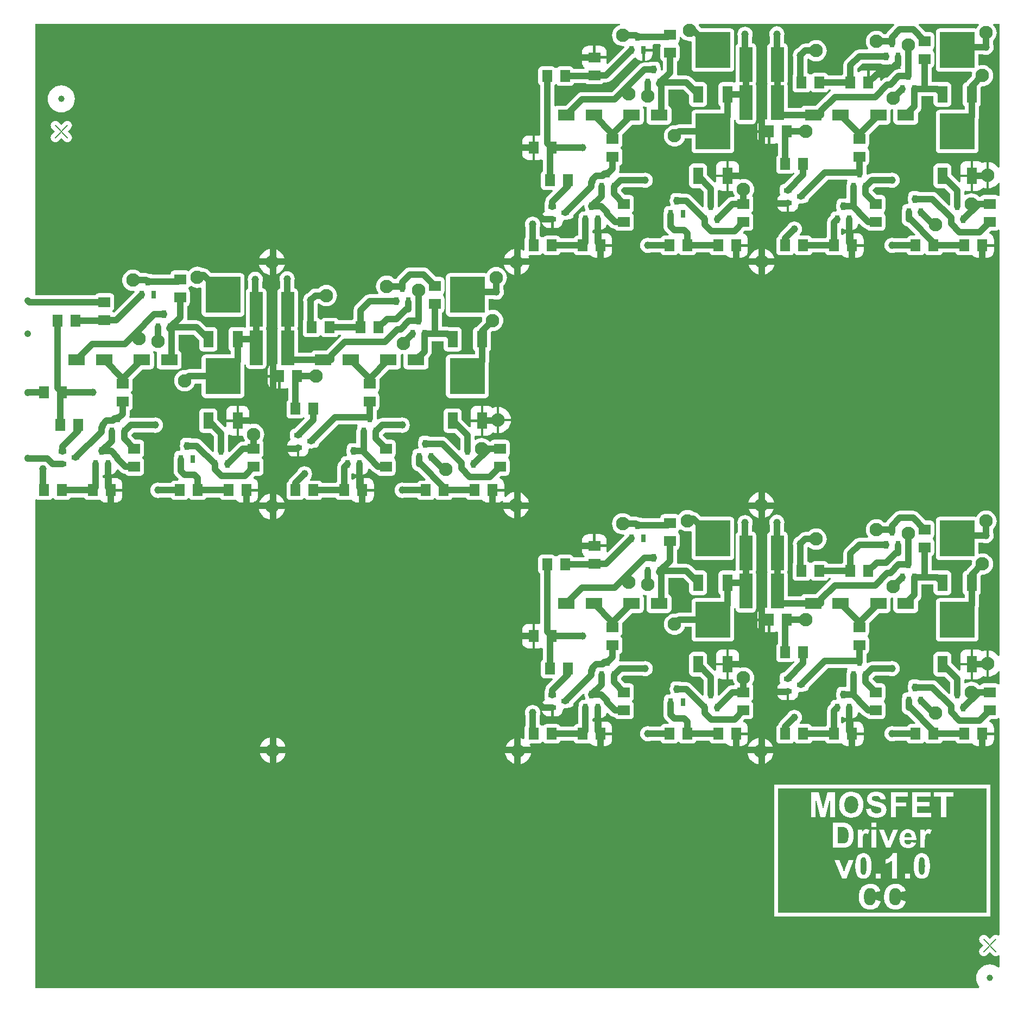
<source format=gtl>
G04 Layer_Physical_Order=1*
G04 Layer_Color=255*
%FSLAX25Y25*%
%MOIN*%
G70*
G01*
G75*
%ADD10C,0.04600*%
G04:AMPARAMS|DCode=11|XSize=62.99mil|YSize=70.87mil|CornerRadius=0mil|HoleSize=0mil|Usage=FLASHONLY|Rotation=270.000|XOffset=0mil|YOffset=0mil|HoleType=Round|Shape=RoundedRectangle|*
%AMROUNDEDRECTD11*
21,1,0.06299,0.07087,0,0,270.0*
21,1,0.06299,0.07087,0,0,270.0*
1,1,0.00000,-0.03543,-0.03150*
1,1,0.00000,-0.03543,0.03150*
1,1,0.00000,0.03543,0.03150*
1,1,0.00000,0.03543,-0.03150*
%
%ADD11ROUNDEDRECTD11*%
%ADD12R,0.10433X0.06890*%
%ADD13R,0.06200X0.10400*%
%ADD14R,0.21400X0.22000*%
%ADD15R,0.06200X0.10300*%
%ADD16R,0.03000X0.05000*%
%ADD17R,0.05000X0.03000*%
G04:AMPARAMS|DCode=18|XSize=62.99mil|YSize=70.87mil|CornerRadius=0mil|HoleSize=0mil|Usage=FLASHONLY|Rotation=0.000|XOffset=0mil|YOffset=0mil|HoleType=Round|Shape=RoundedRectangle|*
%AMROUNDEDRECTD18*
21,1,0.06299,0.07087,0,0,0.0*
21,1,0.06299,0.07087,0,0,0.0*
1,1,0.00000,0.03150,-0.03543*
1,1,0.00000,-0.03150,-0.03543*
1,1,0.00000,-0.03150,0.03543*
1,1,0.00000,0.03150,0.03543*
%
%ADD18ROUNDEDRECTD18*%
%ADD19R,0.07874X0.21260*%
%ADD20C,0.03937*%
%ADD21C,0.03937*%
%ADD22C,0.00787*%
%ADD23C,0.08268*%
G36*
X388172Y582844D02*
X387982Y582559D01*
X387798Y581638D01*
Y575339D01*
X387982Y574417D01*
X388504Y573635D01*
X389285Y573113D01*
X389382Y573094D01*
Y568059D01*
X388850Y567527D01*
X388104Y567895D01*
X388118Y568000D01*
X387969Y569131D01*
X387659Y569881D01*
Y570500D01*
X387475Y571422D01*
X386953Y572203D01*
X386172Y572725D01*
X385250Y572908D01*
X382250D01*
X381328Y572725D01*
X380794Y572368D01*
X377875D01*
X376745Y572219D01*
X375691Y571783D01*
X374787Y571089D01*
X362599Y558901D01*
X362599Y558901D01*
X357893Y554195D01*
X339827D01*
X338696Y554046D01*
X337643Y553610D01*
X336738Y552915D01*
X329676Y545853D01*
X324783D01*
X323862Y545670D01*
X323394Y545357D01*
X322606Y545748D01*
Y558430D01*
X323091Y558754D01*
X323277Y559031D01*
X324224D01*
X324409Y558754D01*
X325191Y558231D01*
X326112Y558048D01*
X332412D01*
X333333Y558231D01*
X334115Y558754D01*
X334637Y559535D01*
X334656Y559632D01*
X341959D01*
X342735Y559113D01*
X343657Y558930D01*
X350743D01*
X351665Y559113D01*
X352446Y559635D01*
X352770Y560120D01*
X354488D01*
X355619Y560269D01*
X356672Y560705D01*
X357577Y561400D01*
X371269Y575092D01*
X371500D01*
X372422Y575275D01*
X372635Y575418D01*
X373192Y574692D01*
X374014Y574061D01*
X374972Y573664D01*
X376000Y573529D01*
X376750D01*
Y580000D01*
X377500D01*
Y580750D01*
X382971D01*
Y582500D01*
X382926Y582844D01*
X383615Y583632D01*
X387751D01*
X388172Y582844D01*
D02*
G37*
G36*
X534500Y569529D02*
X534798D01*
X534992Y569360D01*
X535300Y568834D01*
X535003Y568368D01*
X534125D01*
X532995Y568219D01*
X531941Y567783D01*
X531037Y567089D01*
X527129Y563181D01*
X526013Y563034D01*
X524960Y562598D01*
X524055Y561903D01*
X523360Y561208D01*
X522632Y561509D01*
Y563543D01*
X522497Y564571D01*
X522100Y565529D01*
X521469Y566351D01*
X520647Y566982D01*
X519689Y567379D01*
X518661Y567514D01*
X516262D01*
Y560000D01*
X514762D01*
Y567514D01*
X512362D01*
X511334Y567379D01*
X510377Y566982D01*
X509644Y566420D01*
X509281Y566502D01*
X508856Y566735D01*
Y568779D01*
X511709Y571632D01*
X523294D01*
X523828Y571275D01*
X524750Y571092D01*
X527750D01*
X528672Y571275D01*
X528885Y571418D01*
X529442Y570692D01*
X530264Y570061D01*
X531222Y569664D01*
X532250Y569529D01*
X533000D01*
Y576000D01*
X534500D01*
Y569529D01*
D02*
G37*
G36*
X596104Y507932D02*
X595317Y507759D01*
X594435Y508835D01*
X593206Y509843D01*
X591804Y510593D01*
X590282Y511054D01*
X589450Y511136D01*
Y503100D01*
Y495064D01*
X590282Y495146D01*
X591804Y495607D01*
X593206Y496357D01*
X594435Y497365D01*
X595317Y498441D01*
X596104Y498268D01*
Y490497D01*
X595317Y490259D01*
X595246Y490365D01*
X594465Y490887D01*
X593543Y491070D01*
X586457D01*
X585535Y490887D01*
X584754Y490365D01*
X584430Y489880D01*
X583531D01*
X583327Y490127D01*
X582338Y490939D01*
X581210Y491542D01*
X579985Y491914D01*
X578712Y492039D01*
X577438Y491914D01*
X576214Y491542D01*
X575155Y490977D01*
X574709Y491110D01*
X574368Y491271D01*
Y493021D01*
X574519Y493214D01*
X575155Y493627D01*
X575900Y493529D01*
X578250D01*
Y501950D01*
X571929D01*
Y498977D01*
X571202Y498676D01*
X566508Y503369D01*
Y507850D01*
X566325Y508772D01*
X565803Y509553D01*
X565022Y510075D01*
X564100Y510258D01*
X557900D01*
X556978Y510075D01*
X556197Y509553D01*
X555675Y508772D01*
X555491Y507850D01*
Y497550D01*
X555675Y496628D01*
X556197Y495847D01*
X556978Y495325D01*
X557900Y495142D01*
X562381D01*
X565632Y491891D01*
Y484859D01*
X564845Y484533D01*
X557789Y491589D01*
X556884Y492283D01*
X555830Y492719D01*
X554700Y492868D01*
X546956D01*
X546422Y493225D01*
X545500Y493408D01*
X542500D01*
X541578Y493225D01*
X540797Y492703D01*
X540275Y491922D01*
X540091Y491000D01*
Y490381D01*
X539781Y489631D01*
X539632Y488500D01*
X539781Y487369D01*
X540091Y486619D01*
Y486000D01*
X539606Y485408D01*
X538750D01*
X537828Y485225D01*
X537047Y484703D01*
X536525Y483922D01*
X536341Y483000D01*
Y482381D01*
X536031Y481631D01*
X535882Y480500D01*
Y476029D01*
X536031Y474899D01*
X536467Y473845D01*
X537161Y472941D01*
X538066Y472246D01*
X539119Y471810D01*
X539376Y471776D01*
X544473Y466679D01*
X544171Y465952D01*
X541339D01*
X540417Y465768D01*
X539636Y465246D01*
X539113Y464465D01*
X539094Y464368D01*
X531637D01*
X531217Y464542D01*
X530000Y464702D01*
X528783Y464542D01*
X527649Y464072D01*
X526675Y463325D01*
X525928Y462351D01*
X525458Y461217D01*
X525298Y460000D01*
X525458Y458783D01*
X525928Y457649D01*
X526675Y456675D01*
X527649Y455928D01*
X528783Y455458D01*
X530000Y455298D01*
X531217Y455458D01*
X531637Y455632D01*
X539094D01*
X539113Y455535D01*
X539636Y454754D01*
X540417Y454232D01*
X541339Y454048D01*
X547638D01*
X548560Y454232D01*
X549341Y454754D01*
X549527Y455031D01*
X550473D01*
X550659Y454754D01*
X551440Y454232D01*
X552362Y454048D01*
X558661D01*
X559583Y454232D01*
X560364Y454754D01*
X560887Y455535D01*
X560906Y455632D01*
X569094D01*
X569113Y455535D01*
X569635Y454754D01*
X570417Y454232D01*
X571339Y454048D01*
X577638D01*
X578559Y454232D01*
X578920Y454472D01*
X578923Y454471D01*
X579554Y453649D01*
X580377Y453018D01*
X581334Y452621D01*
X582362Y452486D01*
X584762D01*
Y460000D01*
X585512D01*
Y460750D01*
X592632D01*
Y463543D01*
X592497Y464571D01*
X592100Y465529D01*
X591469Y466351D01*
X590647Y466982D01*
X590037Y467235D01*
X589796Y468106D01*
X590619Y468930D01*
X593543D01*
X594465Y469113D01*
X595246Y469635D01*
X595317Y469741D01*
X596104Y469502D01*
Y207932D01*
X595317Y207759D01*
X594435Y208835D01*
X593206Y209843D01*
X591804Y210593D01*
X590282Y211054D01*
X589450Y211136D01*
Y203100D01*
Y195064D01*
X590282Y195146D01*
X591804Y195607D01*
X593206Y196357D01*
X594435Y197365D01*
X595317Y198441D01*
X596104Y198268D01*
Y190498D01*
X595317Y190259D01*
X595246Y190365D01*
X594465Y190887D01*
X593543Y191070D01*
X586457D01*
X585535Y190887D01*
X584754Y190365D01*
X584430Y189880D01*
X583531D01*
X583327Y190127D01*
X582338Y190939D01*
X581210Y191542D01*
X579985Y191914D01*
X578712Y192039D01*
X577438Y191914D01*
X576214Y191542D01*
X575155Y190977D01*
X574709Y191110D01*
X574368Y191271D01*
Y193021D01*
X574519Y193213D01*
X575155Y193627D01*
X575900Y193529D01*
X578250D01*
Y201950D01*
X571929D01*
Y198977D01*
X571202Y198676D01*
X566508Y203369D01*
Y207850D01*
X566325Y208772D01*
X565803Y209553D01*
X565022Y210075D01*
X564100Y210259D01*
X557900D01*
X556978Y210075D01*
X556197Y209553D01*
X555675Y208772D01*
X555491Y207850D01*
Y197550D01*
X555675Y196628D01*
X556197Y195847D01*
X556978Y195325D01*
X557900Y195141D01*
X562381D01*
X565632Y191891D01*
Y184859D01*
X564845Y184533D01*
X557789Y191589D01*
X556884Y192283D01*
X555830Y192719D01*
X554700Y192868D01*
X546956D01*
X546422Y193225D01*
X545500Y193409D01*
X542500D01*
X541578Y193225D01*
X540797Y192703D01*
X540275Y191922D01*
X540091Y191000D01*
Y190381D01*
X539781Y189630D01*
X539632Y188500D01*
X539781Y187370D01*
X540091Y186619D01*
Y186000D01*
X539606Y185408D01*
X538750D01*
X537828Y185225D01*
X537047Y184703D01*
X536525Y183922D01*
X536341Y183000D01*
Y182381D01*
X536031Y181631D01*
X535882Y180500D01*
Y176029D01*
X536031Y174899D01*
X536467Y173845D01*
X537161Y172941D01*
X538066Y172246D01*
X539119Y171810D01*
X539376Y171776D01*
X544473Y166679D01*
X544171Y165952D01*
X541339D01*
X540417Y165769D01*
X539636Y165246D01*
X539113Y164465D01*
X539094Y164368D01*
X531637D01*
X531217Y164542D01*
X530000Y164702D01*
X528783Y164542D01*
X527649Y164072D01*
X526675Y163325D01*
X525928Y162351D01*
X525458Y161217D01*
X525298Y160000D01*
X525458Y158783D01*
X525928Y157649D01*
X526675Y156675D01*
X527649Y155928D01*
X528783Y155458D01*
X530000Y155298D01*
X531217Y155458D01*
X531637Y155632D01*
X539094D01*
X539113Y155535D01*
X539636Y154754D01*
X540417Y154232D01*
X541339Y154048D01*
X547638D01*
X548560Y154232D01*
X549341Y154754D01*
X549527Y155032D01*
X550473D01*
X550659Y154754D01*
X551440Y154232D01*
X552362Y154048D01*
X558661D01*
X559583Y154232D01*
X560364Y154754D01*
X560887Y155535D01*
X560906Y155632D01*
X569094D01*
X569113Y155535D01*
X569635Y154754D01*
X570417Y154232D01*
X571339Y154048D01*
X577638D01*
X578559Y154232D01*
X578920Y154472D01*
X578923Y154471D01*
X579554Y153649D01*
X580377Y153018D01*
X581334Y152621D01*
X582362Y152486D01*
X584762D01*
Y160000D01*
X585512D01*
Y160750D01*
X592632D01*
Y163543D01*
X592497Y164571D01*
X592100Y165529D01*
X591469Y166351D01*
X590647Y166982D01*
X590037Y167235D01*
X589796Y168106D01*
X590619Y168930D01*
X593543D01*
X594465Y169113D01*
X595246Y169635D01*
X595317Y169741D01*
X596104Y169502D01*
Y36410D01*
X595317Y36021D01*
X595140Y36157D01*
X594469Y36435D01*
X593750Y36530D01*
X593031Y36435D01*
X592360Y36157D01*
X591784Y35715D01*
X590000Y33931D01*
X588215Y35715D01*
X587640Y36157D01*
X586969Y36435D01*
X586250Y36530D01*
X585531Y36435D01*
X584860Y36157D01*
X584284Y35715D01*
X583843Y35140D01*
X583565Y34469D01*
X583470Y33750D01*
X583565Y33031D01*
X583843Y32360D01*
X584284Y31784D01*
X586069Y30000D01*
X584284Y28216D01*
X583843Y27640D01*
X583565Y26969D01*
X583470Y26250D01*
X583565Y25531D01*
X583843Y24860D01*
X584284Y24284D01*
X584860Y23843D01*
X585531Y23565D01*
X586250Y23470D01*
X586969Y23565D01*
X587640Y23843D01*
X588215Y24284D01*
X590000Y26069D01*
X591784Y24284D01*
X592360Y23843D01*
X593031Y23565D01*
X593750Y23470D01*
X594469Y23565D01*
X595140Y23843D01*
X595317Y23979D01*
X596104Y23590D01*
Y16704D01*
X595317Y16332D01*
X594616Y16908D01*
X593179Y17675D01*
X591621Y18148D01*
X590000Y18308D01*
X588379Y18148D01*
X586821Y17675D01*
X585385Y16908D01*
X584126Y15874D01*
X583092Y14615D01*
X582325Y13179D01*
X581852Y11621D01*
X581692Y10000D01*
X581852Y8379D01*
X582325Y6821D01*
X583092Y5384D01*
X583668Y4683D01*
X583296Y3895D01*
X3895D01*
Y303847D01*
X3941Y303889D01*
X4683Y304196D01*
X5229Y303832D01*
X6150Y303648D01*
X12450D01*
X13371Y303832D01*
X14153Y304354D01*
X14338Y304631D01*
X15285D01*
X15471Y304354D01*
X16252Y303832D01*
X17174Y303648D01*
X23473D01*
X24395Y303832D01*
X25176Y304354D01*
X25698Y305135D01*
X25718Y305232D01*
X33906D01*
X33925Y305135D01*
X34447Y304354D01*
X35229Y303832D01*
X36150Y303648D01*
X42450D01*
X43371Y303832D01*
X43731Y304072D01*
X43735Y304071D01*
X44366Y303249D01*
X45189Y302618D01*
X46146Y302221D01*
X47174Y302086D01*
X49574D01*
Y309600D01*
Y317114D01*
X47174D01*
X46217Y316988D01*
X45973Y317028D01*
X45430Y317391D01*
Y318773D01*
X46217Y319240D01*
X47062Y319129D01*
X47812D01*
Y325600D01*
X49312D01*
Y319129D01*
X50062D01*
X51090Y319264D01*
X52047Y319661D01*
X52870Y320292D01*
X53501Y321114D01*
X53897Y322072D01*
X53917Y322223D01*
X54749Y322505D01*
X56254Y321000D01*
X57158Y320305D01*
X58212Y319869D01*
X59232Y319735D01*
X59566Y319235D01*
X60347Y318713D01*
X61269Y318530D01*
X68355D01*
X69277Y318713D01*
X70058Y319235D01*
X70580Y320017D01*
X70764Y320939D01*
Y327238D01*
X70580Y328159D01*
X70058Y328941D01*
X69780Y329127D01*
Y330073D01*
X70058Y330259D01*
X70580Y331041D01*
X70764Y331962D01*
Y338261D01*
X70580Y339183D01*
X70058Y339965D01*
X69277Y340487D01*
X68355Y340670D01*
X65431D01*
X62930Y343171D01*
Y343791D01*
X64371Y345232D01*
X76127D01*
X76547Y345058D01*
X77765Y344898D01*
X78982Y345058D01*
X80116Y345528D01*
X81090Y346275D01*
X81837Y347249D01*
X82307Y348383D01*
X82467Y349600D01*
X82307Y350817D01*
X81837Y351951D01*
X81090Y352925D01*
X80116Y353673D01*
X78982Y354142D01*
X77765Y354303D01*
X76547Y354142D01*
X76127Y353968D01*
X62562D01*
X62180Y353918D01*
X62058Y354005D01*
X61661Y354644D01*
X61984Y355422D01*
X62133Y356553D01*
Y358694D01*
X62230Y358714D01*
X63011Y359236D01*
X63533Y360017D01*
X63716Y360939D01*
Y367238D01*
X63533Y368160D01*
X63011Y368941D01*
X62733Y369127D01*
Y370074D01*
X63011Y370259D01*
X63533Y371041D01*
X63716Y371962D01*
Y377839D01*
X69624Y383747D01*
X74516D01*
X75438Y383930D01*
X76220Y384452D01*
X76742Y385233D01*
X76925Y386155D01*
Y393045D01*
X76742Y393967D01*
X76386Y394499D01*
X76669Y394955D01*
X76906Y395138D01*
X78026Y394798D01*
X78500Y394751D01*
X78795Y394127D01*
X78781Y393932D01*
X78604Y393045D01*
Y386155D01*
X78787Y385233D01*
X79310Y384452D01*
X80091Y383930D01*
X81013Y383747D01*
X91446D01*
X92367Y383930D01*
X93149Y384452D01*
X93671Y385233D01*
X93854Y386155D01*
Y393045D01*
X93671Y393967D01*
X93149Y394748D01*
X92367Y395270D01*
X92133Y395317D01*
Y405232D01*
X101191D01*
X104791Y401631D01*
Y397150D01*
X104975Y396228D01*
X105497Y395447D01*
X106278Y394925D01*
X107200Y394742D01*
X113400D01*
X114322Y394925D01*
X115103Y395447D01*
X115625Y396228D01*
X115808Y397150D01*
Y407450D01*
X115625Y408372D01*
X115103Y409153D01*
X114322Y409675D01*
X113400Y409859D01*
X108919D01*
X106089Y412689D01*
X105184Y413383D01*
X104130Y413819D01*
X103000Y413968D01*
X97667D01*
X97274Y414555D01*
X97274Y414755D01*
X97418Y415850D01*
Y422694D01*
X97515Y422713D01*
X98296Y423236D01*
X98818Y424017D01*
X99002Y424939D01*
Y431238D01*
X98818Y432160D01*
X98296Y432941D01*
X98019Y433126D01*
Y434073D01*
X98296Y434259D01*
X98723Y434898D01*
X99575Y435217D01*
X99874Y434973D01*
X101002Y434369D01*
X102226Y433998D01*
X103500Y433873D01*
X104773Y433998D01*
X105404Y434189D01*
X106192Y433605D01*
Y418600D01*
X106375Y417678D01*
X106897Y416897D01*
X107678Y416375D01*
X108600Y416191D01*
X130000D01*
X130922Y416375D01*
X131703Y416897D01*
X132225Y417678D01*
X132408Y418600D01*
Y440600D01*
X132225Y441522D01*
X131703Y442303D01*
X130922Y442825D01*
X130000Y443009D01*
X112069D01*
X110389Y444689D01*
X109484Y445383D01*
X108431Y445819D01*
X107300Y445968D01*
X106863D01*
X105998Y446431D01*
X104773Y446802D01*
X103500Y446927D01*
X102226Y446802D01*
X101002Y446431D01*
X99874Y445827D01*
X98884Y445016D01*
X98119Y444083D01*
X97515Y444487D01*
X96593Y444670D01*
X89507D01*
X88585Y444487D01*
X87804Y443964D01*
X87282Y443183D01*
X87098Y442261D01*
Y441968D01*
X76006D01*
X75472Y442325D01*
X74550Y442509D01*
X73931D01*
X73181Y442819D01*
X72050Y442968D01*
X68719D01*
X68516Y443216D01*
X67527Y444027D01*
X66398Y444631D01*
X65174Y445002D01*
X63900Y445127D01*
X62626Y445002D01*
X61402Y444631D01*
X60273Y444027D01*
X59284Y443216D01*
X58473Y442227D01*
X57869Y441098D01*
X57498Y439873D01*
X57372Y438600D01*
X57498Y437327D01*
X57869Y436102D01*
X58473Y434973D01*
X59284Y433984D01*
X60273Y433173D01*
X61402Y432569D01*
X62626Y432198D01*
X63900Y432072D01*
X64545Y432136D01*
X64903Y431380D01*
X52399Y418877D01*
X51746Y418941D01*
X51468Y419127D01*
Y420074D01*
X51746Y420259D01*
X52268Y421040D01*
X52452Y421962D01*
Y428261D01*
X52268Y429183D01*
X51746Y429964D01*
X50965Y430487D01*
X50043Y430670D01*
X42957D01*
X42035Y430487D01*
X41254Y429964D01*
X40930Y429480D01*
X3895D01*
Y596104D01*
X362930D01*
X363046Y595317D01*
X362102Y595031D01*
X360974Y594427D01*
X359984Y593616D01*
X359173Y592626D01*
X358569Y591498D01*
X358198Y590273D01*
X358072Y589000D01*
X358198Y587727D01*
X358569Y586502D01*
X359173Y585373D01*
X359984Y584384D01*
X360974Y583573D01*
X362102Y582969D01*
X363327Y582598D01*
X364600Y582473D01*
X365245Y582536D01*
X365603Y581780D01*
X355406Y571583D01*
X354660Y571951D01*
X354714Y572362D01*
Y574762D01*
X347200D01*
X339686D01*
Y572362D01*
X339821Y571334D01*
X340218Y570377D01*
X340849Y569554D01*
X341369Y569156D01*
X341101Y568368D01*
X334656D01*
X334637Y568465D01*
X334115Y569246D01*
X333333Y569768D01*
X332412Y569952D01*
X326112D01*
X325191Y569768D01*
X324409Y569246D01*
X324224Y568968D01*
X323277D01*
X323091Y569246D01*
X322309Y569768D01*
X321388Y569952D01*
X315089D01*
X314167Y569768D01*
X313386Y569246D01*
X312863Y568465D01*
X312680Y567543D01*
Y560457D01*
X312863Y559535D01*
X313386Y558754D01*
X313870Y558430D01*
Y528017D01*
X313278Y527497D01*
X313150Y527514D01*
X310750D01*
Y520000D01*
Y512486D01*
X313150D01*
X314177Y512621D01*
X314844Y512897D01*
X315632Y512486D01*
Y505570D01*
X315147Y505246D01*
X314625Y504465D01*
X314442Y503543D01*
Y496457D01*
X314625Y495535D01*
X315147Y494754D01*
X315929Y494232D01*
X316850Y494048D01*
X321442D01*
X321743Y493321D01*
X318423Y490000D01*
X317729Y489096D01*
X317293Y488042D01*
X317144Y486912D01*
Y486706D01*
X316787Y486172D01*
X316603Y485250D01*
Y482250D01*
X316787Y481328D01*
X316929Y481115D01*
X316204Y480558D01*
X315573Y479736D01*
X315176Y478778D01*
X315041Y477750D01*
Y477000D01*
X321512D01*
Y476250D01*
X322262D01*
Y470779D01*
X324012D01*
X325040Y470914D01*
X325997Y471311D01*
X326820Y471942D01*
X327451Y472765D01*
X327848Y473722D01*
X327983Y474750D01*
Y475171D01*
X328770Y475730D01*
X329512Y475632D01*
X330642Y475781D01*
X331393Y476092D01*
X332012D01*
X332933Y476275D01*
X333715Y476797D01*
X334237Y477578D01*
X334420Y478500D01*
Y478731D01*
X340450Y484761D01*
X341195Y484393D01*
X341144Y484000D01*
X341293Y482869D01*
X341603Y482119D01*
Y481500D01*
X341118Y480908D01*
X340262D01*
X339340Y480725D01*
X338559Y480203D01*
X338037Y479422D01*
X337853Y478500D01*
Y477881D01*
X337543Y477131D01*
X337394Y476000D01*
Y465952D01*
X336850D01*
X335929Y465768D01*
X335147Y465246D01*
X334625Y464465D01*
X334606Y464368D01*
X326418D01*
X326398Y464465D01*
X325876Y465246D01*
X325095Y465768D01*
X324173Y465952D01*
X317874D01*
X316952Y465768D01*
X316171Y465246D01*
X315985Y464968D01*
X315038D01*
X314853Y465246D01*
X314071Y465768D01*
X313768Y465829D01*
Y471362D01*
X313942Y471783D01*
X314102Y473000D01*
X313942Y474217D01*
X313472Y475351D01*
X312725Y476325D01*
X311751Y477072D01*
X310617Y477542D01*
X309400Y477702D01*
X308183Y477542D01*
X307049Y477072D01*
X306075Y476325D01*
X305328Y475351D01*
X304858Y474217D01*
X304698Y473000D01*
X304858Y471783D01*
X305032Y471362D01*
Y465074D01*
X304625Y464465D01*
X304442Y463543D01*
Y457171D01*
X304428Y457151D01*
X303655Y456731D01*
X302604Y457293D01*
X301082Y457754D01*
X300250Y457836D01*
Y450550D01*
X307536D01*
X307454Y451382D01*
X306993Y452904D01*
X306788Y453287D01*
X307274Y454048D01*
X313150D01*
X314071Y454232D01*
X314853Y454754D01*
X315038Y455031D01*
X315985D01*
X316171Y454754D01*
X316952Y454232D01*
X317874Y454048D01*
X324173D01*
X325095Y454232D01*
X325876Y454754D01*
X326398Y455535D01*
X326418Y455632D01*
X334606D01*
X334625Y455535D01*
X335147Y454754D01*
X335929Y454232D01*
X336850Y454048D01*
X343150D01*
X344071Y454232D01*
X344431Y454472D01*
X344435Y454471D01*
X345066Y453649D01*
X345888Y453018D01*
X346846Y452621D01*
X347874Y452486D01*
X350274D01*
Y460000D01*
Y467514D01*
X347874D01*
X346917Y467388D01*
X346673Y467428D01*
X346130Y467791D01*
Y469173D01*
X346917Y469640D01*
X347762Y469529D01*
X348512D01*
Y476000D01*
X350012D01*
Y469529D01*
X350762D01*
X351789Y469664D01*
X352747Y470061D01*
X353570Y470692D01*
X354201Y471515D01*
X354597Y472472D01*
X354617Y472623D01*
X355449Y472905D01*
X356954Y471399D01*
X357858Y470705D01*
X358912Y470269D01*
X359932Y470135D01*
X360265Y469635D01*
X361047Y469113D01*
X361968Y468930D01*
X369055D01*
X369977Y469113D01*
X370758Y469635D01*
X371280Y470417D01*
X371464Y471339D01*
Y477638D01*
X371280Y478559D01*
X370758Y479341D01*
X370480Y479527D01*
Y480474D01*
X370758Y480659D01*
X371280Y481440D01*
X371464Y482362D01*
Y488661D01*
X371280Y489583D01*
X370758Y490365D01*
X369977Y490887D01*
X369055Y491070D01*
X366131D01*
X363630Y493571D01*
Y494191D01*
X365071Y495632D01*
X376827D01*
X377248Y495458D01*
X378465Y495298D01*
X379682Y495458D01*
X380816Y495928D01*
X381790Y496675D01*
X382537Y497649D01*
X383007Y498783D01*
X383167Y500000D01*
X383007Y501217D01*
X382537Y502351D01*
X381790Y503325D01*
X380816Y504073D01*
X379682Y504542D01*
X378465Y504703D01*
X377248Y504542D01*
X376827Y504368D01*
X363262D01*
X362880Y504318D01*
X362758Y504405D01*
X362361Y505044D01*
X362684Y505822D01*
X362833Y506953D01*
Y509094D01*
X362930Y509114D01*
X363711Y509636D01*
X364233Y510417D01*
X364416Y511339D01*
Y517638D01*
X364233Y518560D01*
X363711Y519341D01*
X363433Y519527D01*
Y520474D01*
X363711Y520659D01*
X364233Y521441D01*
X364416Y522362D01*
Y528239D01*
X370324Y534147D01*
X375217D01*
X376138Y534330D01*
X376920Y534852D01*
X377442Y535633D01*
X377625Y536555D01*
Y543445D01*
X377442Y544367D01*
X377086Y544899D01*
X377369Y545355D01*
X377606Y545538D01*
X378727Y545198D01*
X379200Y545151D01*
X379495Y544527D01*
X379481Y544332D01*
X379304Y543445D01*
Y536555D01*
X379487Y535633D01*
X380010Y534852D01*
X380791Y534330D01*
X381713Y534147D01*
X392146D01*
X393067Y534330D01*
X393849Y534852D01*
X394371Y535633D01*
X394554Y536555D01*
Y543445D01*
X394371Y544367D01*
X393849Y545148D01*
X393067Y545670D01*
X392833Y545717D01*
Y555632D01*
X401891D01*
X405491Y552031D01*
Y547550D01*
X405675Y546628D01*
X406197Y545847D01*
X406978Y545325D01*
X407900Y545142D01*
X414100D01*
X415022Y545325D01*
X415803Y545847D01*
X416325Y546628D01*
X416508Y547550D01*
Y557850D01*
X416325Y558772D01*
X415803Y559553D01*
X415022Y560075D01*
X414100Y560258D01*
X409619D01*
X406789Y563089D01*
X405884Y563783D01*
X404831Y564219D01*
X403700Y564368D01*
X398367D01*
X397974Y564955D01*
X397974Y565156D01*
X398118Y566250D01*
Y573094D01*
X398215Y573113D01*
X398996Y573635D01*
X399518Y574417D01*
X399702Y575339D01*
Y581638D01*
X399518Y582559D01*
X398996Y583341D01*
X398719Y583527D01*
Y584474D01*
X398996Y584659D01*
X399518Y585440D01*
X399702Y586362D01*
Y587983D01*
X399948Y588126D01*
X400489Y588231D01*
X401184Y587384D01*
X402174Y586573D01*
X403302Y585969D01*
X404527Y585598D01*
X405800Y585472D01*
X406308Y585523D01*
X406891Y584994D01*
Y569000D01*
X407075Y568078D01*
X407597Y567297D01*
X408378Y566775D01*
X409300Y566592D01*
X430700D01*
X431622Y566775D01*
X432403Y567297D01*
X432925Y568078D01*
X433109Y569000D01*
Y591000D01*
X432925Y591922D01*
X432403Y592703D01*
X431622Y593225D01*
X430700Y593408D01*
X412769D01*
X411897Y594281D01*
X411831Y594498D01*
X411393Y595317D01*
X411792Y596104D01*
X531013D01*
X531340Y595317D01*
X526911Y590889D01*
X526217Y589984D01*
X526086Y589668D01*
X525219D01*
X525016Y589916D01*
X524026Y590727D01*
X522898Y591331D01*
X521673Y591702D01*
X520400Y591827D01*
X519127Y591702D01*
X517902Y591331D01*
X516774Y590727D01*
X515784Y589916D01*
X514973Y588927D01*
X514369Y587798D01*
X513998Y586573D01*
X513872Y585300D01*
X513998Y584027D01*
X514369Y582802D01*
X514973Y581673D01*
X515398Y581155D01*
X515025Y580368D01*
X509900D01*
X508770Y580219D01*
X507716Y579783D01*
X506811Y579089D01*
X501400Y573677D01*
X500705Y572772D01*
X500269Y571719D01*
X500120Y570588D01*
Y565570D01*
X499636Y565246D01*
X499113Y564465D01*
X499094Y564368D01*
X490906D01*
X490887Y564465D01*
X490365Y565246D01*
X489583Y565768D01*
X488661Y565952D01*
X482362D01*
X481440Y565768D01*
X480659Y565246D01*
X480474Y564968D01*
X479527D01*
X479341Y565246D01*
X478559Y565768D01*
X478168Y565846D01*
Y574494D01*
X478377Y574660D01*
X478956Y574844D01*
X479774Y574173D01*
X480902Y573569D01*
X482127Y573198D01*
X483400Y573072D01*
X484673Y573198D01*
X485898Y573569D01*
X487027Y574173D01*
X488016Y574984D01*
X488827Y575974D01*
X489431Y577102D01*
X489802Y578327D01*
X489927Y579600D01*
X489802Y580873D01*
X489431Y582098D01*
X488827Y583226D01*
X488016Y584216D01*
X487027Y585027D01*
X485898Y585631D01*
X484673Y586002D01*
X483400Y586128D01*
X482127Y586002D01*
X480902Y585631D01*
X479774Y585027D01*
X478784Y584216D01*
X478581Y583968D01*
X476700D01*
X475569Y583819D01*
X474516Y583383D01*
X473611Y582689D01*
X471869Y580947D01*
X471449Y580772D01*
X470475Y580025D01*
X469728Y579051D01*
X469258Y577917D01*
X469098Y576700D01*
X469258Y575483D01*
X469432Y575063D01*
Y564942D01*
X469113Y564465D01*
X468930Y563543D01*
Y556457D01*
X469113Y555535D01*
X469635Y554754D01*
X470417Y554232D01*
X471339Y554048D01*
X477638D01*
X478559Y554232D01*
X479341Y554754D01*
X479527Y555031D01*
X480474D01*
X480659Y554754D01*
X481440Y554232D01*
X482362Y554048D01*
X488661D01*
X489583Y554232D01*
X490365Y554754D01*
X490887Y555535D01*
X490906Y555632D01*
X492306D01*
X492514Y554845D01*
X491790Y554289D01*
X483411Y545910D01*
X483368Y545853D01*
X476319D01*
X475397Y545670D01*
X474616Y545148D01*
X474095Y544368D01*
X465992D01*
Y558230D01*
X465809Y559152D01*
X465676Y559350D01*
X465809Y559548D01*
X465992Y560470D01*
Y581730D01*
X465809Y582652D01*
X465287Y583433D01*
X464505Y583955D01*
X463668Y584122D01*
Y588263D01*
X463842Y588683D01*
X464002Y589900D01*
X463842Y591117D01*
X463372Y592251D01*
X462625Y593225D01*
X461651Y593972D01*
X460517Y594442D01*
X459300Y594602D01*
X458083Y594442D01*
X456949Y593972D01*
X455975Y593225D01*
X455228Y592251D01*
X454758Y591117D01*
X454598Y589900D01*
X454758Y588683D01*
X454932Y588263D01*
Y583984D01*
X454788Y583955D01*
X454007Y583433D01*
X453485Y582652D01*
X453301Y581730D01*
Y560470D01*
X453485Y559548D01*
X453617Y559350D01*
X453485Y559152D01*
X453301Y558230D01*
Y537514D01*
X451339D01*
X450311Y537379D01*
X449353Y536982D01*
X448531Y536351D01*
X447900Y535529D01*
X447503Y534571D01*
X447368Y533543D01*
Y530750D01*
X454488D01*
Y530000D01*
X455238D01*
Y522486D01*
X457638D01*
X458666Y522621D01*
X459333Y522897D01*
X460120Y522486D01*
Y515570D01*
X459635Y515246D01*
X459113Y514465D01*
X458930Y513543D01*
Y506457D01*
X459113Y505535D01*
X459635Y504754D01*
X460417Y504232D01*
X461339Y504048D01*
X467638D01*
X468560Y504232D01*
X469272Y504708D01*
X469423Y504737D01*
X470175Y504585D01*
X470317Y504244D01*
X463731Y497659D01*
X463500D01*
X462578Y497475D01*
X461797Y496953D01*
X461275Y496172D01*
X461092Y495250D01*
Y492250D01*
X461275Y491328D01*
X461418Y491115D01*
X460692Y490558D01*
X460061Y489736D01*
X459664Y488778D01*
X459529Y487750D01*
Y487000D01*
X466000D01*
Y486250D01*
X466750D01*
Y480779D01*
X468500D01*
X469528Y480914D01*
X470485Y481311D01*
X471308Y481942D01*
X471939Y482765D01*
X472336Y483722D01*
X472471Y484750D01*
Y485171D01*
X473258Y485730D01*
X474000Y485632D01*
X475131Y485781D01*
X475881Y486092D01*
X476500D01*
X477422Y486275D01*
X478203Y486797D01*
X478725Y487578D01*
X478908Y488500D01*
Y488731D01*
X490609Y500432D01*
X502253D01*
X502674Y499645D01*
X502525Y499422D01*
X502341Y498500D01*
Y497881D01*
X502031Y497130D01*
X501882Y496000D01*
Y489222D01*
X501500Y488908D01*
X498500D01*
X497578Y488725D01*
X496797Y488203D01*
X496275Y487422D01*
X496091Y486500D01*
Y485881D01*
X495781Y485131D01*
X495632Y484000D01*
X495781Y482869D01*
X496091Y482119D01*
Y481500D01*
X495606Y480908D01*
X494750D01*
X493828Y480725D01*
X493047Y480203D01*
X492525Y479422D01*
X492341Y478500D01*
Y478269D01*
X491399Y477327D01*
X490705Y476422D01*
X490269Y475369D01*
X490120Y474238D01*
Y465570D01*
X489636Y465246D01*
X489113Y464465D01*
X489094Y464368D01*
X480906D01*
X480887Y464465D01*
X480365Y465246D01*
X479583Y465768D01*
X478661Y465952D01*
X473571D01*
X473470Y466248D01*
X473375Y466739D01*
X474072Y467649D01*
X474542Y468783D01*
X474702Y470000D01*
X474542Y471217D01*
X474072Y472351D01*
X473325Y473325D01*
X472351Y474072D01*
X471217Y474542D01*
X470000Y474702D01*
X468783Y474542D01*
X467649Y474072D01*
X466675Y473325D01*
X465928Y472351D01*
X465753Y471931D01*
X461400Y467577D01*
X460705Y466672D01*
X460298Y465689D01*
X459635Y465246D01*
X459113Y464465D01*
X458930Y463543D01*
Y456457D01*
X459113Y455535D01*
X459635Y454754D01*
X460417Y454232D01*
X461339Y454048D01*
X467638D01*
X468560Y454232D01*
X469341Y454754D01*
X469526Y455031D01*
X470473D01*
X470659Y454754D01*
X471441Y454232D01*
X472362Y454048D01*
X478661D01*
X479583Y454232D01*
X480365Y454754D01*
X480887Y455535D01*
X480906Y455632D01*
X489094D01*
X489113Y455535D01*
X489636Y454754D01*
X490417Y454232D01*
X491339Y454048D01*
X497638D01*
X498560Y454232D01*
X498920Y454472D01*
X498923Y454471D01*
X499554Y453649D01*
X500377Y453018D01*
X501334Y452621D01*
X502362Y452486D01*
X504762D01*
Y460000D01*
Y467514D01*
X502362D01*
X501334Y467379D01*
X500377Y466982D01*
X499644Y466420D01*
X499281Y466502D01*
X498856Y466735D01*
Y470190D01*
X498981Y470297D01*
X499644Y470537D01*
X500264Y470061D01*
X501222Y469664D01*
X502250Y469529D01*
X503000D01*
Y476000D01*
X504500D01*
Y469529D01*
X505250D01*
X506278Y469664D01*
X507235Y470061D01*
X508058Y470692D01*
X508689Y471515D01*
X509086Y472472D01*
X509185Y473224D01*
X509956Y473566D01*
X512123Y471399D01*
X513028Y470705D01*
X514081Y470269D01*
X514354Y470233D01*
X514754Y469635D01*
X515535Y469113D01*
X516457Y468930D01*
X523543D01*
X524465Y469113D01*
X525246Y469635D01*
X525769Y470417D01*
X525952Y471339D01*
Y477638D01*
X525769Y478559D01*
X525246Y479341D01*
X524968Y479527D01*
Y480474D01*
X525246Y480659D01*
X525769Y481440D01*
X525952Y482362D01*
Y488661D01*
X525769Y489583D01*
X525246Y490365D01*
X524465Y490887D01*
X523543Y491070D01*
X520619D01*
X518118Y493571D01*
Y494191D01*
X519559Y495632D01*
X528363D01*
X528783Y495458D01*
X530000Y495298D01*
X531217Y495458D01*
X532351Y495928D01*
X533325Y496675D01*
X534072Y497649D01*
X534542Y498783D01*
X534702Y500000D01*
X534542Y501217D01*
X534072Y502351D01*
X533325Y503325D01*
X532351Y504072D01*
X531217Y504542D01*
X530000Y504702D01*
X528783Y504542D01*
X528363Y504368D01*
X517750D01*
X516619Y504219D01*
X515566Y503783D01*
X515085Y503414D01*
X514347Y503840D01*
X514368Y504000D01*
Y509094D01*
X514465Y509113D01*
X515246Y509635D01*
X515768Y510417D01*
X515952Y511339D01*
Y517638D01*
X515768Y518560D01*
X515246Y519341D01*
X514968Y519526D01*
Y520473D01*
X515246Y520659D01*
X515768Y521441D01*
X515952Y522362D01*
Y528239D01*
X521860Y534147D01*
X526752D01*
X527674Y534330D01*
X528455Y534852D01*
X528977Y535633D01*
X529160Y536555D01*
Y543156D01*
X529195Y543252D01*
X529628Y543710D01*
X529882Y543853D01*
X530113Y543830D01*
X530750Y543492D01*
X530840Y542995D01*
Y536555D01*
X531023Y535633D01*
X531545Y534852D01*
X532326Y534330D01*
X533248Y534147D01*
X543681D01*
X544603Y534330D01*
X545384Y534852D01*
X545906Y535633D01*
X546090Y536555D01*
Y541448D01*
X546839Y542197D01*
X547533Y543101D01*
X547969Y544155D01*
X548118Y545285D01*
Y551632D01*
X555491D01*
Y547550D01*
X555675Y546628D01*
X556197Y545847D01*
X556978Y545325D01*
X557900Y545142D01*
X564100D01*
X565022Y545325D01*
X565803Y545847D01*
X566325Y546628D01*
X566508Y547550D01*
Y557850D01*
X566325Y558772D01*
X565803Y559553D01*
X565022Y560075D01*
X564100Y560258D01*
X558532D01*
X557700Y560368D01*
X554368D01*
Y569094D01*
X554465Y569113D01*
X555246Y569635D01*
X555768Y570417D01*
X555952Y571339D01*
Y577638D01*
X555768Y578559D01*
X555246Y579341D01*
X554969Y579527D01*
Y580474D01*
X555246Y580659D01*
X555768Y581440D01*
X555952Y582362D01*
Y588661D01*
X555768Y589583D01*
X555246Y590365D01*
X554465Y590887D01*
X553543Y591070D01*
X550619D01*
X546372Y595317D01*
X546698Y596104D01*
X582926D01*
X583208Y595317D01*
X583084Y595216D01*
X582273Y594227D01*
X581755Y593259D01*
X581622Y593225D01*
X580700Y593408D01*
X559300D01*
X558378Y593225D01*
X557597Y592703D01*
X557075Y591922D01*
X556891Y591000D01*
Y569000D01*
X557075Y568078D01*
X557597Y567297D01*
X558378Y566775D01*
X559300Y566592D01*
X578746D01*
X579215Y565959D01*
X579098Y565573D01*
X578972Y564300D01*
X579004Y563981D01*
X575911Y560889D01*
X575388Y560207D01*
X574978Y560125D01*
X574197Y559603D01*
X573675Y558822D01*
X573491Y557900D01*
Y547500D01*
X573675Y546578D01*
X574197Y545797D01*
X574632Y545506D01*
Y543408D01*
X559300D01*
X558378Y543225D01*
X557597Y542703D01*
X557075Y541922D01*
X556891Y541000D01*
Y519000D01*
X557075Y518078D01*
X557597Y517297D01*
X558378Y516775D01*
X559300Y516592D01*
X580700D01*
X581622Y516775D01*
X582403Y517297D01*
X582925Y518078D01*
X583109Y519000D01*
Y537602D01*
X583219Y537870D01*
X583368Y539000D01*
Y545506D01*
X583803Y545797D01*
X584325Y546578D01*
X584509Y547500D01*
Y557131D01*
X585181Y557804D01*
X585500Y557772D01*
X586773Y557898D01*
X587998Y558269D01*
X589126Y558873D01*
X590116Y559684D01*
X590927Y560674D01*
X591531Y561802D01*
X591902Y563027D01*
X592028Y564300D01*
X591902Y565573D01*
X591531Y566798D01*
X590927Y567927D01*
X590116Y568916D01*
X589126Y569727D01*
X587998Y570331D01*
X586773Y570702D01*
X585500Y570827D01*
X584227Y570702D01*
X583741Y570555D01*
X583109Y571024D01*
Y577332D01*
X586062D01*
X586483Y577158D01*
X587700Y576998D01*
X588917Y577158D01*
X590051Y577628D01*
X591025Y578375D01*
X591772Y579349D01*
X592242Y580483D01*
X592402Y581700D01*
X592242Y582917D01*
X592068Y583337D01*
Y585781D01*
X592316Y585984D01*
X593127Y586973D01*
X593731Y588102D01*
X594102Y589327D01*
X594228Y590600D01*
X594102Y591873D01*
X593731Y593098D01*
X593127Y594227D01*
X592316Y595216D01*
X592192Y595317D01*
X592474Y596104D01*
X596104D01*
Y507932D01*
D02*
G37*
%LPC*%
G36*
X382971Y579250D02*
X378250D01*
Y573529D01*
X379000D01*
X380028Y573664D01*
X380985Y574061D01*
X381808Y574692D01*
X382439Y575515D01*
X382836Y576472D01*
X382971Y577500D01*
Y579250D01*
D02*
G37*
G36*
X148550Y298850D02*
X141264D01*
X141346Y298018D01*
X141807Y296497D01*
X142557Y295094D01*
X143565Y293865D01*
X144794Y292857D01*
X146196Y292107D01*
X147718Y291646D01*
X148550Y291564D01*
Y298850D01*
D02*
G37*
G36*
X542917Y296963D02*
X534795D01*
X533664Y296814D01*
X532611Y296377D01*
X531706Y295683D01*
X526911Y290889D01*
X526217Y289984D01*
X526086Y289668D01*
X525219D01*
X525016Y289916D01*
X524026Y290727D01*
X522898Y291331D01*
X521673Y291702D01*
X520400Y291828D01*
X519127Y291702D01*
X517902Y291331D01*
X516774Y290727D01*
X515784Y289916D01*
X514973Y288927D01*
X514369Y287798D01*
X513998Y286574D01*
X513872Y285300D01*
X513998Y284027D01*
X514369Y282802D01*
X514973Y281674D01*
X515398Y281155D01*
X515025Y280368D01*
X509900D01*
X508770Y280219D01*
X507716Y279783D01*
X506811Y279089D01*
X501400Y273677D01*
X500705Y272772D01*
X500269Y271719D01*
X500120Y270588D01*
Y265570D01*
X499636Y265246D01*
X499113Y264465D01*
X499094Y264368D01*
X490906D01*
X490887Y264465D01*
X490365Y265246D01*
X489583Y265768D01*
X488661Y265952D01*
X482362D01*
X481440Y265768D01*
X480659Y265246D01*
X480474Y264968D01*
X479527D01*
X479341Y265246D01*
X478559Y265768D01*
X478168Y265846D01*
Y274494D01*
X478377Y274660D01*
X478956Y274844D01*
X479774Y274173D01*
X480902Y273569D01*
X482127Y273198D01*
X483400Y273073D01*
X484673Y273198D01*
X485898Y273569D01*
X487027Y274173D01*
X488016Y274984D01*
X488827Y275974D01*
X489431Y277102D01*
X489802Y278327D01*
X489927Y279600D01*
X489802Y280873D01*
X489431Y282098D01*
X488827Y283226D01*
X488016Y284216D01*
X487027Y285027D01*
X485898Y285631D01*
X484673Y286002D01*
X483400Y286127D01*
X482127Y286002D01*
X480902Y285631D01*
X479774Y285027D01*
X478784Y284216D01*
X478581Y283968D01*
X476700D01*
X475569Y283819D01*
X474516Y283383D01*
X473611Y282689D01*
X471869Y280946D01*
X471449Y280772D01*
X470475Y280025D01*
X469728Y279051D01*
X469258Y277917D01*
X469098Y276700D01*
X469258Y275483D01*
X469432Y275062D01*
Y264942D01*
X469113Y264465D01*
X468930Y263543D01*
Y256457D01*
X469113Y255535D01*
X469635Y254754D01*
X470417Y254232D01*
X471339Y254048D01*
X477638D01*
X478559Y254232D01*
X479341Y254754D01*
X479527Y255031D01*
X480474D01*
X480659Y254754D01*
X481440Y254232D01*
X482362Y254048D01*
X488661D01*
X489583Y254232D01*
X490365Y254754D01*
X490887Y255535D01*
X490906Y255632D01*
X492306D01*
X492514Y254844D01*
X491790Y254289D01*
X483411Y245910D01*
X483368Y245853D01*
X476319D01*
X475397Y245670D01*
X474616Y245148D01*
X474095Y244368D01*
X465992D01*
Y258230D01*
X465809Y259152D01*
X465676Y259350D01*
X465809Y259548D01*
X465992Y260470D01*
Y281730D01*
X465809Y282652D01*
X465287Y283433D01*
X464505Y283955D01*
X463668Y284122D01*
Y288263D01*
X463842Y288683D01*
X464002Y289900D01*
X463842Y291117D01*
X463372Y292251D01*
X462625Y293225D01*
X461651Y293972D01*
X460517Y294442D01*
X459300Y294602D01*
X458083Y294442D01*
X456949Y293972D01*
X455975Y293225D01*
X455228Y292251D01*
X454758Y291117D01*
X454598Y289900D01*
X454758Y288683D01*
X454932Y288263D01*
Y283984D01*
X454788Y283955D01*
X454007Y283433D01*
X453485Y282652D01*
X453301Y281730D01*
Y260470D01*
X453485Y259548D01*
X453617Y259350D01*
X453485Y259152D01*
X453301Y258230D01*
Y237514D01*
X451339D01*
X450311Y237379D01*
X449353Y236982D01*
X448531Y236351D01*
X447900Y235529D01*
X447503Y234571D01*
X447368Y233543D01*
Y230750D01*
X454488D01*
Y230000D01*
X455238D01*
Y222486D01*
X457638D01*
X458666Y222621D01*
X459333Y222897D01*
X460120Y222486D01*
Y215570D01*
X459635Y215246D01*
X459113Y214465D01*
X458930Y213543D01*
Y206457D01*
X459113Y205535D01*
X459635Y204754D01*
X460417Y204232D01*
X461339Y204048D01*
X467638D01*
X468560Y204232D01*
X469272Y204708D01*
X469423Y204737D01*
X470175Y204585D01*
X470317Y204244D01*
X463731Y197659D01*
X463500D01*
X462578Y197475D01*
X461797Y196953D01*
X461275Y196172D01*
X461092Y195250D01*
Y192250D01*
X461275Y191328D01*
X461418Y191115D01*
X460692Y190558D01*
X460061Y189736D01*
X459664Y188778D01*
X459529Y187750D01*
Y187000D01*
X466000D01*
Y186250D01*
X466750D01*
Y180779D01*
X468500D01*
X469528Y180914D01*
X470485Y181311D01*
X471308Y181942D01*
X471939Y182765D01*
X472336Y183722D01*
X472471Y184750D01*
Y185171D01*
X473258Y185730D01*
X474000Y185632D01*
X475131Y185781D01*
X475881Y186092D01*
X476500D01*
X477422Y186275D01*
X478203Y186797D01*
X478725Y187578D01*
X478908Y188500D01*
Y188731D01*
X490609Y200432D01*
X502253D01*
X502674Y199644D01*
X502525Y199422D01*
X502341Y198500D01*
Y197881D01*
X502031Y197131D01*
X501882Y196000D01*
Y189222D01*
X501500Y188909D01*
X498500D01*
X497578Y188725D01*
X496797Y188203D01*
X496275Y187422D01*
X496091Y186500D01*
Y185881D01*
X495781Y185131D01*
X495632Y184000D01*
X495781Y182870D01*
X496091Y182119D01*
Y181500D01*
X495606Y180909D01*
X494750D01*
X493828Y180725D01*
X493047Y180203D01*
X492525Y179422D01*
X492341Y178500D01*
Y178269D01*
X491399Y177327D01*
X490705Y176422D01*
X490269Y175369D01*
X490120Y174238D01*
Y165570D01*
X489636Y165246D01*
X489113Y164465D01*
X489094Y164368D01*
X480906D01*
X480887Y164465D01*
X480365Y165246D01*
X479583Y165769D01*
X478661Y165952D01*
X473571D01*
X473470Y166248D01*
X473375Y166739D01*
X474072Y167649D01*
X474542Y168783D01*
X474702Y170000D01*
X474542Y171217D01*
X474072Y172351D01*
X473325Y173325D01*
X472351Y174072D01*
X471217Y174542D01*
X470000Y174702D01*
X468783Y174542D01*
X467649Y174072D01*
X466675Y173325D01*
X465928Y172351D01*
X465753Y171931D01*
X461400Y167577D01*
X460705Y166672D01*
X460298Y165689D01*
X459635Y165246D01*
X459113Y164465D01*
X458930Y163543D01*
Y156457D01*
X459113Y155535D01*
X459635Y154754D01*
X460417Y154232D01*
X461339Y154048D01*
X467638D01*
X468560Y154232D01*
X469341Y154754D01*
X469526Y155032D01*
X470473D01*
X470659Y154754D01*
X471441Y154232D01*
X472362Y154048D01*
X478661D01*
X479583Y154232D01*
X480365Y154754D01*
X480887Y155535D01*
X480906Y155632D01*
X489094D01*
X489113Y155535D01*
X489636Y154754D01*
X490417Y154232D01*
X491339Y154048D01*
X497638D01*
X498560Y154232D01*
X498920Y154472D01*
X498923Y154471D01*
X499554Y153649D01*
X500377Y153018D01*
X501334Y152621D01*
X502362Y152486D01*
X504762D01*
Y160000D01*
Y167514D01*
X502362D01*
X501334Y167379D01*
X500377Y166982D01*
X499644Y166420D01*
X499281Y166501D01*
X498856Y166735D01*
Y170190D01*
X498981Y170297D01*
X499644Y170537D01*
X500264Y170061D01*
X501222Y169664D01*
X502250Y169529D01*
X503000D01*
Y176000D01*
X504500D01*
Y169529D01*
X505250D01*
X506278Y169664D01*
X507235Y170061D01*
X508058Y170692D01*
X508689Y171514D01*
X509086Y172472D01*
X509185Y173224D01*
X509956Y173566D01*
X512123Y171399D01*
X513028Y170705D01*
X514081Y170269D01*
X514354Y170233D01*
X514754Y169635D01*
X515535Y169113D01*
X516457Y168930D01*
X523543D01*
X524465Y169113D01*
X525246Y169635D01*
X525769Y170417D01*
X525952Y171339D01*
Y177638D01*
X525769Y178560D01*
X525246Y179341D01*
X524968Y179526D01*
Y180473D01*
X525246Y180659D01*
X525769Y181440D01*
X525952Y182362D01*
Y188661D01*
X525769Y189583D01*
X525246Y190365D01*
X524465Y190887D01*
X523543Y191070D01*
X520619D01*
X518118Y193571D01*
Y194191D01*
X519559Y195632D01*
X528363D01*
X528783Y195458D01*
X530000Y195298D01*
X531217Y195458D01*
X532351Y195928D01*
X533325Y196675D01*
X534072Y197649D01*
X534542Y198783D01*
X534702Y200000D01*
X534542Y201217D01*
X534072Y202351D01*
X533325Y203325D01*
X532351Y204072D01*
X531217Y204542D01*
X530000Y204702D01*
X528783Y204542D01*
X528363Y204368D01*
X517750D01*
X516619Y204219D01*
X515566Y203783D01*
X515085Y203414D01*
X514347Y203840D01*
X514368Y204000D01*
Y209094D01*
X514465Y209113D01*
X515246Y209635D01*
X515768Y210417D01*
X515952Y211339D01*
Y217638D01*
X515768Y218560D01*
X515246Y219341D01*
X514968Y219527D01*
Y220474D01*
X515246Y220659D01*
X515768Y221441D01*
X515952Y222362D01*
Y228239D01*
X521860Y234147D01*
X526752D01*
X527674Y234330D01*
X528455Y234852D01*
X528977Y235633D01*
X529160Y236555D01*
Y243156D01*
X529195Y243252D01*
X529628Y243710D01*
X529882Y243853D01*
X530113Y243830D01*
X530750Y243492D01*
X530840Y242995D01*
Y236555D01*
X531023Y235633D01*
X531545Y234852D01*
X532326Y234330D01*
X533248Y234147D01*
X543681D01*
X544603Y234330D01*
X545384Y234852D01*
X545906Y235633D01*
X546090Y236555D01*
Y241448D01*
X546839Y242197D01*
X547533Y243101D01*
X547969Y244155D01*
X548118Y245285D01*
Y251632D01*
X555491D01*
Y247550D01*
X555675Y246628D01*
X556197Y245847D01*
X556978Y245325D01*
X557900Y245142D01*
X564100D01*
X565022Y245325D01*
X565803Y245847D01*
X566325Y246628D01*
X566508Y247550D01*
Y257850D01*
X566325Y258772D01*
X565803Y259553D01*
X565022Y260075D01*
X564100Y260259D01*
X558532D01*
X557700Y260368D01*
X554368D01*
Y269094D01*
X554465Y269113D01*
X555246Y269636D01*
X555768Y270417D01*
X555952Y271339D01*
Y277638D01*
X555768Y278559D01*
X555246Y279341D01*
X554969Y279526D01*
Y280473D01*
X555246Y280659D01*
X555768Y281440D01*
X555952Y282362D01*
Y288661D01*
X555768Y289583D01*
X555246Y290365D01*
X554465Y290887D01*
X553543Y291070D01*
X550619D01*
X546006Y295683D01*
X545101Y296377D01*
X544048Y296814D01*
X542917Y296963D01*
D02*
G37*
G36*
X350743Y282632D02*
X347950D01*
Y276262D01*
X354714D01*
Y278661D01*
X354579Y279689D01*
X354182Y280647D01*
X353551Y281469D01*
X352729Y282100D01*
X351771Y282497D01*
X350743Y282632D01*
D02*
G37*
G36*
X157336Y298850D02*
X150050D01*
Y291564D01*
X150882Y291646D01*
X152403Y292107D01*
X153806Y292857D01*
X155035Y293865D01*
X156043Y295094D01*
X156793Y296497D01*
X157254Y298018D01*
X157336Y298850D01*
D02*
G37*
G36*
X307136Y299750D02*
X299850D01*
Y292464D01*
X300682Y292546D01*
X302203Y293007D01*
X303606Y293757D01*
X304835Y294765D01*
X305843Y295994D01*
X306593Y297396D01*
X307054Y298918D01*
X307136Y299750D01*
D02*
G37*
G36*
X298350D02*
X291064D01*
X291146Y298918D01*
X291607Y297396D01*
X292357Y295994D01*
X293365Y294765D01*
X294594Y293757D01*
X295996Y293007D01*
X297518Y292546D01*
X298350Y292464D01*
Y299750D01*
D02*
G37*
G36*
X309250Y227514D02*
X306850D01*
X305823Y227379D01*
X304865Y226982D01*
X304043Y226351D01*
X303411Y225529D01*
X303015Y224571D01*
X302879Y223543D01*
Y220750D01*
X309250D01*
Y227514D01*
D02*
G37*
G36*
Y219250D02*
X302879D01*
Y216457D01*
X303015Y215429D01*
X303411Y214471D01*
X304043Y213649D01*
X304865Y213018D01*
X305823Y212621D01*
X306850Y212486D01*
X309250D01*
Y219250D01*
D02*
G37*
G36*
X578250Y211871D02*
X575900D01*
X574872Y211736D01*
X573914Y211339D01*
X573092Y210708D01*
X572461Y209886D01*
X572064Y208928D01*
X571929Y207900D01*
Y203450D01*
X578250D01*
Y211871D01*
D02*
G37*
G36*
X346450Y282632D02*
X343657D01*
X342629Y282497D01*
X341671Y282100D01*
X340849Y281469D01*
X340218Y280647D01*
X339821Y279689D01*
X339686Y278661D01*
Y276262D01*
X346450D01*
Y282632D01*
D02*
G37*
G36*
X439800Y294302D02*
X438583Y294142D01*
X437449Y293672D01*
X436475Y292925D01*
X435728Y291951D01*
X435258Y290817D01*
X435098Y289600D01*
X435258Y288383D01*
X435432Y287963D01*
Y283912D01*
X434715Y283433D01*
X434193Y282652D01*
X434010Y281730D01*
Y260470D01*
X434023Y260403D01*
X433315Y259929D01*
X433022Y260125D01*
X432100Y260309D01*
X425900D01*
X424978Y260125D01*
X424197Y259603D01*
X423675Y258822D01*
X423491Y257900D01*
Y247500D01*
X423675Y246578D01*
X424197Y245797D01*
X424632Y245506D01*
Y243408D01*
X409300D01*
X408378Y243225D01*
X407597Y242703D01*
X407075Y241922D01*
X406891Y241000D01*
Y234368D01*
X399200D01*
X398070Y234219D01*
X397016Y233783D01*
X397009Y233777D01*
X396500Y233827D01*
X395227Y233702D01*
X394002Y233331D01*
X392874Y232727D01*
X391884Y231916D01*
X391073Y230926D01*
X390469Y229798D01*
X390098Y228573D01*
X389972Y227300D01*
X390098Y226027D01*
X390469Y224802D01*
X391073Y223674D01*
X391884Y222684D01*
X392874Y221873D01*
X394002Y221269D01*
X395227Y220898D01*
X396500Y220773D01*
X397774Y220898D01*
X398998Y221269D01*
X400127Y221873D01*
X401116Y222684D01*
X401927Y223674D01*
X402531Y224802D01*
X402782Y225632D01*
X406891D01*
Y219000D01*
X407075Y218078D01*
X407597Y217297D01*
X408378Y216775D01*
X409300Y216592D01*
X430700D01*
X431622Y216775D01*
X432403Y217297D01*
X432925Y218078D01*
X433109Y219000D01*
Y237140D01*
X433222Y237260D01*
X433953Y236991D01*
X434014Y236950D01*
X434193Y236048D01*
X434715Y235267D01*
X435497Y234745D01*
X436418Y234562D01*
X444292D01*
X445214Y234745D01*
X445996Y235267D01*
X446518Y236048D01*
X446701Y236970D01*
Y258230D01*
X446518Y259152D01*
X446385Y259350D01*
X446518Y259548D01*
X446701Y260470D01*
Y281730D01*
X446518Y282652D01*
X445996Y283433D01*
X445214Y283955D01*
X444292Y284138D01*
X444168D01*
Y287963D01*
X444342Y288383D01*
X444502Y289600D01*
X444342Y290817D01*
X443872Y291951D01*
X443125Y292925D01*
X442151Y293672D01*
X441017Y294142D01*
X439800Y294302D01*
D02*
G37*
G36*
X453738Y229250D02*
X447368D01*
Y226457D01*
X447503Y225429D01*
X447900Y224471D01*
X448531Y223649D01*
X449353Y223018D01*
X450311Y222621D01*
X451339Y222486D01*
X453738D01*
Y229250D01*
D02*
G37*
G36*
X448950Y308536D02*
X448118Y308454D01*
X446596Y307993D01*
X445194Y307243D01*
X443965Y306235D01*
X442957Y305006D01*
X442207Y303604D01*
X441746Y302082D01*
X441664Y301250D01*
X448950D01*
Y308536D01*
D02*
G37*
G36*
X299850D02*
Y301250D01*
X307136D01*
X307054Y302082D01*
X306593Y303604D01*
X305843Y305006D01*
X304835Y306235D01*
X303606Y307243D01*
X302203Y307993D01*
X300682Y308454D01*
X299850Y308536D01*
D02*
G37*
G36*
X291932Y308850D02*
X285562D01*
Y302086D01*
X287961D01*
X288989Y302221D01*
X289947Y302618D01*
X290649Y303156D01*
X291082Y302974D01*
X291346Y302742D01*
X291146Y302082D01*
X291064Y301250D01*
X298350D01*
Y308536D01*
X297518Y308454D01*
X295996Y307993D01*
X294594Y307243D01*
X293365Y306235D01*
X292632Y305341D01*
X291881Y305667D01*
X291932Y306057D01*
Y308850D01*
D02*
G37*
G36*
X140751D02*
X134381D01*
Y302086D01*
X136780D01*
X137808Y302221D01*
X138766Y302618D01*
X139588Y303249D01*
X140219Y304071D01*
X140616Y305029D01*
X140751Y306057D01*
Y308850D01*
D02*
G37*
G36*
X57444D02*
X51074D01*
Y302086D01*
X53473D01*
X54501Y302221D01*
X55459Y302618D01*
X56281Y303249D01*
X56912Y304071D01*
X57309Y305029D01*
X57444Y306057D01*
Y308850D01*
D02*
G37*
G36*
X450450Y308536D02*
Y301250D01*
X457736D01*
X457654Y302082D01*
X457193Y303604D01*
X456443Y305006D01*
X455435Y306235D01*
X454206Y307243D01*
X452804Y307993D01*
X451282Y308454D01*
X450450Y308536D01*
D02*
G37*
G36*
X587700Y297128D02*
X586427Y297002D01*
X585202Y296631D01*
X584073Y296027D01*
X583084Y295216D01*
X582273Y294227D01*
X581755Y293259D01*
X581622Y293225D01*
X580700Y293408D01*
X559300D01*
X558378Y293225D01*
X557597Y292703D01*
X557075Y291922D01*
X556891Y291000D01*
Y269000D01*
X557075Y268078D01*
X557597Y267297D01*
X558378Y266775D01*
X559300Y266592D01*
X578746D01*
X579215Y265959D01*
X579098Y265574D01*
X578972Y264300D01*
X579004Y263981D01*
X575911Y260889D01*
X575388Y260207D01*
X574978Y260125D01*
X574197Y259603D01*
X573675Y258822D01*
X573491Y257900D01*
Y247500D01*
X573675Y246578D01*
X574197Y245797D01*
X574632Y245506D01*
Y243408D01*
X559300D01*
X558378Y243225D01*
X557597Y242703D01*
X557075Y241922D01*
X556891Y241000D01*
Y219000D01*
X557075Y218078D01*
X557597Y217297D01*
X558378Y216775D01*
X559300Y216592D01*
X580700D01*
X581622Y216775D01*
X582403Y217297D01*
X582925Y218078D01*
X583109Y219000D01*
Y237602D01*
X583219Y237870D01*
X583368Y239000D01*
Y245506D01*
X583803Y245797D01*
X584325Y246578D01*
X584509Y247500D01*
Y257131D01*
X585181Y257804D01*
X585500Y257772D01*
X586773Y257898D01*
X587998Y258269D01*
X589126Y258873D01*
X590116Y259684D01*
X590927Y260673D01*
X591531Y261802D01*
X591902Y263026D01*
X592028Y264300D01*
X591902Y265574D01*
X591531Y266798D01*
X590927Y267927D01*
X590116Y268916D01*
X589126Y269727D01*
X587998Y270331D01*
X586773Y270702D01*
X585500Y270828D01*
X584227Y270702D01*
X583741Y270555D01*
X583109Y271024D01*
Y277332D01*
X586062D01*
X586483Y277158D01*
X587700Y276998D01*
X588917Y277158D01*
X590051Y277628D01*
X591025Y278375D01*
X591772Y279349D01*
X592242Y280483D01*
X592402Y281700D01*
X592242Y282917D01*
X592068Y283337D01*
Y285781D01*
X592316Y285984D01*
X593127Y286974D01*
X593731Y288102D01*
X594102Y289327D01*
X594228Y290600D01*
X594102Y291874D01*
X593731Y293098D01*
X593127Y294227D01*
X592316Y295216D01*
X591327Y296027D01*
X590198Y296631D01*
X588973Y297002D01*
X587700Y297128D01*
D02*
G37*
G36*
X457736Y299750D02*
X450450D01*
Y292464D01*
X451282Y292546D01*
X452804Y293007D01*
X454206Y293757D01*
X455435Y294765D01*
X456443Y295994D01*
X457193Y297396D01*
X457654Y298918D01*
X457736Y299750D01*
D02*
G37*
G36*
X448950D02*
X441664D01*
X441746Y298918D01*
X442207Y297396D01*
X442957Y295994D01*
X443965Y294765D01*
X445194Y293757D01*
X446596Y293007D01*
X448118Y292546D01*
X448950Y292464D01*
Y299750D01*
D02*
G37*
G36*
X150050Y307636D02*
Y300350D01*
X157336D01*
X157254Y301182D01*
X156793Y302703D01*
X156043Y304106D01*
X155035Y305335D01*
X153806Y306343D01*
X152403Y307093D01*
X150882Y307554D01*
X150050Y307636D01*
D02*
G37*
G36*
X148550D02*
X147718Y307554D01*
X146196Y307093D01*
X144794Y306343D01*
X143565Y305335D01*
X142557Y304106D01*
X141807Y302703D01*
X141346Y301182D01*
X141264Y300350D01*
X148550D01*
Y307636D01*
D02*
G37*
G36*
X404400Y297428D02*
X403126Y297302D01*
X401902Y296931D01*
X400773Y296327D01*
X399784Y295516D01*
X398973Y294527D01*
X398814Y294487D01*
X398215Y294887D01*
X397293Y295070D01*
X390207D01*
X389285Y294887D01*
X388504Y294365D01*
X387982Y293583D01*
X387798Y292661D01*
Y292368D01*
X376706D01*
X376172Y292725D01*
X375250Y292909D01*
X374631D01*
X373881Y293219D01*
X372750Y293368D01*
X369419D01*
X369216Y293616D01*
X368227Y294427D01*
X367098Y295031D01*
X365874Y295402D01*
X364600Y295528D01*
X363327Y295402D01*
X362102Y295031D01*
X360974Y294427D01*
X359984Y293616D01*
X359173Y292627D01*
X358569Y291498D01*
X358198Y290273D01*
X358072Y289000D01*
X358198Y287726D01*
X358569Y286502D01*
X359173Y285373D01*
X359984Y284384D01*
X360974Y283573D01*
X362102Y282969D01*
X363327Y282598D01*
X364600Y282472D01*
X365245Y282536D01*
X365603Y281780D01*
X355406Y271583D01*
X354660Y271951D01*
X354714Y272362D01*
Y274762D01*
X347200D01*
X339686D01*
Y272362D01*
X339821Y271334D01*
X340218Y270377D01*
X340849Y269554D01*
X341369Y269156D01*
X341101Y268368D01*
X334656D01*
X334637Y268465D01*
X334115Y269246D01*
X333333Y269768D01*
X332412Y269952D01*
X326112D01*
X325191Y269768D01*
X324409Y269246D01*
X324224Y268969D01*
X323277D01*
X323091Y269246D01*
X322309Y269768D01*
X321388Y269952D01*
X315089D01*
X314167Y269768D01*
X313386Y269246D01*
X312863Y268465D01*
X312680Y267543D01*
Y260457D01*
X312863Y259535D01*
X313386Y258754D01*
X313870Y258430D01*
Y228016D01*
X313278Y227497D01*
X313150Y227514D01*
X310750D01*
Y220000D01*
Y212486D01*
X313150D01*
X314177Y212621D01*
X314844Y212897D01*
X315632Y212486D01*
Y205570D01*
X315147Y205246D01*
X314625Y204465D01*
X314442Y203543D01*
Y196457D01*
X314625Y195535D01*
X315147Y194754D01*
X315929Y194231D01*
X316850Y194048D01*
X321442D01*
X321743Y193321D01*
X318423Y190000D01*
X317729Y189096D01*
X317293Y188042D01*
X317144Y186912D01*
Y186706D01*
X316787Y186172D01*
X316603Y185250D01*
Y182250D01*
X316787Y181328D01*
X316929Y181115D01*
X316204Y180558D01*
X315573Y179736D01*
X315176Y178778D01*
X315041Y177750D01*
Y177000D01*
X321512D01*
Y176250D01*
X322262D01*
Y170779D01*
X324012D01*
X325040Y170914D01*
X325997Y171311D01*
X326820Y171942D01*
X327451Y172765D01*
X327848Y173722D01*
X327983Y174750D01*
Y175171D01*
X328770Y175730D01*
X329512Y175632D01*
X330642Y175781D01*
X331393Y176092D01*
X332012D01*
X332933Y176275D01*
X333715Y176797D01*
X334237Y177578D01*
X334420Y178500D01*
Y178731D01*
X340450Y184760D01*
X341195Y184393D01*
X341144Y184000D01*
X341293Y182870D01*
X341603Y182119D01*
Y181500D01*
X341118Y180909D01*
X340262D01*
X339340Y180725D01*
X338559Y180203D01*
X338037Y179422D01*
X337853Y178500D01*
Y177881D01*
X337543Y177130D01*
X337394Y176000D01*
Y165952D01*
X336850D01*
X335929Y165769D01*
X335147Y165246D01*
X334625Y164465D01*
X334606Y164368D01*
X326418D01*
X326398Y164465D01*
X325876Y165246D01*
X325095Y165769D01*
X324173Y165952D01*
X317874D01*
X316952Y165769D01*
X316171Y165246D01*
X315985Y164969D01*
X315038D01*
X314853Y165246D01*
X314071Y165769D01*
X313768Y165829D01*
Y171362D01*
X313942Y171783D01*
X314102Y173000D01*
X313942Y174217D01*
X313472Y175351D01*
X312725Y176325D01*
X311751Y177072D01*
X310617Y177542D01*
X309400Y177702D01*
X308183Y177542D01*
X307049Y177072D01*
X306075Y176325D01*
X305328Y175351D01*
X304858Y174217D01*
X304698Y173000D01*
X304858Y171783D01*
X305032Y171362D01*
Y165074D01*
X304625Y164465D01*
X304442Y163543D01*
Y157284D01*
X303655Y156812D01*
X303503Y156893D01*
X301982Y157354D01*
X301150Y157436D01*
Y150150D01*
X308436D01*
X308354Y150982D01*
X307893Y152504D01*
X307488Y153261D01*
X307960Y154048D01*
X313150D01*
X314071Y154232D01*
X314853Y154754D01*
X315038Y155032D01*
X315985D01*
X316171Y154754D01*
X316952Y154232D01*
X317874Y154048D01*
X324173D01*
X325095Y154232D01*
X325876Y154754D01*
X326398Y155535D01*
X326418Y155632D01*
X334606D01*
X334625Y155535D01*
X335147Y154754D01*
X335929Y154232D01*
X336850Y154048D01*
X343150D01*
X344071Y154232D01*
X344431Y154472D01*
X344435Y154471D01*
X345066Y153649D01*
X345888Y153018D01*
X346846Y152621D01*
X347874Y152486D01*
X350274D01*
Y160000D01*
Y167514D01*
X347874D01*
X346917Y167388D01*
X346673Y167428D01*
X346130Y167791D01*
Y169173D01*
X346917Y169640D01*
X347762Y169529D01*
X348512D01*
Y176000D01*
X350012D01*
Y169529D01*
X350762D01*
X351789Y169664D01*
X352747Y170061D01*
X353570Y170692D01*
X354201Y171514D01*
X354597Y172472D01*
X354617Y172623D01*
X355449Y172905D01*
X356954Y171399D01*
X357858Y170705D01*
X358912Y170269D01*
X359932Y170135D01*
X360265Y169635D01*
X361047Y169113D01*
X361968Y168930D01*
X369055D01*
X369977Y169113D01*
X370758Y169635D01*
X371280Y170417D01*
X371464Y171339D01*
Y177638D01*
X371280Y178560D01*
X370758Y179341D01*
X370480Y179526D01*
Y180473D01*
X370758Y180659D01*
X371280Y181440D01*
X371464Y182362D01*
Y188661D01*
X371280Y189583D01*
X370758Y190365D01*
X369977Y190887D01*
X369055Y191070D01*
X366131D01*
X363630Y193571D01*
Y194191D01*
X365071Y195632D01*
X376827D01*
X377248Y195458D01*
X378465Y195298D01*
X379682Y195458D01*
X380816Y195928D01*
X381790Y196675D01*
X382537Y197649D01*
X383007Y198783D01*
X383167Y200000D01*
X383007Y201217D01*
X382537Y202351D01*
X381790Y203325D01*
X380816Y204072D01*
X379682Y204542D01*
X378465Y204702D01*
X377248Y204542D01*
X376827Y204368D01*
X363262D01*
X362880Y204318D01*
X362758Y204405D01*
X362361Y205044D01*
X362684Y205822D01*
X362833Y206953D01*
Y209094D01*
X362930Y209114D01*
X363711Y209636D01*
X364233Y210417D01*
X364416Y211339D01*
Y217638D01*
X364233Y218560D01*
X363711Y219341D01*
X363433Y219527D01*
Y220474D01*
X363711Y220659D01*
X364233Y221441D01*
X364416Y222362D01*
Y228239D01*
X370324Y234147D01*
X375217D01*
X376138Y234330D01*
X376920Y234852D01*
X377442Y235633D01*
X377625Y236555D01*
Y243445D01*
X377442Y244367D01*
X377086Y244899D01*
X377369Y245355D01*
X377606Y245538D01*
X378727Y245198D01*
X379200Y245151D01*
X379495Y244528D01*
X379481Y244332D01*
X379304Y243445D01*
Y236555D01*
X379487Y235633D01*
X380010Y234852D01*
X380791Y234330D01*
X381713Y234147D01*
X392146D01*
X393067Y234330D01*
X393849Y234852D01*
X394371Y235633D01*
X394554Y236555D01*
Y243445D01*
X394371Y244367D01*
X393849Y245148D01*
X393067Y245670D01*
X392833Y245717D01*
Y255632D01*
X401891D01*
X405491Y252031D01*
Y247550D01*
X405675Y246628D01*
X406197Y245847D01*
X406978Y245325D01*
X407900Y245142D01*
X414100D01*
X415022Y245325D01*
X415803Y245847D01*
X416325Y246628D01*
X416508Y247550D01*
Y257850D01*
X416325Y258772D01*
X415803Y259553D01*
X415022Y260075D01*
X414100Y260259D01*
X409619D01*
X406789Y263089D01*
X405884Y263783D01*
X404831Y264219D01*
X403700Y264368D01*
X398367D01*
X397974Y264955D01*
X397974Y265156D01*
X398118Y266250D01*
Y273094D01*
X398215Y273113D01*
X398996Y273636D01*
X399518Y274417D01*
X399702Y275339D01*
Y281638D01*
X399518Y282559D01*
X398996Y283341D01*
X398719Y283526D01*
Y284473D01*
X398996Y284659D01*
X399518Y285440D01*
X399526Y285478D01*
X400390Y285787D01*
X400773Y285473D01*
X401902Y284869D01*
X403126Y284498D01*
X404400Y284372D01*
X405674Y284498D01*
X406259Y284676D01*
X406891Y284207D01*
Y269000D01*
X407075Y268078D01*
X407597Y267297D01*
X408378Y266775D01*
X409300Y266592D01*
X430700D01*
X431622Y266775D01*
X432403Y267297D01*
X432925Y268078D01*
X433109Y269000D01*
Y291000D01*
X432925Y291922D01*
X432403Y292703D01*
X431622Y293225D01*
X430700Y293408D01*
X412769D01*
X411089Y295089D01*
X410184Y295783D01*
X409130Y296219D01*
X408000Y296368D01*
X407950D01*
X406898Y296931D01*
X405674Y297302D01*
X404400Y297428D01*
D02*
G37*
G36*
X448450Y157436D02*
X447618Y157354D01*
X446097Y156893D01*
X444694Y156143D01*
X443465Y155135D01*
X442457Y153906D01*
X441707Y152504D01*
X441246Y150982D01*
X441164Y150150D01*
X448450D01*
Y157436D01*
D02*
G37*
G36*
X299650D02*
X298818Y157354D01*
X297297Y156893D01*
X295894Y156143D01*
X294665Y155135D01*
X293657Y153906D01*
X292907Y152504D01*
X292446Y150982D01*
X292364Y150150D01*
X299650D01*
Y157436D01*
D02*
G37*
G36*
X157836Y149150D02*
X150550D01*
Y141864D01*
X151382Y141946D01*
X152903Y142407D01*
X154306Y143157D01*
X155535Y144165D01*
X156543Y145394D01*
X157293Y146797D01*
X157754Y148318D01*
X157836Y149150D01*
D02*
G37*
G36*
X150550Y157936D02*
Y150650D01*
X157836D01*
X157754Y151482D01*
X157293Y153004D01*
X156543Y154406D01*
X155535Y155635D01*
X154306Y156643D01*
X152903Y157393D01*
X151382Y157854D01*
X150550Y157936D01*
D02*
G37*
G36*
X149050D02*
X148218Y157854D01*
X146696Y157393D01*
X145294Y156643D01*
X144065Y155635D01*
X143057Y154406D01*
X142307Y153004D01*
X141846Y151482D01*
X141764Y150650D01*
X149050D01*
Y157936D01*
D02*
G37*
G36*
X449950Y157436D02*
Y150150D01*
X457236D01*
X457154Y150982D01*
X456693Y152504D01*
X455943Y153906D01*
X454935Y155135D01*
X453706Y156143D01*
X452304Y156893D01*
X450782Y157354D01*
X449950Y157436D01*
D02*
G37*
G36*
X308436Y148650D02*
X301150D01*
Y141364D01*
X301982Y141446D01*
X303503Y141907D01*
X304906Y142657D01*
X306135Y143665D01*
X307143Y144894D01*
X307893Y146297D01*
X308354Y147818D01*
X308436Y148650D01*
D02*
G37*
G36*
X299650D02*
X292364D01*
X292446Y147818D01*
X292907Y146297D01*
X293657Y144894D01*
X294665Y143665D01*
X295894Y142657D01*
X297297Y141907D01*
X298818Y141446D01*
X299650Y141364D01*
Y148650D01*
D02*
G37*
G36*
X590362Y128770D02*
X457638D01*
Y47638D01*
X590362D01*
Y128770D01*
D02*
G37*
G36*
X149050Y149150D02*
X141764D01*
X141846Y148318D01*
X142307Y146797D01*
X143057Y145394D01*
X144065Y144165D01*
X145294Y143157D01*
X146696Y142407D01*
X148218Y141946D01*
X149050Y141864D01*
Y149150D01*
D02*
G37*
G36*
X457236Y148650D02*
X449950D01*
Y141364D01*
X450782Y141446D01*
X452304Y141907D01*
X453706Y142657D01*
X454935Y143665D01*
X455943Y144894D01*
X456693Y146297D01*
X457154Y147818D01*
X457236Y148650D01*
D02*
G37*
G36*
X448450D02*
X441164D01*
X441246Y147818D01*
X441707Y146297D01*
X442457Y144894D01*
X443465Y143665D01*
X444694Y142657D01*
X446097Y141907D01*
X447618Y141446D01*
X448450Y141364D01*
Y148650D01*
D02*
G37*
G36*
X414100Y210259D02*
X407900D01*
X406978Y210075D01*
X406197Y209553D01*
X405675Y208772D01*
X405491Y207850D01*
Y197550D01*
X405675Y196628D01*
X406197Y195847D01*
X406978Y195325D01*
X407900Y195141D01*
X412381D01*
X414451Y193072D01*
Y184000D01*
X414465Y183895D01*
X413719Y183527D01*
X406857Y190389D01*
X405953Y191083D01*
X404899Y191519D01*
X403769Y191668D01*
X400756D01*
X400222Y192025D01*
X399300Y192209D01*
X396300D01*
X395378Y192025D01*
X394597Y191503D01*
X394075Y190722D01*
X393891Y189800D01*
Y189181D01*
X393581Y188431D01*
X393432Y187300D01*
X393581Y186170D01*
X393891Y185419D01*
Y184800D01*
X393406Y184209D01*
X392550D01*
X391628Y184025D01*
X390847Y183503D01*
X390325Y182722D01*
X390141Y181800D01*
Y180775D01*
X389831Y180025D01*
X389682Y178894D01*
Y171750D01*
X389831Y170619D01*
X390267Y169566D01*
X390961Y168661D01*
X392883Y166739D01*
X392557Y165952D01*
X390158D01*
X389236Y165769D01*
X388454Y165246D01*
X387932Y164465D01*
X387913Y164368D01*
X381638D01*
X381217Y164542D01*
X380000Y164702D01*
X378783Y164542D01*
X377649Y164072D01*
X376675Y163325D01*
X375928Y162351D01*
X375458Y161217D01*
X375298Y160000D01*
X375458Y158783D01*
X375928Y157649D01*
X376675Y156675D01*
X377649Y155928D01*
X378783Y155458D01*
X380000Y155298D01*
X381217Y155458D01*
X381638Y155632D01*
X387913D01*
X387932Y155535D01*
X388454Y154754D01*
X389236Y154232D01*
X390158Y154048D01*
X396457D01*
X397378Y154232D01*
X398160Y154754D01*
X398345Y155032D01*
X399292D01*
X399478Y154754D01*
X400259Y154232D01*
X401181Y154048D01*
X407480D01*
X408402Y154232D01*
X409183Y154754D01*
X409705Y155535D01*
X409725Y155632D01*
X417913D01*
X417932Y155535D01*
X418454Y154754D01*
X419236Y154232D01*
X420157Y154048D01*
X426457D01*
X427378Y154232D01*
X427739Y154472D01*
X427742Y154471D01*
X428373Y153649D01*
X429196Y153018D01*
X430153Y152621D01*
X431181Y152486D01*
X433581D01*
Y160000D01*
X434331D01*
Y160750D01*
X441451D01*
Y163543D01*
X441316Y164571D01*
X440919Y165529D01*
X440288Y166351D01*
X439466Y166982D01*
X438856Y167235D01*
X438615Y168106D01*
X439438Y168930D01*
X442362D01*
X443284Y169113D01*
X444065Y169635D01*
X444587Y170417D01*
X444771Y171339D01*
Y177638D01*
X444587Y178560D01*
X444065Y179341D01*
X443787Y179526D01*
Y180473D01*
X444065Y180659D01*
X444587Y181440D01*
X444771Y182362D01*
Y188661D01*
X444587Y189583D01*
X444065Y190365D01*
X444052Y190455D01*
X444246Y190692D01*
X444849Y191821D01*
X445221Y193045D01*
X445346Y194319D01*
X445221Y195592D01*
X444849Y196817D01*
X444246Y197945D01*
X443434Y198934D01*
X442445Y199746D01*
X441317Y200349D01*
X440092Y200721D01*
X438819Y200846D01*
X437545Y200721D01*
X436858Y200513D01*
X436071Y201085D01*
Y201950D01*
X429750D01*
Y193529D01*
X432100D01*
X432392Y193297D01*
X432417Y193045D01*
X432788Y191821D01*
X433392Y190692D01*
X433496Y190565D01*
X433064Y189880D01*
X432081D01*
X430950Y189731D01*
X429897Y189295D01*
X428992Y188601D01*
X423919Y183527D01*
X423173Y183895D01*
X423187Y184000D01*
Y193729D01*
X423893Y194078D01*
X423914Y194061D01*
X424872Y193664D01*
X425900Y193529D01*
X428250D01*
Y201950D01*
X421929D01*
Y199062D01*
X421142Y198736D01*
X416508Y203369D01*
Y207850D01*
X416325Y208772D01*
X415803Y209553D01*
X415022Y210075D01*
X414100Y210259D01*
D02*
G37*
G36*
X465250Y185500D02*
X459529D01*
Y184750D01*
X459664Y183722D01*
X460061Y182765D01*
X460692Y181942D01*
X461515Y181311D01*
X462472Y180914D01*
X463500Y180779D01*
X465250D01*
Y185500D01*
D02*
G37*
G36*
X320762Y175500D02*
X315041D01*
Y174750D01*
X315176Y173722D01*
X315573Y172765D01*
X316204Y171942D01*
X317026Y171311D01*
X317984Y170914D01*
X319012Y170779D01*
X320762D01*
Y175500D01*
D02*
G37*
G36*
X432100Y211871D02*
X429750D01*
Y203450D01*
X436071D01*
Y207900D01*
X435936Y208928D01*
X435539Y209886D01*
X434908Y210708D01*
X434086Y211339D01*
X433128Y211736D01*
X432100Y211871D01*
D02*
G37*
G36*
X428250D02*
X425900D01*
X424872Y211736D01*
X423914Y211339D01*
X423092Y210708D01*
X422461Y209886D01*
X422064Y208928D01*
X421929Y207900D01*
Y203450D01*
X428250D01*
Y211871D01*
D02*
G37*
G36*
X582100D02*
X579750D01*
Y202700D01*
Y193529D01*
X582100D01*
X583128Y193664D01*
X584086Y194061D01*
X584908Y194692D01*
X585539Y195515D01*
X585574Y195599D01*
X585597Y195607D01*
X587118Y195146D01*
X587950Y195064D01*
Y203100D01*
Y211136D01*
X587118Y211054D01*
X585597Y210593D01*
X585171Y210365D01*
X584908Y210708D01*
X584086Y211339D01*
X583128Y211736D01*
X582100Y211871D01*
D02*
G37*
G36*
X512632Y159250D02*
X506262D01*
Y152486D01*
X508661D01*
X509689Y152621D01*
X510647Y153018D01*
X511469Y153649D01*
X512100Y154471D01*
X512497Y155429D01*
X512632Y156457D01*
Y159250D01*
D02*
G37*
G36*
X441451D02*
X435081D01*
Y152486D01*
X437480D01*
X438508Y152621D01*
X439466Y153018D01*
X440288Y153649D01*
X440919Y154471D01*
X441316Y155429D01*
X441451Y156457D01*
Y159250D01*
D02*
G37*
G36*
X358144D02*
X351774D01*
Y152486D01*
X354173D01*
X355201Y152621D01*
X356159Y153018D01*
X356981Y153649D01*
X357612Y154471D01*
X358009Y155429D01*
X358144Y156457D01*
Y159250D01*
D02*
G37*
G36*
X508661Y167514D02*
X506262D01*
Y160750D01*
X512632D01*
Y163543D01*
X512497Y164571D01*
X512100Y165529D01*
X511469Y166351D01*
X510647Y166982D01*
X509689Y167379D01*
X508661Y167514D01*
D02*
G37*
G36*
X354173D02*
X351774D01*
Y160750D01*
X358144D01*
Y163543D01*
X358009Y164571D01*
X357612Y165529D01*
X356981Y166351D01*
X356159Y166982D01*
X355201Y167379D01*
X354173Y167514D01*
D02*
G37*
G36*
X592632Y159250D02*
X586262D01*
Y152486D01*
X588661D01*
X589689Y152621D01*
X590647Y153018D01*
X591469Y153649D01*
X592100Y154471D01*
X592497Y155429D01*
X592632Y156457D01*
Y159250D01*
D02*
G37*
G36*
X211932Y308850D02*
X205562D01*
Y302086D01*
X207961D01*
X208989Y302221D01*
X209947Y302618D01*
X210769Y303249D01*
X211400Y304071D01*
X211797Y305029D01*
X211932Y306057D01*
Y308850D01*
D02*
G37*
G36*
X320762Y475500D02*
X315041D01*
Y474750D01*
X315176Y473722D01*
X315573Y472765D01*
X316204Y471942D01*
X317026Y471311D01*
X317984Y470914D01*
X319012Y470779D01*
X320762D01*
Y475500D01*
D02*
G37*
G36*
X508661Y467514D02*
X506262D01*
Y460750D01*
X512632D01*
Y463543D01*
X512497Y464571D01*
X512100Y465529D01*
X511469Y466351D01*
X510647Y466982D01*
X509689Y467379D01*
X508661Y467514D01*
D02*
G37*
G36*
X354173D02*
X351774D01*
Y460750D01*
X358144D01*
Y463543D01*
X358009Y464571D01*
X357612Y465529D01*
X356981Y466351D01*
X356159Y466982D01*
X355201Y467379D01*
X354173Y467514D01*
D02*
G37*
G36*
X582100Y511871D02*
X579750D01*
Y502700D01*
Y493529D01*
X582100D01*
X583128Y493664D01*
X584086Y494061D01*
X584908Y494692D01*
X585539Y495514D01*
X585574Y495599D01*
X585597Y495607D01*
X587118Y495146D01*
X587950Y495064D01*
Y503100D01*
Y511136D01*
X587118Y511054D01*
X585597Y510593D01*
X585171Y510365D01*
X584908Y510708D01*
X584086Y511339D01*
X583128Y511736D01*
X582100Y511871D01*
D02*
G37*
G36*
X414100Y510258D02*
X407900D01*
X406978Y510075D01*
X406197Y509553D01*
X405675Y508772D01*
X405491Y507850D01*
Y497550D01*
X405675Y496628D01*
X406197Y495847D01*
X406978Y495325D01*
X407900Y495142D01*
X412381D01*
X414451Y493072D01*
Y484000D01*
X414465Y483895D01*
X413719Y483527D01*
X406857Y490389D01*
X405953Y491083D01*
X404899Y491519D01*
X403769Y491668D01*
X400756D01*
X400222Y492025D01*
X399300Y492208D01*
X396300D01*
X395378Y492025D01*
X394597Y491503D01*
X394075Y490722D01*
X393891Y489800D01*
Y489181D01*
X393581Y488431D01*
X393432Y487300D01*
X393581Y486169D01*
X393891Y485419D01*
Y484800D01*
X393406Y484208D01*
X392550D01*
X391628Y484025D01*
X390847Y483503D01*
X390325Y482722D01*
X390141Y481800D01*
Y480775D01*
X389831Y480025D01*
X389682Y478895D01*
Y471750D01*
X389831Y470619D01*
X390267Y469566D01*
X390961Y468661D01*
X392883Y466739D01*
X392557Y465952D01*
X390158D01*
X389236Y465768D01*
X388454Y465246D01*
X387932Y464465D01*
X387913Y464368D01*
X381638D01*
X381217Y464542D01*
X380000Y464702D01*
X378783Y464542D01*
X377649Y464072D01*
X376675Y463325D01*
X375928Y462351D01*
X375458Y461217D01*
X375298Y460000D01*
X375458Y458783D01*
X375928Y457649D01*
X376675Y456675D01*
X377649Y455928D01*
X378783Y455458D01*
X380000Y455298D01*
X381217Y455458D01*
X381638Y455632D01*
X387913D01*
X387932Y455535D01*
X388454Y454754D01*
X389236Y454232D01*
X390158Y454048D01*
X396457D01*
X397378Y454232D01*
X398160Y454754D01*
X398345Y455031D01*
X399292D01*
X399478Y454754D01*
X400259Y454232D01*
X401181Y454048D01*
X407480D01*
X408402Y454232D01*
X409183Y454754D01*
X409705Y455535D01*
X409725Y455632D01*
X417913D01*
X417932Y455535D01*
X418454Y454754D01*
X419236Y454232D01*
X420157Y454048D01*
X426457D01*
X427378Y454232D01*
X427739Y454472D01*
X427742Y454471D01*
X428373Y453649D01*
X429196Y453018D01*
X430153Y452621D01*
X431181Y452486D01*
X433581D01*
Y460000D01*
X434331D01*
Y460750D01*
X441451D01*
Y463543D01*
X441316Y464571D01*
X440919Y465529D01*
X440288Y466351D01*
X439466Y466982D01*
X438856Y467235D01*
X438615Y468106D01*
X439438Y468930D01*
X442362D01*
X443284Y469113D01*
X444065Y469635D01*
X444587Y470417D01*
X444771Y471339D01*
Y477638D01*
X444587Y478559D01*
X444065Y479341D01*
X443787Y479527D01*
Y480474D01*
X444065Y480659D01*
X444587Y481440D01*
X444771Y482362D01*
Y488661D01*
X444587Y489583D01*
X444065Y490365D01*
X444052Y490455D01*
X444246Y490692D01*
X444849Y491821D01*
X445221Y493045D01*
X445346Y494319D01*
X445221Y495592D01*
X444849Y496817D01*
X444246Y497945D01*
X443434Y498935D01*
X442445Y499746D01*
X441317Y500350D01*
X440092Y500721D01*
X438819Y500846D01*
X437545Y500721D01*
X436858Y500513D01*
X436071Y501086D01*
Y501950D01*
X429750D01*
Y493529D01*
X432100D01*
X432392Y493297D01*
X432417Y493045D01*
X432788Y491821D01*
X433392Y490692D01*
X433496Y490565D01*
X433064Y489880D01*
X432081D01*
X430950Y489731D01*
X429897Y489295D01*
X428992Y488600D01*
X423919Y483527D01*
X423173Y483895D01*
X423187Y484000D01*
Y493729D01*
X423893Y494077D01*
X423914Y494061D01*
X424872Y493664D01*
X425900Y493529D01*
X428250D01*
Y501950D01*
X421929D01*
Y499062D01*
X421142Y498736D01*
X416508Y503369D01*
Y507850D01*
X416325Y508772D01*
X415803Y509553D01*
X415022Y510075D01*
X414100Y510258D01*
D02*
G37*
G36*
X465250Y485500D02*
X459529D01*
Y484750D01*
X459664Y483722D01*
X460061Y482765D01*
X460692Y481942D01*
X461515Y481311D01*
X462472Y480914D01*
X463500Y480779D01*
X465250D01*
Y485500D01*
D02*
G37*
G36*
X358144Y459250D02*
X351774D01*
Y452486D01*
X354173D01*
X355201Y452621D01*
X356159Y453018D01*
X356981Y453649D01*
X357612Y454471D01*
X358009Y455429D01*
X358144Y456457D01*
Y459250D01*
D02*
G37*
G36*
X450750Y458036D02*
Y450750D01*
X458036D01*
X457954Y451582D01*
X457493Y453103D01*
X456743Y454506D01*
X455735Y455735D01*
X454506Y456743D01*
X453103Y457493D01*
X451582Y457954D01*
X450750Y458036D01*
D02*
G37*
G36*
X449250D02*
X448418Y457954D01*
X446897Y457493D01*
X445494Y456743D01*
X444265Y455735D01*
X443257Y454506D01*
X442507Y453103D01*
X442046Y451582D01*
X441964Y450750D01*
X449250D01*
Y458036D01*
D02*
G37*
G36*
X592632Y459250D02*
X586262D01*
Y452486D01*
X588661D01*
X589689Y452621D01*
X590647Y453018D01*
X591469Y453649D01*
X592100Y454471D01*
X592497Y455429D01*
X592632Y456457D01*
Y459250D01*
D02*
G37*
G36*
X512632D02*
X506262D01*
Y452486D01*
X508661D01*
X509689Y452621D01*
X510647Y453018D01*
X511469Y453649D01*
X512100Y454471D01*
X512497Y455429D01*
X512632Y456457D01*
Y459250D01*
D02*
G37*
G36*
X441451D02*
X435081D01*
Y452486D01*
X437480D01*
X438508Y452621D01*
X439466Y453018D01*
X440288Y453649D01*
X440919Y454471D01*
X441316Y455429D01*
X441451Y456457D01*
Y459250D01*
D02*
G37*
G36*
X439800Y594302D02*
X438583Y594142D01*
X437449Y593672D01*
X436475Y592925D01*
X435728Y591951D01*
X435258Y590817D01*
X435098Y589600D01*
X435258Y588383D01*
X435432Y587962D01*
Y583912D01*
X434715Y583433D01*
X434193Y582652D01*
X434010Y581730D01*
Y560470D01*
X434023Y560403D01*
X433315Y559929D01*
X433022Y560125D01*
X432100Y560309D01*
X425900D01*
X424978Y560125D01*
X424197Y559603D01*
X423675Y558822D01*
X423491Y557900D01*
Y547500D01*
X423675Y546578D01*
X424197Y545797D01*
X424632Y545506D01*
Y543408D01*
X409300D01*
X408378Y543225D01*
X407597Y542703D01*
X407075Y541922D01*
X406891Y541000D01*
Y534368D01*
X399200D01*
X398070Y534219D01*
X397016Y533783D01*
X397009Y533777D01*
X396500Y533827D01*
X395227Y533702D01*
X394002Y533331D01*
X392874Y532727D01*
X391884Y531916D01*
X391073Y530927D01*
X390469Y529798D01*
X390098Y528573D01*
X389972Y527300D01*
X390098Y526027D01*
X390469Y524802D01*
X391073Y523673D01*
X391884Y522684D01*
X392874Y521873D01*
X394002Y521269D01*
X395227Y520898D01*
X396500Y520773D01*
X397774Y520898D01*
X398998Y521269D01*
X400127Y521873D01*
X401116Y522684D01*
X401927Y523673D01*
X402531Y524802D01*
X402782Y525632D01*
X406891D01*
Y519000D01*
X407075Y518078D01*
X407597Y517297D01*
X408378Y516775D01*
X409300Y516592D01*
X430700D01*
X431622Y516775D01*
X432403Y517297D01*
X432925Y518078D01*
X433109Y519000D01*
Y537140D01*
X433222Y537260D01*
X433953Y536991D01*
X434014Y536950D01*
X434193Y536048D01*
X434715Y535267D01*
X435497Y534745D01*
X436418Y534562D01*
X444292D01*
X445214Y534745D01*
X445996Y535267D01*
X446518Y536048D01*
X446701Y536970D01*
Y558230D01*
X446518Y559152D01*
X446385Y559350D01*
X446518Y559548D01*
X446701Y560470D01*
Y581730D01*
X446518Y582652D01*
X445996Y583433D01*
X445214Y583955D01*
X444292Y584138D01*
X444168D01*
Y587962D01*
X444342Y588383D01*
X444502Y589600D01*
X444342Y590817D01*
X443872Y591951D01*
X443125Y592925D01*
X442151Y593672D01*
X441017Y594142D01*
X439800Y594302D01*
D02*
G37*
G36*
X20000Y558308D02*
X18379Y558148D01*
X16821Y557675D01*
X15384Y556908D01*
X14126Y555874D01*
X13092Y554615D01*
X12325Y553179D01*
X11852Y551621D01*
X11692Y550000D01*
X11852Y548379D01*
X12325Y546821D01*
X13092Y545385D01*
X14126Y544126D01*
X15384Y543092D01*
X16821Y542325D01*
X18379Y541852D01*
X20000Y541692D01*
X21621Y541852D01*
X23179Y542325D01*
X24615Y543092D01*
X25874Y544126D01*
X26908Y545385D01*
X27675Y546821D01*
X28148Y548379D01*
X28308Y550000D01*
X28148Y551621D01*
X27675Y553179D01*
X26908Y554615D01*
X25874Y555874D01*
X24615Y556908D01*
X23179Y557675D01*
X21621Y558148D01*
X20000Y558308D01*
D02*
G37*
G36*
X23750Y536530D02*
X23031Y536435D01*
X22360Y536157D01*
X21784Y535715D01*
X20000Y533931D01*
X18215Y535715D01*
X17640Y536157D01*
X16969Y536435D01*
X16250Y536530D01*
X15531Y536435D01*
X14860Y536157D01*
X14285Y535715D01*
X13843Y535140D01*
X13565Y534469D01*
X13470Y533750D01*
X13565Y533031D01*
X13843Y532360D01*
X14285Y531784D01*
X16069Y530000D01*
X14285Y528216D01*
X13843Y527640D01*
X13565Y526969D01*
X13470Y526250D01*
X13565Y525531D01*
X13843Y524860D01*
X14285Y524285D01*
X14860Y523843D01*
X15531Y523565D01*
X16250Y523470D01*
X16969Y523565D01*
X17640Y523843D01*
X18215Y524285D01*
X20000Y526069D01*
X21784Y524285D01*
X22360Y523843D01*
X23031Y523565D01*
X23750Y523470D01*
X24469Y523565D01*
X25140Y523843D01*
X25716Y524285D01*
X26157Y524860D01*
X26435Y525531D01*
X26530Y526250D01*
X26435Y526969D01*
X26157Y527640D01*
X25716Y528216D01*
X23931Y530000D01*
X25716Y531784D01*
X26157Y532360D01*
X26435Y533031D01*
X26530Y533750D01*
X26435Y534469D01*
X26157Y535140D01*
X25716Y535715D01*
X25140Y536157D01*
X24469Y536435D01*
X23750Y536530D01*
D02*
G37*
G36*
X350743Y582632D02*
X347950D01*
Y576262D01*
X354714D01*
Y578661D01*
X354579Y579689D01*
X354182Y580647D01*
X353551Y581469D01*
X352729Y582100D01*
X351771Y582497D01*
X350743Y582632D01*
D02*
G37*
G36*
X346450D02*
X343657D01*
X342629Y582497D01*
X341671Y582100D01*
X340849Y581469D01*
X340218Y580647D01*
X339821Y579689D01*
X339686Y578661D01*
Y576262D01*
X346450D01*
Y582632D01*
D02*
G37*
G36*
X578250Y511871D02*
X575900D01*
X574872Y511736D01*
X573914Y511339D01*
X573092Y510708D01*
X572461Y509886D01*
X572064Y508928D01*
X571929Y507900D01*
Y503450D01*
X578250D01*
Y511871D01*
D02*
G37*
G36*
X432100D02*
X429750D01*
Y503450D01*
X436071D01*
Y507900D01*
X435936Y508928D01*
X435539Y509886D01*
X434908Y510708D01*
X434086Y511339D01*
X433128Y511736D01*
X432100Y511871D01*
D02*
G37*
G36*
X428250D02*
X425900D01*
X424872Y511736D01*
X423914Y511339D01*
X423092Y510708D01*
X422461Y509886D01*
X422064Y508928D01*
X421929Y507900D01*
Y503450D01*
X428250D01*
Y511871D01*
D02*
G37*
G36*
X453738Y529250D02*
X447368D01*
Y526457D01*
X447503Y525429D01*
X447900Y524471D01*
X448531Y523649D01*
X449353Y523018D01*
X450311Y522621D01*
X451339Y522486D01*
X453738D01*
Y529250D01*
D02*
G37*
G36*
X309250Y527514D02*
X306850D01*
X305823Y527379D01*
X304865Y526982D01*
X304043Y526351D01*
X303411Y525529D01*
X303015Y524571D01*
X302879Y523543D01*
Y520750D01*
X309250D01*
Y527514D01*
D02*
G37*
G36*
Y519250D02*
X302879D01*
Y516457D01*
X303015Y515429D01*
X303411Y514471D01*
X304043Y513649D01*
X304865Y513018D01*
X305823Y512621D01*
X306850Y512486D01*
X309250D01*
Y519250D01*
D02*
G37*
G36*
X131400Y361471D02*
X129050D01*
Y353050D01*
X135371D01*
Y357500D01*
X135236Y358528D01*
X134839Y359486D01*
X134208Y360308D01*
X133386Y360939D01*
X132428Y361336D01*
X131400Y361471D01*
D02*
G37*
G36*
X127550D02*
X125200D01*
X124172Y361336D01*
X123214Y360939D01*
X122392Y360308D01*
X121761Y359486D01*
X121364Y358528D01*
X121229Y357500D01*
Y353050D01*
X127550D01*
Y361471D01*
D02*
G37*
G36*
X296036Y351950D02*
X288750D01*
Y344664D01*
X289582Y344746D01*
X291104Y345207D01*
X292506Y345957D01*
X293735Y346965D01*
X294743Y348194D01*
X295493Y349597D01*
X295954Y351118D01*
X296036Y351950D01*
D02*
G37*
G36*
X153038Y378850D02*
X146668D01*
Y376057D01*
X146803Y375029D01*
X147200Y374071D01*
X147831Y373249D01*
X148653Y372618D01*
X149611Y372221D01*
X150639Y372086D01*
X153038D01*
Y378850D01*
D02*
G37*
G36*
X288750Y360736D02*
Y353450D01*
X296036D01*
X295954Y354282D01*
X295493Y355803D01*
X294743Y357206D01*
X293735Y358435D01*
X292506Y359443D01*
X291104Y360193D01*
X289582Y360654D01*
X288750Y360736D01*
D02*
G37*
G36*
X277550Y361471D02*
X275200D01*
X274172Y361336D01*
X273215Y360939D01*
X272392Y360308D01*
X271761Y359486D01*
X271364Y358528D01*
X271229Y357500D01*
Y353050D01*
X277550D01*
Y361471D01*
D02*
G37*
G36*
X164550Y335100D02*
X158829D01*
Y334350D01*
X158964Y333322D01*
X159361Y332365D01*
X159992Y331542D01*
X160814Y330911D01*
X161772Y330514D01*
X162800Y330379D01*
X164550D01*
Y335100D01*
D02*
G37*
G36*
X207961Y317114D02*
X205562D01*
Y310350D01*
X211932D01*
Y313143D01*
X211797Y314171D01*
X211400Y315129D01*
X210769Y315951D01*
X209947Y316582D01*
X208989Y316979D01*
X207961Y317114D01*
D02*
G37*
G36*
X53473D02*
X51074D01*
Y310350D01*
X57444D01*
Y313143D01*
X57309Y314171D01*
X56912Y315129D01*
X56281Y315951D01*
X55459Y316582D01*
X54501Y316979D01*
X53473Y317114D01*
D02*
G37*
G36*
X281400Y361471D02*
X279050D01*
Y352300D01*
Y343129D01*
X281400D01*
X282428Y343264D01*
X283385Y343661D01*
X284208Y344292D01*
X284839Y345114D01*
X284874Y345199D01*
X284896Y345207D01*
X286418Y344746D01*
X287250Y344664D01*
Y352700D01*
Y360736D01*
X286418Y360654D01*
X284896Y360193D01*
X284471Y359965D01*
X284208Y360308D01*
X283385Y360939D01*
X282428Y361336D01*
X281400Y361471D01*
D02*
G37*
G36*
X263400Y359858D02*
X257200D01*
X256278Y359675D01*
X255497Y359153D01*
X254975Y358372D01*
X254791Y357450D01*
Y347150D01*
X254975Y346228D01*
X255497Y345447D01*
X256278Y344925D01*
X257200Y344742D01*
X261681D01*
X264932Y341491D01*
Y334459D01*
X264144Y334133D01*
X257089Y341189D01*
X256184Y341883D01*
X255131Y342319D01*
X254000Y342468D01*
X246256D01*
X245722Y342825D01*
X244800Y343008D01*
X241800D01*
X240878Y342825D01*
X240097Y342303D01*
X239575Y341522D01*
X239391Y340600D01*
Y339981D01*
X239081Y339230D01*
X238932Y338100D01*
X239081Y336969D01*
X239391Y336219D01*
Y335600D01*
X238906Y335009D01*
X238050D01*
X237128Y334825D01*
X236347Y334303D01*
X235825Y333522D01*
X235641Y332600D01*
Y331981D01*
X235331Y331230D01*
X235182Y330100D01*
Y325629D01*
X235331Y324499D01*
X235767Y323445D01*
X236461Y322541D01*
X237366Y321846D01*
X238419Y321410D01*
X238676Y321376D01*
X243773Y316279D01*
X243471Y315552D01*
X240639D01*
X239717Y315368D01*
X238935Y314846D01*
X238413Y314065D01*
X238394Y313968D01*
X230938D01*
X230517Y314142D01*
X229300Y314302D01*
X228083Y314142D01*
X226949Y313672D01*
X225975Y312925D01*
X225228Y311951D01*
X224758Y310817D01*
X224598Y309600D01*
X224758Y308383D01*
X225228Y307249D01*
X225975Y306275D01*
X226949Y305528D01*
X228083Y305058D01*
X229300Y304898D01*
X230517Y305058D01*
X230938Y305232D01*
X238394D01*
X238413Y305135D01*
X238935Y304354D01*
X239717Y303832D01*
X240639Y303648D01*
X246938D01*
X247860Y303832D01*
X248641Y304354D01*
X248827Y304631D01*
X249774D01*
X249959Y304354D01*
X250741Y303832D01*
X251662Y303648D01*
X257961D01*
X258883Y303832D01*
X259665Y304354D01*
X260187Y305135D01*
X260206Y305232D01*
X268394D01*
X268413Y305135D01*
X268935Y304354D01*
X269717Y303832D01*
X270639Y303648D01*
X276938D01*
X277859Y303832D01*
X278220Y304072D01*
X278223Y304071D01*
X278854Y303249D01*
X279677Y302618D01*
X280634Y302221D01*
X281662Y302086D01*
X284062D01*
Y309600D01*
X284812D01*
Y310350D01*
X291932D01*
Y313143D01*
X291797Y314171D01*
X291400Y315129D01*
X290769Y315951D01*
X289947Y316582D01*
X289337Y316835D01*
X289096Y317706D01*
X289919Y318530D01*
X292843D01*
X293765Y318713D01*
X294546Y319235D01*
X295068Y320017D01*
X295252Y320939D01*
Y327238D01*
X295068Y328159D01*
X294546Y328941D01*
X294268Y329127D01*
Y330073D01*
X294546Y330259D01*
X295068Y331041D01*
X295252Y331962D01*
Y338261D01*
X295068Y339183D01*
X294546Y339965D01*
X293765Y340487D01*
X292843Y340670D01*
X285757D01*
X284835Y340487D01*
X284054Y339965D01*
X283730Y339480D01*
X282831D01*
X282627Y339727D01*
X281638Y340539D01*
X280510Y341142D01*
X279285Y341514D01*
X278012Y341639D01*
X276738Y341514D01*
X275514Y341142D01*
X274455Y340577D01*
X274009Y340710D01*
X273668Y340871D01*
Y342621D01*
X273819Y342813D01*
X274455Y343227D01*
X275200Y343129D01*
X277550D01*
Y351550D01*
X271229D01*
Y348577D01*
X270501Y348276D01*
X265809Y352969D01*
Y357450D01*
X265625Y358372D01*
X265103Y359153D01*
X264322Y359675D01*
X263400Y359858D01*
D02*
G37*
G36*
X113400D02*
X107200D01*
X106278Y359675D01*
X105497Y359153D01*
X104975Y358372D01*
X104791Y357450D01*
Y347150D01*
X104975Y346228D01*
X105497Y345447D01*
X106278Y344925D01*
X107200Y344742D01*
X111681D01*
X113751Y342672D01*
Y333600D01*
X113765Y333495D01*
X113019Y333127D01*
X106158Y339989D01*
X105253Y340683D01*
X104199Y341119D01*
X103069Y341268D01*
X100056D01*
X99522Y341625D01*
X98600Y341809D01*
X95600D01*
X94678Y341625D01*
X93897Y341103D01*
X93375Y340322D01*
X93191Y339400D01*
Y338781D01*
X92881Y338031D01*
X92732Y336900D01*
X92881Y335770D01*
X93191Y335019D01*
Y334400D01*
X92706Y333808D01*
X91850D01*
X90928Y333625D01*
X90147Y333103D01*
X89625Y332322D01*
X89441Y331400D01*
Y330375D01*
X89131Y329625D01*
X88982Y328495D01*
Y321350D01*
X89131Y320219D01*
X89567Y319166D01*
X90261Y318261D01*
X92183Y316339D01*
X91857Y315552D01*
X89457D01*
X88536Y315368D01*
X87754Y314846D01*
X87232Y314065D01*
X87213Y313968D01*
X80937D01*
X80517Y314142D01*
X79300Y314302D01*
X78083Y314142D01*
X76949Y313672D01*
X75975Y312925D01*
X75228Y311951D01*
X74758Y310817D01*
X74598Y309600D01*
X74758Y308383D01*
X75228Y307249D01*
X75975Y306275D01*
X76949Y305528D01*
X78083Y305058D01*
X79300Y304898D01*
X80517Y305058D01*
X80937Y305232D01*
X87213D01*
X87232Y305135D01*
X87754Y304354D01*
X88536Y303832D01*
X89457Y303648D01*
X95757D01*
X96678Y303832D01*
X97460Y304354D01*
X97645Y304631D01*
X98592D01*
X98778Y304354D01*
X99559Y303832D01*
X100481Y303648D01*
X106780D01*
X107702Y303832D01*
X108483Y304354D01*
X109005Y305135D01*
X109025Y305232D01*
X117213D01*
X117232Y305135D01*
X117754Y304354D01*
X118536Y303832D01*
X119457Y303648D01*
X125757D01*
X126678Y303832D01*
X127039Y304072D01*
X127042Y304071D01*
X127673Y303249D01*
X128496Y302618D01*
X129453Y302221D01*
X130481Y302086D01*
X132881D01*
Y309600D01*
X133631D01*
Y310350D01*
X140751D01*
Y313143D01*
X140616Y314171D01*
X140219Y315129D01*
X139588Y315951D01*
X138766Y316582D01*
X138156Y316835D01*
X137915Y317706D01*
X138738Y318530D01*
X141662D01*
X142584Y318713D01*
X143365Y319235D01*
X143887Y320017D01*
X144071Y320939D01*
Y327238D01*
X143887Y328159D01*
X143365Y328941D01*
X143087Y329127D01*
Y330073D01*
X143365Y330259D01*
X143887Y331041D01*
X144071Y331962D01*
Y338261D01*
X143887Y339183D01*
X143365Y339964D01*
X143352Y340055D01*
X143546Y340292D01*
X144149Y341421D01*
X144521Y342645D01*
X144646Y343919D01*
X144521Y345192D01*
X144149Y346417D01*
X143546Y347545D01*
X142735Y348534D01*
X141745Y349346D01*
X140617Y349950D01*
X139392Y350321D01*
X138119Y350446D01*
X136846Y350321D01*
X136158Y350113D01*
X135371Y350686D01*
Y351550D01*
X129050D01*
Y343129D01*
X131400D01*
X131692Y342897D01*
X131717Y342645D01*
X132088Y341421D01*
X132692Y340292D01*
X132796Y340165D01*
X132364Y339480D01*
X131381D01*
X130250Y339331D01*
X129197Y338895D01*
X128292Y338200D01*
X123219Y333127D01*
X122473Y333495D01*
X122487Y333600D01*
Y343329D01*
X123193Y343677D01*
X123214Y343661D01*
X124172Y343264D01*
X125200Y343129D01*
X127550D01*
Y351550D01*
X121229D01*
Y348662D01*
X120442Y348336D01*
X115808Y352969D01*
Y357450D01*
X115625Y358372D01*
X115103Y359153D01*
X114322Y359675D01*
X113400Y359858D01*
D02*
G37*
G36*
X287000Y446728D02*
X285726Y446602D01*
X284502Y446231D01*
X283373Y445627D01*
X282384Y444816D01*
X281573Y443826D01*
X281055Y442859D01*
X280922Y442825D01*
X280000Y443009D01*
X258600D01*
X257678Y442825D01*
X256897Y442303D01*
X256375Y441522D01*
X256191Y440600D01*
Y418600D01*
X256375Y417678D01*
X256897Y416897D01*
X257678Y416375D01*
X258600Y416191D01*
X278046D01*
X278515Y415559D01*
X278398Y415173D01*
X278273Y413900D01*
X278304Y413581D01*
X275211Y410489D01*
X274688Y409807D01*
X274278Y409725D01*
X273497Y409203D01*
X272975Y408422D01*
X272792Y407500D01*
Y397100D01*
X272975Y396178D01*
X273497Y395397D01*
X273932Y395106D01*
Y393008D01*
X258600D01*
X257678Y392825D01*
X256897Y392303D01*
X256375Y391522D01*
X256191Y390600D01*
Y368600D01*
X256375Y367678D01*
X256897Y366897D01*
X257678Y366375D01*
X258600Y366192D01*
X280000D01*
X280922Y366375D01*
X281703Y366897D01*
X282225Y367678D01*
X282408Y368600D01*
Y387202D01*
X282519Y387470D01*
X282668Y388600D01*
Y395106D01*
X283103Y395397D01*
X283625Y396178D01*
X283808Y397100D01*
Y406731D01*
X284481Y407404D01*
X284800Y407373D01*
X286073Y407498D01*
X287298Y407869D01*
X288426Y408473D01*
X289416Y409284D01*
X290227Y410274D01*
X290831Y411402D01*
X291202Y412627D01*
X291328Y413900D01*
X291202Y415173D01*
X290831Y416398D01*
X290227Y417526D01*
X289416Y418516D01*
X288426Y419327D01*
X287298Y419931D01*
X286073Y420302D01*
X284800Y420428D01*
X283526Y420302D01*
X283041Y420155D01*
X282408Y420624D01*
Y426932D01*
X285363D01*
X285783Y426758D01*
X287000Y426598D01*
X288217Y426758D01*
X289351Y427228D01*
X290325Y427975D01*
X291072Y428949D01*
X291542Y430083D01*
X291702Y431300D01*
X291542Y432517D01*
X291368Y432937D01*
Y435381D01*
X291616Y435584D01*
X292427Y436574D01*
X293031Y437702D01*
X293402Y438927D01*
X293528Y440200D01*
X293402Y441473D01*
X293031Y442698D01*
X292427Y443826D01*
X291616Y444816D01*
X290627Y445627D01*
X289498Y446231D01*
X288274Y446602D01*
X287000Y446728D01*
D02*
G37*
G36*
X458036Y449250D02*
X450750D01*
Y441964D01*
X451582Y442046D01*
X453103Y442507D01*
X454506Y443257D01*
X455735Y444265D01*
X456743Y445494D01*
X457493Y446897D01*
X457954Y448418D01*
X458036Y449250D01*
D02*
G37*
G36*
X449250D02*
X441964D01*
X442046Y448418D01*
X442507Y446897D01*
X443257Y445494D01*
X444265Y444265D01*
X445494Y443257D01*
X446897Y442507D01*
X448418Y442046D01*
X449250Y441964D01*
Y449250D01*
D02*
G37*
G36*
X298750Y457836D02*
X297918Y457754D01*
X296396Y457293D01*
X294994Y456543D01*
X293765Y455535D01*
X292757Y454306D01*
X292007Y452904D01*
X291546Y451382D01*
X291464Y450550D01*
X298750D01*
Y457836D01*
D02*
G37*
G36*
X150050D02*
Y450550D01*
X157336D01*
X157254Y451382D01*
X156793Y452904D01*
X156043Y454306D01*
X155035Y455535D01*
X153806Y456543D01*
X152403Y457293D01*
X150882Y457754D01*
X150050Y457836D01*
D02*
G37*
G36*
X148550D02*
X147718Y457754D01*
X146196Y457293D01*
X144794Y456543D01*
X143565Y455535D01*
X142557Y454306D01*
X141807Y452904D01*
X141346Y451382D01*
X141264Y450550D01*
X148550D01*
Y457836D01*
D02*
G37*
G36*
Y449050D02*
X141264D01*
X141346Y448218D01*
X141807Y446697D01*
X142557Y445294D01*
X143565Y444065D01*
X144794Y443057D01*
X146196Y442307D01*
X147718Y441846D01*
X148550Y441764D01*
Y449050D01*
D02*
G37*
G36*
X242217Y446563D02*
X234095D01*
X232964Y446414D01*
X231910Y445977D01*
X231006Y445283D01*
X226211Y440489D01*
X225517Y439584D01*
X225386Y439268D01*
X224519D01*
X224316Y439516D01*
X223326Y440327D01*
X222198Y440931D01*
X220973Y441302D01*
X219700Y441428D01*
X218426Y441302D01*
X217202Y440931D01*
X216073Y440327D01*
X215084Y439516D01*
X214273Y438526D01*
X213669Y437398D01*
X213298Y436173D01*
X213173Y434900D01*
X213298Y433627D01*
X213669Y432402D01*
X214273Y431274D01*
X214698Y430756D01*
X214325Y429968D01*
X209200D01*
X208069Y429819D01*
X207016Y429383D01*
X206111Y428689D01*
X200699Y423277D01*
X200005Y422372D01*
X199569Y421319D01*
X199420Y420188D01*
Y415170D01*
X198935Y414846D01*
X198413Y414065D01*
X198394Y413968D01*
X190206D01*
X190187Y414065D01*
X189664Y414846D01*
X188883Y415369D01*
X187961Y415552D01*
X181662D01*
X180740Y415369D01*
X179959Y414846D01*
X179773Y414569D01*
X178826D01*
X178641Y414846D01*
X177859Y415369D01*
X177468Y415446D01*
Y424094D01*
X177677Y424261D01*
X178255Y424444D01*
X179074Y423773D01*
X180202Y423169D01*
X181427Y422798D01*
X182700Y422673D01*
X183974Y422798D01*
X185198Y423169D01*
X186327Y423773D01*
X187316Y424584D01*
X188127Y425573D01*
X188731Y426702D01*
X189102Y427927D01*
X189227Y429200D01*
X189102Y430473D01*
X188731Y431698D01*
X188127Y432827D01*
X187316Y433816D01*
X186327Y434627D01*
X185198Y435231D01*
X183974Y435602D01*
X182700Y435728D01*
X181427Y435602D01*
X180202Y435231D01*
X179074Y434627D01*
X178084Y433816D01*
X177881Y433568D01*
X176000D01*
X174870Y433419D01*
X173816Y432983D01*
X172911Y432289D01*
X171169Y430547D01*
X170749Y430372D01*
X169775Y429625D01*
X169028Y428651D01*
X168558Y427517D01*
X168398Y426300D01*
X168558Y425083D01*
X168732Y424662D01*
Y414542D01*
X168413Y414065D01*
X168230Y413143D01*
Y406057D01*
X168413Y405135D01*
X168936Y404354D01*
X169717Y403832D01*
X170639Y403648D01*
X176938D01*
X177859Y403832D01*
X178641Y404354D01*
X178826Y404632D01*
X179773D01*
X179959Y404354D01*
X180740Y403832D01*
X181662Y403648D01*
X187961D01*
X188883Y403832D01*
X189664Y404354D01*
X190187Y405135D01*
X190206Y405232D01*
X191606D01*
X191814Y404445D01*
X191090Y403889D01*
X182711Y395510D01*
X182668Y395453D01*
X175619D01*
X174697Y395270D01*
X173916Y394748D01*
X173395Y393968D01*
X165292D01*
Y407830D01*
X165109Y408752D01*
X164976Y408950D01*
X165109Y409148D01*
X165292Y410070D01*
Y431330D01*
X165109Y432252D01*
X164587Y433033D01*
X163805Y433555D01*
X162968Y433722D01*
Y437862D01*
X163142Y438283D01*
X163302Y439500D01*
X163142Y440717D01*
X162672Y441851D01*
X161925Y442825D01*
X160951Y443572D01*
X159817Y444042D01*
X158600Y444202D01*
X157383Y444042D01*
X156249Y443572D01*
X155275Y442825D01*
X154528Y441851D01*
X154058Y440717D01*
X153898Y439500D01*
X154058Y438283D01*
X154232Y437862D01*
Y433584D01*
X154088Y433555D01*
X153307Y433033D01*
X152785Y432252D01*
X152601Y431330D01*
Y410070D01*
X152785Y409148D01*
X152917Y408950D01*
X152785Y408752D01*
X152601Y407830D01*
Y387114D01*
X150639D01*
X149611Y386979D01*
X148653Y386582D01*
X147831Y385951D01*
X147200Y385129D01*
X146803Y384171D01*
X146668Y383143D01*
Y380350D01*
X153788D01*
Y379600D01*
X154538D01*
Y372086D01*
X156938D01*
X157966Y372221D01*
X158633Y372497D01*
X159420Y372086D01*
Y365170D01*
X158935Y364846D01*
X158413Y364065D01*
X158230Y363143D01*
Y356057D01*
X158413Y355135D01*
X158935Y354354D01*
X159717Y353832D01*
X160639Y353648D01*
X166938D01*
X167859Y353832D01*
X168572Y354308D01*
X168723Y354337D01*
X169475Y354185D01*
X169617Y353844D01*
X163031Y347259D01*
X162800D01*
X161878Y347075D01*
X161097Y346553D01*
X160575Y345772D01*
X160391Y344850D01*
Y341850D01*
X160575Y340928D01*
X160718Y340715D01*
X159992Y340158D01*
X159361Y339336D01*
X158964Y338378D01*
X158829Y337350D01*
Y336600D01*
X165300D01*
Y335850D01*
X166050D01*
Y330379D01*
X167800D01*
X168828Y330514D01*
X169785Y330911D01*
X170608Y331542D01*
X171239Y332365D01*
X171636Y333322D01*
X171771Y334350D01*
Y334771D01*
X172558Y335330D01*
X173300Y335232D01*
X174431Y335381D01*
X175181Y335692D01*
X175800D01*
X176722Y335875D01*
X177503Y336397D01*
X178025Y337178D01*
X178208Y338100D01*
Y338331D01*
X189909Y350032D01*
X201553D01*
X201974Y349244D01*
X201825Y349022D01*
X201642Y348100D01*
Y347481D01*
X201331Y346730D01*
X201182Y345600D01*
Y338822D01*
X200800Y338509D01*
X197800D01*
X196878Y338325D01*
X196097Y337803D01*
X195575Y337022D01*
X195391Y336100D01*
Y335481D01*
X195081Y334731D01*
X194932Y333600D01*
X195081Y332470D01*
X195391Y331719D01*
Y331100D01*
X194906Y330508D01*
X194050D01*
X193128Y330325D01*
X192347Y329803D01*
X191825Y329022D01*
X191641Y328100D01*
Y327869D01*
X190700Y326927D01*
X190005Y326022D01*
X189569Y324969D01*
X189420Y323838D01*
Y315170D01*
X188935Y314846D01*
X188413Y314065D01*
X188394Y313968D01*
X180206D01*
X180187Y314065D01*
X179665Y314846D01*
X178883Y315368D01*
X177961Y315552D01*
X172871D01*
X172770Y315848D01*
X172675Y316339D01*
X173372Y317249D01*
X173842Y318383D01*
X174002Y319600D01*
X173842Y320817D01*
X173372Y321951D01*
X172625Y322925D01*
X171651Y323672D01*
X170517Y324142D01*
X169300Y324302D01*
X168083Y324142D01*
X166949Y323672D01*
X165975Y322925D01*
X165228Y321951D01*
X165053Y321531D01*
X160699Y317177D01*
X160005Y316272D01*
X159598Y315289D01*
X158935Y314846D01*
X158413Y314065D01*
X158230Y313143D01*
Y306057D01*
X158413Y305135D01*
X158935Y304354D01*
X159717Y303832D01*
X160639Y303648D01*
X166938D01*
X167859Y303832D01*
X168641Y304354D01*
X168826Y304631D01*
X169773D01*
X169959Y304354D01*
X170740Y303832D01*
X171662Y303648D01*
X177961D01*
X178883Y303832D01*
X179665Y304354D01*
X180187Y305135D01*
X180206Y305232D01*
X188394D01*
X188413Y305135D01*
X188935Y304354D01*
X189717Y303832D01*
X190639Y303648D01*
X196938D01*
X197860Y303832D01*
X198220Y304072D01*
X198223Y304071D01*
X198854Y303249D01*
X199677Y302618D01*
X200634Y302221D01*
X201662Y302086D01*
X204062D01*
Y309600D01*
Y317114D01*
X201662D01*
X200634Y316979D01*
X199677Y316582D01*
X198944Y316020D01*
X198581Y316102D01*
X198156Y316335D01*
Y319790D01*
X198281Y319897D01*
X198944Y320137D01*
X199564Y319661D01*
X200522Y319264D01*
X201550Y319129D01*
X202300D01*
Y325600D01*
X203800D01*
Y319129D01*
X204550D01*
X205578Y319264D01*
X206535Y319661D01*
X207358Y320292D01*
X207989Y321114D01*
X208386Y322072D01*
X208485Y322824D01*
X209256Y323166D01*
X211423Y321000D01*
X212328Y320305D01*
X213381Y319869D01*
X213654Y319833D01*
X214054Y319235D01*
X214835Y318713D01*
X215757Y318530D01*
X222843D01*
X223765Y318713D01*
X224546Y319235D01*
X225068Y320017D01*
X225252Y320939D01*
Y327238D01*
X225068Y328159D01*
X224546Y328941D01*
X224269Y329127D01*
Y330073D01*
X224546Y330259D01*
X225068Y331041D01*
X225252Y331962D01*
Y338261D01*
X225068Y339183D01*
X224546Y339965D01*
X223765Y340487D01*
X222843Y340670D01*
X219919D01*
X217418Y343171D01*
Y343791D01*
X218859Y345232D01*
X227662D01*
X228083Y345058D01*
X229300Y344898D01*
X230517Y345058D01*
X231651Y345528D01*
X232625Y346275D01*
X233372Y347249D01*
X233842Y348383D01*
X234002Y349600D01*
X233842Y350817D01*
X233372Y351951D01*
X232625Y352925D01*
X231651Y353672D01*
X230517Y354142D01*
X229300Y354302D01*
X228083Y354142D01*
X227662Y353968D01*
X217050D01*
X215919Y353819D01*
X214866Y353383D01*
X214385Y353014D01*
X213647Y353440D01*
X213668Y353600D01*
Y358694D01*
X213765Y358713D01*
X214546Y359236D01*
X215068Y360017D01*
X215252Y360939D01*
Y367238D01*
X215068Y368160D01*
X214546Y368941D01*
X214268Y369127D01*
Y370074D01*
X214546Y370259D01*
X215068Y371041D01*
X215252Y371962D01*
Y377839D01*
X221160Y383747D01*
X226052D01*
X226974Y383930D01*
X227755Y384452D01*
X228277Y385233D01*
X228460Y386155D01*
Y392756D01*
X228495Y392852D01*
X228928Y393310D01*
X229182Y393453D01*
X229413Y393430D01*
X230050Y393092D01*
X230140Y392595D01*
Y386155D01*
X230323Y385233D01*
X230845Y384452D01*
X231626Y383930D01*
X232548Y383747D01*
X242981D01*
X243903Y383930D01*
X244684Y384452D01*
X245206Y385233D01*
X245390Y386155D01*
Y391048D01*
X246139Y391797D01*
X246833Y392701D01*
X247269Y393755D01*
X247418Y394885D01*
Y401232D01*
X254791D01*
Y397150D01*
X254975Y396228D01*
X255497Y395447D01*
X256278Y394925D01*
X257200Y394742D01*
X263400D01*
X264322Y394925D01*
X265103Y395447D01*
X265625Y396228D01*
X265809Y397150D01*
Y407450D01*
X265625Y408372D01*
X265103Y409153D01*
X264322Y409675D01*
X263400Y409859D01*
X257832D01*
X257000Y409968D01*
X253668D01*
Y418694D01*
X253765Y418713D01*
X254546Y419236D01*
X255068Y420017D01*
X255252Y420939D01*
Y427238D01*
X255068Y428160D01*
X254546Y428941D01*
X254269Y429127D01*
Y430073D01*
X254546Y430259D01*
X255068Y431040D01*
X255252Y431962D01*
Y438261D01*
X255068Y439183D01*
X254546Y439964D01*
X253765Y440487D01*
X252843Y440670D01*
X249919D01*
X245306Y445283D01*
X244401Y445977D01*
X243348Y446414D01*
X242217Y446563D01*
D02*
G37*
G36*
X139100Y443902D02*
X137883Y443742D01*
X136749Y443272D01*
X135775Y442525D01*
X135028Y441551D01*
X134558Y440417D01*
X134398Y439200D01*
X134558Y437983D01*
X134732Y437563D01*
Y433512D01*
X134015Y433033D01*
X133493Y432252D01*
X133310Y431330D01*
Y410070D01*
X133323Y410003D01*
X132615Y409529D01*
X132322Y409725D01*
X131400Y409908D01*
X125200D01*
X124278Y409725D01*
X123497Y409203D01*
X122975Y408422D01*
X122792Y407500D01*
Y397100D01*
X122975Y396178D01*
X123497Y395397D01*
X123932Y395106D01*
Y393008D01*
X108600D01*
X107678Y392825D01*
X106897Y392303D01*
X106375Y391522D01*
X106192Y390600D01*
Y383968D01*
X98500D01*
X97369Y383819D01*
X96316Y383383D01*
X96309Y383377D01*
X95800Y383428D01*
X94526Y383302D01*
X93302Y382931D01*
X92173Y382327D01*
X91184Y381516D01*
X90373Y380526D01*
X89769Y379398D01*
X89398Y378173D01*
X89272Y376900D01*
X89398Y375626D01*
X89769Y374402D01*
X90373Y373273D01*
X91184Y372284D01*
X92173Y371473D01*
X93302Y370869D01*
X94526Y370498D01*
X95800Y370373D01*
X97074Y370498D01*
X98298Y370869D01*
X99427Y371473D01*
X100416Y372284D01*
X101227Y373273D01*
X101831Y374402D01*
X102082Y375232D01*
X106192D01*
Y368600D01*
X106375Y367678D01*
X106897Y366897D01*
X107678Y366375D01*
X108600Y366192D01*
X130000D01*
X130922Y366375D01*
X131703Y366897D01*
X132225Y367678D01*
X132408Y368600D01*
Y386740D01*
X132523Y386860D01*
X133253Y386591D01*
X133314Y386550D01*
X133493Y385648D01*
X134015Y384867D01*
X134797Y384345D01*
X135718Y384162D01*
X143593D01*
X144514Y384345D01*
X145296Y384867D01*
X145818Y385648D01*
X146001Y386570D01*
Y407830D01*
X145818Y408752D01*
X145685Y408950D01*
X145818Y409148D01*
X146001Y410070D01*
Y431330D01*
X145818Y432252D01*
X145296Y433033D01*
X144514Y433555D01*
X143593Y433738D01*
X143468D01*
Y437563D01*
X143642Y437983D01*
X143802Y439200D01*
X143642Y440417D01*
X143172Y441551D01*
X142425Y442525D01*
X141451Y443272D01*
X140317Y443742D01*
X139100Y443902D01*
D02*
G37*
G36*
X307536Y449050D02*
X300250D01*
Y441764D01*
X301082Y441846D01*
X302604Y442307D01*
X304006Y443057D01*
X305235Y444065D01*
X306243Y445294D01*
X306993Y446697D01*
X307454Y448218D01*
X307536Y449050D01*
D02*
G37*
G36*
X298750D02*
X291464D01*
X291546Y448218D01*
X292007Y446697D01*
X292757Y445294D01*
X293765Y444065D01*
X294994Y443057D01*
X296396Y442307D01*
X297918Y441846D01*
X298750Y441764D01*
Y449050D01*
D02*
G37*
G36*
X157336D02*
X150050D01*
Y441764D01*
X150882Y441846D01*
X152403Y442307D01*
X153806Y443057D01*
X155035Y444065D01*
X156043Y445294D01*
X156793Y446697D01*
X157254Y448218D01*
X157336Y449050D01*
D02*
G37*
%LPD*%
G36*
X588000Y108483D02*
Y89767D01*
Y70977D01*
Y50000D01*
X460000D01*
Y70977D01*
Y89767D01*
Y108483D01*
Y126408D01*
X588000D01*
Y108483D01*
D02*
G37*
%LPC*%
G36*
X506294Y82390D02*
X503256D01*
X501144Y76690D01*
X501019Y76340D01*
X500969Y76190D01*
X500919Y76040D01*
X500881Y75928D01*
X500844Y75827D01*
X500831Y75778D01*
X500819Y75753D01*
X500794Y75640D01*
X500744Y75503D01*
X500694Y75340D01*
X500644Y75178D01*
X500594Y75028D01*
X500556Y74902D01*
X500544Y74865D01*
X500531Y74827D01*
X500519Y74803D01*
Y74790D01*
X499906Y76690D01*
X497819Y82390D01*
X494719D01*
X499206Y71240D01*
X501869D01*
X506294Y82390D01*
D02*
G37*
G36*
X540906Y74190D02*
X537956D01*
Y71240D01*
X540906D01*
Y74190D01*
D02*
G37*
G36*
X539731Y101418D02*
X539619D01*
X539219Y101405D01*
X538831Y101355D01*
X538456Y101268D01*
X538119Y101168D01*
X537794Y101055D01*
X537494Y100917D01*
X537206Y100780D01*
X536956Y100630D01*
X536731Y100480D01*
X536531Y100343D01*
X536356Y100205D01*
X536219Y100092D01*
X536106Y99993D01*
X536019Y99905D01*
X535969Y99855D01*
X535956Y99843D01*
X535706Y99530D01*
X535481Y99205D01*
X535294Y98855D01*
X535131Y98505D01*
X534981Y98142D01*
X534869Y97780D01*
X534769Y97430D01*
X534694Y97080D01*
X534644Y96755D01*
X534594Y96468D01*
X534569Y96193D01*
X534544Y95968D01*
X534531Y95767D01*
X534519Y95692D01*
Y95630D01*
Y95580D01*
Y95543D01*
Y95517D01*
Y95505D01*
X534531Y95080D01*
X534569Y94668D01*
X534619Y94292D01*
X534694Y93918D01*
X534769Y93580D01*
X534869Y93268D01*
X534969Y92980D01*
X535069Y92705D01*
X535169Y92467D01*
X535269Y92255D01*
X535369Y92080D01*
X535444Y91930D01*
X535519Y91817D01*
X535569Y91730D01*
X535606Y91667D01*
X535619Y91655D01*
X535894Y91317D01*
X536206Y91030D01*
X536531Y90780D01*
X536869Y90567D01*
X537231Y90380D01*
X537581Y90230D01*
X537944Y90105D01*
X538281Y90005D01*
X538606Y89930D01*
X538919Y89868D01*
X539194Y89830D01*
X539431Y89793D01*
X539631Y89780D01*
X539706D01*
X539781Y89767D01*
X539906D01*
X540244Y89780D01*
X540569Y89805D01*
X540869Y89842D01*
X541156Y89905D01*
X541431Y89968D01*
X541681Y90030D01*
X541906Y90105D01*
X542119Y90193D01*
X542306Y90267D01*
X542481Y90342D01*
X542619Y90405D01*
X542744Y90480D01*
X542831Y90530D01*
X542906Y90567D01*
X542944Y90592D01*
X542956Y90605D01*
X543181Y90768D01*
X543381Y90955D01*
X543581Y91155D01*
X543756Y91355D01*
X543919Y91555D01*
X544069Y91768D01*
X544194Y91967D01*
X544319Y92168D01*
X544419Y92343D01*
X544506Y92518D01*
X544581Y92680D01*
X544644Y92817D01*
X544694Y92930D01*
X544731Y93005D01*
X544744Y93068D01*
X544756Y93080D01*
X541819Y93568D01*
X541719Y93268D01*
X541606Y93018D01*
X541481Y92805D01*
X541369Y92642D01*
X541256Y92505D01*
X541169Y92418D01*
X541119Y92355D01*
X541094Y92343D01*
X540906Y92217D01*
X540719Y92130D01*
X540531Y92055D01*
X540344Y92018D01*
X540181Y91992D01*
X540056Y91980D01*
X540006Y91967D01*
X539944D01*
X539756Y91980D01*
X539581Y92005D01*
X539406Y92030D01*
X539256Y92080D01*
X538956Y92193D01*
X538719Y92330D01*
X538606Y92392D01*
X538519Y92467D01*
X538431Y92530D01*
X538369Y92580D01*
X538319Y92630D01*
X538281Y92668D01*
X538256Y92680D01*
X538244Y92693D01*
X538131Y92830D01*
X538019Y92993D01*
X537931Y93155D01*
X537856Y93318D01*
X537731Y93655D01*
X537644Y93993D01*
X537606Y94143D01*
X537594Y94280D01*
X537569Y94418D01*
X537556Y94530D01*
Y94617D01*
X537544Y94680D01*
Y94730D01*
Y94743D01*
X544919D01*
Y95355D01*
X544881Y95930D01*
X544819Y96468D01*
X544731Y96955D01*
X544631Y97405D01*
X544506Y97817D01*
X544381Y98193D01*
X544256Y98530D01*
X544119Y98817D01*
X543994Y99067D01*
X543881Y99280D01*
X543769Y99455D01*
X543681Y99593D01*
X543606Y99692D01*
X543556Y99743D01*
X543544Y99768D01*
X543269Y100055D01*
X542969Y100318D01*
X542644Y100530D01*
X542319Y100717D01*
X541994Y100880D01*
X541669Y101017D01*
X541356Y101130D01*
X541044Y101217D01*
X540756Y101280D01*
X540481Y101330D01*
X540244Y101367D01*
X540031Y101392D01*
X539856Y101405D01*
X539731Y101418D01*
D02*
G37*
G36*
X520394Y101168D02*
X517444D01*
Y90017D01*
X520394D01*
Y101168D01*
D02*
G37*
G36*
X499556Y105405D02*
X493581D01*
Y90017D01*
X499731D01*
X500031Y90030D01*
X500306Y90043D01*
X500569Y90067D01*
X500819Y90092D01*
X501044Y90118D01*
X501244Y90155D01*
X501431Y90180D01*
X501606Y90205D01*
X501756Y90242D01*
X501881Y90267D01*
X501981Y90293D01*
X502056Y90317D01*
X502119Y90330D01*
X502156Y90342D01*
X502169D01*
X502419Y90430D01*
X502656Y90517D01*
X502881Y90618D01*
X503081Y90718D01*
X503281Y90817D01*
X503456Y90917D01*
X503619Y91018D01*
X503769Y91118D01*
X503894Y91205D01*
X504019Y91293D01*
X504119Y91368D01*
X504194Y91443D01*
X504256Y91492D01*
X504306Y91530D01*
X504331Y91555D01*
X504344Y91567D01*
X504544Y91768D01*
X504719Y91980D01*
X505056Y92430D01*
X505344Y92880D01*
X505456Y93105D01*
X505569Y93318D01*
X505669Y93518D01*
X505756Y93692D01*
X505831Y93855D01*
X505894Y94005D01*
X505931Y94117D01*
X505969Y94205D01*
X505981Y94267D01*
X505994Y94280D01*
X506156Y94818D01*
X506269Y95367D01*
X506356Y95917D01*
X506381Y96180D01*
X506406Y96430D01*
X506431Y96667D01*
X506444Y96880D01*
X506456Y97067D01*
Y97242D01*
X506469Y97368D01*
Y97467D01*
Y97530D01*
Y97555D01*
Y97955D01*
X506444Y98330D01*
X506419Y98693D01*
X506394Y99030D01*
X506356Y99355D01*
X506306Y99655D01*
X506256Y99930D01*
X506219Y100180D01*
X506169Y100417D01*
X506119Y100618D01*
X506081Y100780D01*
X506031Y100930D01*
X506006Y101042D01*
X505981Y101130D01*
X505956Y101180D01*
Y101192D01*
X505756Y101717D01*
X505631Y101968D01*
X505519Y102205D01*
X505394Y102418D01*
X505269Y102630D01*
X505156Y102817D01*
X505044Y102992D01*
X504931Y103142D01*
X504831Y103280D01*
X504731Y103405D01*
X504656Y103505D01*
X504581Y103580D01*
X504531Y103630D01*
X504506Y103667D01*
X504494Y103680D01*
X504306Y103867D01*
X504119Y104030D01*
X503919Y104192D01*
X503719Y104330D01*
X503531Y104467D01*
X503331Y104580D01*
X503144Y104680D01*
X502969Y104780D01*
X502806Y104855D01*
X502656Y104930D01*
X502519Y104980D01*
X502394Y105030D01*
X502306Y105068D01*
X502231Y105080D01*
X502181Y105105D01*
X502169D01*
X501969Y105155D01*
X501756Y105205D01*
X501531Y105243D01*
X501294Y105280D01*
X500806Y105330D01*
X500331Y105368D01*
X500106Y105380D01*
X499906Y105393D01*
X499719D01*
X499556Y105405D01*
D02*
G37*
G36*
X532919Y86690D02*
X530519D01*
X530419Y86427D01*
X530294Y86177D01*
X530156Y85940D01*
X530019Y85715D01*
X529869Y85490D01*
X529706Y85290D01*
X529556Y85102D01*
X529406Y84927D01*
X529256Y84777D01*
X529119Y84640D01*
X528994Y84515D01*
X528881Y84415D01*
X528781Y84340D01*
X528719Y84277D01*
X528669Y84240D01*
X528656Y84228D01*
X528406Y84040D01*
X528156Y83865D01*
X527919Y83702D01*
X527694Y83565D01*
X527481Y83428D01*
X527269Y83315D01*
X527081Y83215D01*
X526906Y83127D01*
X526731Y83040D01*
X526594Y82977D01*
X526469Y82928D01*
X526356Y82877D01*
X526269Y82840D01*
X526206Y82815D01*
X526169Y82802D01*
X526156D01*
Y80128D01*
X526556Y80265D01*
X526944Y80427D01*
X527319Y80603D01*
X527681Y80778D01*
X528006Y80965D01*
X528319Y81140D01*
X528619Y81327D01*
X528881Y81502D01*
X529131Y81678D01*
X529344Y81840D01*
X529531Y81977D01*
X529681Y82103D01*
X529806Y82203D01*
X529894Y82290D01*
X529956Y82340D01*
X529969Y82353D01*
Y71240D01*
X532919D01*
Y86690D01*
D02*
G37*
G36*
X532444Y67900D02*
X532256D01*
X531669Y67875D01*
X531106Y67813D01*
X530569Y67700D01*
X530069Y67563D01*
X529606Y67413D01*
X529181Y67225D01*
X528781Y67037D01*
X528431Y66838D01*
X528106Y66637D01*
X527831Y66450D01*
X527594Y66263D01*
X527394Y66113D01*
X527231Y65975D01*
X527119Y65863D01*
X527056Y65800D01*
X527031Y65775D01*
X526681Y65363D01*
X526381Y64912D01*
X526119Y64438D01*
X525894Y63950D01*
X525694Y63450D01*
X525544Y62950D01*
X525406Y62463D01*
X525306Y62000D01*
X525219Y61550D01*
X525156Y61137D01*
X525119Y60763D01*
X525106Y60600D01*
X525094Y60450D01*
X525081Y60300D01*
X525069Y60175D01*
Y60075D01*
X525056Y59987D01*
Y59913D01*
Y59863D01*
Y59825D01*
Y59812D01*
X525081Y59150D01*
X525144Y58525D01*
X525244Y57938D01*
X525369Y57388D01*
X525506Y56875D01*
X525681Y56400D01*
X525856Y55975D01*
X526044Y55588D01*
X526219Y55238D01*
X526394Y54937D01*
X526569Y54688D01*
X526719Y54475D01*
X526844Y54300D01*
X526931Y54188D01*
X526994Y54112D01*
X527019Y54088D01*
X527406Y53725D01*
X527806Y53400D01*
X528219Y53125D01*
X528644Y52875D01*
X529069Y52675D01*
X529481Y52513D01*
X529894Y52375D01*
X530281Y52263D01*
X530644Y52175D01*
X530981Y52113D01*
X531281Y52062D01*
X531544Y52038D01*
X531656Y52025D01*
X531756Y52012D01*
X531844D01*
X531919Y52000D01*
X532056D01*
X532506Y52012D01*
X532944Y52050D01*
X533356Y52113D01*
X533744Y52188D01*
X534106Y52288D01*
X534444Y52387D01*
X534744Y52500D01*
X535031Y52613D01*
X535281Y52725D01*
X535506Y52838D01*
X535694Y52938D01*
X535856Y53038D01*
X535981Y53113D01*
X536069Y53175D01*
X536131Y53212D01*
X536144Y53225D01*
X536431Y53475D01*
X536706Y53737D01*
X536956Y54025D01*
X537181Y54325D01*
X537394Y54637D01*
X537581Y54950D01*
X537756Y55263D01*
X537906Y55563D01*
X538031Y55850D01*
X538156Y56112D01*
X538244Y56350D01*
X538319Y56563D01*
X538381Y56738D01*
X538419Y56862D01*
X538444Y56912D01*
Y56950D01*
X538456Y56963D01*
Y56975D01*
X535444Y57925D01*
X535369Y57613D01*
X535269Y57325D01*
X535181Y57063D01*
X535069Y56825D01*
X534969Y56600D01*
X534856Y56388D01*
X534756Y56213D01*
X534656Y56050D01*
X534556Y55900D01*
X534456Y55775D01*
X534369Y55675D01*
X534306Y55588D01*
X534244Y55525D01*
X534194Y55475D01*
X534169Y55450D01*
X534156Y55437D01*
X533981Y55300D01*
X533806Y55175D01*
X533631Y55075D01*
X533456Y54988D01*
X533269Y54913D01*
X533094Y54838D01*
X532756Y54750D01*
X532606Y54712D01*
X532469Y54688D01*
X532344Y54675D01*
X532244Y54663D01*
X532156Y54650D01*
X532031D01*
X531719Y54663D01*
X531431Y54700D01*
X531156Y54763D01*
X530894Y54850D01*
X530644Y54937D01*
X530419Y55037D01*
X530219Y55150D01*
X530031Y55275D01*
X529869Y55388D01*
X529719Y55500D01*
X529594Y55600D01*
X529481Y55700D01*
X529406Y55775D01*
X529344Y55838D01*
X529306Y55875D01*
X529294Y55888D01*
X529106Y56138D01*
X528956Y56425D01*
X528819Y56725D01*
X528694Y57063D01*
X528594Y57400D01*
X528506Y57750D01*
X528444Y58087D01*
X528381Y58425D01*
X528344Y58750D01*
X528306Y59050D01*
X528294Y59325D01*
X528269Y59562D01*
Y59763D01*
X528256Y59838D01*
Y59913D01*
Y59962D01*
Y60000D01*
Y60025D01*
Y60037D01*
X528269Y60537D01*
X528306Y61000D01*
X528356Y61425D01*
X528419Y61825D01*
X528506Y62175D01*
X528594Y62500D01*
X528694Y62800D01*
X528794Y63063D01*
X528881Y63288D01*
X528981Y63475D01*
X529069Y63650D01*
X529156Y63775D01*
X529219Y63888D01*
X529269Y63950D01*
X529306Y64000D01*
X529319Y64012D01*
X529531Y64225D01*
X529744Y64425D01*
X529969Y64587D01*
X530206Y64725D01*
X530431Y64850D01*
X530669Y64950D01*
X530894Y65025D01*
X531106Y65100D01*
X531306Y65150D01*
X531494Y65188D01*
X531669Y65213D01*
X531806Y65225D01*
X531931Y65237D01*
X532019Y65250D01*
X532094D01*
X532319Y65237D01*
X532544Y65225D01*
X532944Y65137D01*
X533131Y65087D01*
X533306Y65025D01*
X533456Y64963D01*
X533606Y64900D01*
X533744Y64837D01*
X533856Y64775D01*
X533956Y64713D01*
X534044Y64662D01*
X534106Y64613D01*
X534156Y64575D01*
X534181Y64562D01*
X534194Y64550D01*
X534356Y64412D01*
X534494Y64275D01*
X534631Y64125D01*
X534744Y63963D01*
X534944Y63650D01*
X535094Y63350D01*
X535156Y63213D01*
X535206Y63087D01*
X535256Y62975D01*
X535294Y62875D01*
X535319Y62787D01*
X535331Y62725D01*
X535344Y62687D01*
Y62675D01*
X538419Y63412D01*
X538319Y63750D01*
X538206Y64062D01*
X538081Y64350D01*
X537956Y64625D01*
X537819Y64875D01*
X537694Y65113D01*
X537556Y65325D01*
X537431Y65513D01*
X537319Y65675D01*
X537206Y65825D01*
X537106Y65938D01*
X537019Y66050D01*
X536944Y66125D01*
X536894Y66175D01*
X536856Y66212D01*
X536844Y66225D01*
X536506Y66525D01*
X536131Y66775D01*
X535756Y67000D01*
X535381Y67200D01*
X534994Y67350D01*
X534619Y67488D01*
X534244Y67600D01*
X533881Y67687D01*
X533544Y67763D01*
X533244Y67813D01*
X532969Y67850D01*
X532719Y67875D01*
X532531Y67888D01*
X532444Y67900D01*
D02*
G37*
G36*
X516931D02*
X516744D01*
X516156Y67875D01*
X515594Y67813D01*
X515056Y67700D01*
X514556Y67563D01*
X514094Y67413D01*
X513669Y67225D01*
X513269Y67037D01*
X512919Y66838D01*
X512594Y66637D01*
X512319Y66450D01*
X512081Y66263D01*
X511881Y66113D01*
X511719Y65975D01*
X511606Y65863D01*
X511544Y65800D01*
X511519Y65775D01*
X511169Y65363D01*
X510869Y64912D01*
X510606Y64438D01*
X510381Y63950D01*
X510181Y63450D01*
X510031Y62950D01*
X509894Y62463D01*
X509794Y62000D01*
X509706Y61550D01*
X509644Y61137D01*
X509606Y60763D01*
X509594Y60600D01*
X509581Y60450D01*
X509569Y60300D01*
X509556Y60175D01*
Y60075D01*
X509544Y59987D01*
Y59913D01*
Y59863D01*
Y59825D01*
Y59812D01*
X509569Y59150D01*
X509631Y58525D01*
X509731Y57938D01*
X509856Y57388D01*
X509994Y56875D01*
X510169Y56400D01*
X510344Y55975D01*
X510531Y55588D01*
X510706Y55238D01*
X510881Y54937D01*
X511056Y54688D01*
X511206Y54475D01*
X511331Y54300D01*
X511419Y54188D01*
X511481Y54112D01*
X511506Y54088D01*
X511894Y53725D01*
X512294Y53400D01*
X512706Y53125D01*
X513131Y52875D01*
X513556Y52675D01*
X513969Y52513D01*
X514381Y52375D01*
X514769Y52263D01*
X515131Y52175D01*
X515469Y52113D01*
X515769Y52062D01*
X516031Y52038D01*
X516144Y52025D01*
X516244Y52012D01*
X516331D01*
X516406Y52000D01*
X516544D01*
X516994Y52012D01*
X517431Y52050D01*
X517844Y52113D01*
X518231Y52188D01*
X518594Y52288D01*
X518931Y52387D01*
X519231Y52500D01*
X519519Y52613D01*
X519769Y52725D01*
X519994Y52838D01*
X520181Y52938D01*
X520344Y53038D01*
X520469Y53113D01*
X520556Y53175D01*
X520619Y53212D01*
X520631Y53225D01*
X520919Y53475D01*
X521194Y53737D01*
X521444Y54025D01*
X521669Y54325D01*
X521881Y54637D01*
X522069Y54950D01*
X522244Y55263D01*
X522394Y55563D01*
X522519Y55850D01*
X522644Y56112D01*
X522731Y56350D01*
X522806Y56563D01*
X522869Y56738D01*
X522906Y56862D01*
X522931Y56912D01*
Y56950D01*
X522944Y56963D01*
Y56975D01*
X519931Y57925D01*
X519856Y57613D01*
X519756Y57325D01*
X519669Y57063D01*
X519556Y56825D01*
X519456Y56600D01*
X519344Y56388D01*
X519244Y56213D01*
X519144Y56050D01*
X519044Y55900D01*
X518944Y55775D01*
X518856Y55675D01*
X518794Y55588D01*
X518731Y55525D01*
X518681Y55475D01*
X518656Y55450D01*
X518644Y55437D01*
X518469Y55300D01*
X518294Y55175D01*
X518119Y55075D01*
X517944Y54988D01*
X517756Y54913D01*
X517581Y54838D01*
X517244Y54750D01*
X517094Y54712D01*
X516956Y54688D01*
X516831Y54675D01*
X516731Y54663D01*
X516644Y54650D01*
X516519D01*
X516206Y54663D01*
X515919Y54700D01*
X515644Y54763D01*
X515381Y54850D01*
X515131Y54937D01*
X514906Y55037D01*
X514706Y55150D01*
X514519Y55275D01*
X514356Y55388D01*
X514206Y55500D01*
X514081Y55600D01*
X513969Y55700D01*
X513894Y55775D01*
X513831Y55838D01*
X513794Y55875D01*
X513781Y55888D01*
X513594Y56138D01*
X513444Y56425D01*
X513306Y56725D01*
X513181Y57063D01*
X513081Y57400D01*
X512994Y57750D01*
X512931Y58087D01*
X512869Y58425D01*
X512831Y58750D01*
X512794Y59050D01*
X512781Y59325D01*
X512756Y59562D01*
Y59763D01*
X512744Y59838D01*
Y59913D01*
Y59962D01*
Y60000D01*
Y60025D01*
Y60037D01*
X512756Y60537D01*
X512794Y61000D01*
X512844Y61425D01*
X512906Y61825D01*
X512994Y62175D01*
X513081Y62500D01*
X513181Y62800D01*
X513281Y63063D01*
X513369Y63288D01*
X513469Y63475D01*
X513556Y63650D01*
X513644Y63775D01*
X513706Y63888D01*
X513756Y63950D01*
X513794Y64000D01*
X513806Y64012D01*
X514019Y64225D01*
X514231Y64425D01*
X514456Y64587D01*
X514694Y64725D01*
X514919Y64850D01*
X515156Y64950D01*
X515381Y65025D01*
X515594Y65100D01*
X515794Y65150D01*
X515981Y65188D01*
X516156Y65213D01*
X516294Y65225D01*
X516419Y65237D01*
X516506Y65250D01*
X516581D01*
X516806Y65237D01*
X517031Y65225D01*
X517431Y65137D01*
X517619Y65087D01*
X517794Y65025D01*
X517944Y64963D01*
X518094Y64900D01*
X518231Y64837D01*
X518344Y64775D01*
X518444Y64713D01*
X518531Y64662D01*
X518594Y64613D01*
X518644Y64575D01*
X518669Y64562D01*
X518681Y64550D01*
X518844Y64412D01*
X518981Y64275D01*
X519119Y64125D01*
X519231Y63963D01*
X519431Y63650D01*
X519581Y63350D01*
X519644Y63213D01*
X519694Y63087D01*
X519744Y62975D01*
X519781Y62875D01*
X519806Y62787D01*
X519819Y62725D01*
X519831Y62687D01*
Y62675D01*
X522906Y63412D01*
X522806Y63750D01*
X522694Y64062D01*
X522569Y64350D01*
X522444Y64625D01*
X522306Y64875D01*
X522181Y65113D01*
X522044Y65325D01*
X521919Y65513D01*
X521806Y65675D01*
X521694Y65825D01*
X521594Y65938D01*
X521506Y66050D01*
X521431Y66125D01*
X521381Y66175D01*
X521344Y66212D01*
X521331Y66225D01*
X520994Y66525D01*
X520619Y66775D01*
X520244Y67000D01*
X519869Y67200D01*
X519481Y67350D01*
X519106Y67488D01*
X518731Y67600D01*
X518369Y67687D01*
X518031Y67763D01*
X517731Y67813D01*
X517456Y67850D01*
X517206Y67875D01*
X517019Y67888D01*
X516931Y67900D01*
D02*
G37*
G36*
X512531Y86690D02*
X512431D01*
X512019Y86677D01*
X511644Y86628D01*
X511281Y86540D01*
X510944Y86440D01*
X510631Y86327D01*
X510344Y86190D01*
X510081Y86053D01*
X509844Y85903D01*
X509644Y85752D01*
X509456Y85615D01*
X509306Y85478D01*
X509169Y85365D01*
X509069Y85265D01*
X509006Y85177D01*
X508956Y85128D01*
X508944Y85115D01*
X508806Y84927D01*
X508681Y84728D01*
X508444Y84303D01*
X508244Y83828D01*
X508081Y83328D01*
X507931Y82815D01*
X507806Y82290D01*
X507706Y81778D01*
X507631Y81265D01*
X507569Y80778D01*
X507519Y80327D01*
X507506Y80115D01*
X507494Y79915D01*
X507481Y79740D01*
X507469Y79565D01*
X507456Y79403D01*
Y79265D01*
X507444Y79140D01*
Y79040D01*
Y78965D01*
Y78903D01*
Y78865D01*
Y78852D01*
Y78440D01*
X507456Y78053D01*
X507481Y77678D01*
X507506Y77315D01*
X507531Y76977D01*
X507569Y76640D01*
X507606Y76328D01*
X507656Y76028D01*
X507706Y75740D01*
X507756Y75465D01*
X507819Y75203D01*
X507881Y74965D01*
X507931Y74727D01*
X507994Y74515D01*
X508056Y74315D01*
X508131Y74115D01*
X508194Y73940D01*
X508256Y73778D01*
X508319Y73628D01*
X508381Y73478D01*
X508494Y73240D01*
X508594Y73040D01*
X508681Y72890D01*
X508744Y72790D01*
X508794Y72728D01*
X508806Y72702D01*
X509069Y72403D01*
X509356Y72127D01*
X509656Y71903D01*
X509956Y71702D01*
X510256Y71540D01*
X510556Y71403D01*
X510856Y71290D01*
X511131Y71190D01*
X511406Y71127D01*
X511644Y71065D01*
X511869Y71027D01*
X512056Y71003D01*
X512219Y70990D01*
X512331Y70977D01*
X512431D01*
X512844Y70990D01*
X513219Y71040D01*
X513581Y71127D01*
X513919Y71228D01*
X514231Y71340D01*
X514519Y71478D01*
X514781Y71615D01*
X515019Y71765D01*
X515219Y71903D01*
X515406Y72040D01*
X515556Y72177D01*
X515694Y72303D01*
X515794Y72390D01*
X515856Y72478D01*
X515906Y72527D01*
X515919Y72540D01*
X516056Y72728D01*
X516181Y72927D01*
X516419Y73365D01*
X516619Y73827D01*
X516794Y74327D01*
X516944Y74840D01*
X517056Y75365D01*
X517156Y75890D01*
X517244Y76402D01*
X517306Y76890D01*
X517356Y77340D01*
X517369Y77552D01*
X517381Y77753D01*
X517394Y77940D01*
X517406Y78115D01*
X517419Y78277D01*
Y78415D01*
X517431Y78527D01*
Y78640D01*
Y78715D01*
Y78777D01*
Y78815D01*
Y78828D01*
Y79228D01*
X517419Y79615D01*
X517394Y79990D01*
X517369Y80352D01*
X517331Y80703D01*
X517294Y81028D01*
X517244Y81353D01*
X517194Y81652D01*
X517144Y81940D01*
X517081Y82215D01*
X517019Y82477D01*
X516956Y82727D01*
X516881Y82965D01*
X516819Y83190D01*
X516744Y83403D01*
X516681Y83602D01*
X516606Y83790D01*
X516531Y83952D01*
X516469Y84115D01*
X516394Y84265D01*
X516269Y84515D01*
X516156Y84728D01*
X516056Y84890D01*
X515981Y85002D01*
X515931Y85065D01*
X515919Y85090D01*
X515669Y85378D01*
X515406Y85615D01*
X515131Y85827D01*
X514844Y86015D01*
X514556Y86165D01*
X514269Y86303D01*
X513981Y86402D01*
X513706Y86490D01*
X513444Y86553D01*
X513206Y86602D01*
X512994Y86640D01*
X512806Y86665D01*
X512644Y86677D01*
X512531Y86690D01*
D02*
G37*
G36*
X522981Y74190D02*
X520031D01*
Y71240D01*
X522981D01*
Y74190D01*
D02*
G37*
G36*
X548381Y86690D02*
X548281D01*
X547869Y86677D01*
X547494Y86628D01*
X547131Y86540D01*
X546794Y86440D01*
X546481Y86327D01*
X546194Y86190D01*
X545931Y86053D01*
X545694Y85903D01*
X545494Y85752D01*
X545306Y85615D01*
X545156Y85478D01*
X545019Y85365D01*
X544919Y85265D01*
X544856Y85177D01*
X544806Y85128D01*
X544794Y85115D01*
X544656Y84927D01*
X544531Y84728D01*
X544294Y84303D01*
X544094Y83828D01*
X543931Y83328D01*
X543781Y82815D01*
X543656Y82290D01*
X543556Y81778D01*
X543481Y81265D01*
X543419Y80778D01*
X543369Y80327D01*
X543356Y80115D01*
X543344Y79915D01*
X543331Y79740D01*
X543319Y79565D01*
X543306Y79403D01*
Y79265D01*
X543294Y79140D01*
Y79040D01*
Y78965D01*
Y78903D01*
Y78865D01*
Y78852D01*
Y78440D01*
X543306Y78053D01*
X543331Y77678D01*
X543356Y77315D01*
X543381Y76977D01*
X543419Y76640D01*
X543456Y76328D01*
X543506Y76028D01*
X543556Y75740D01*
X543606Y75465D01*
X543669Y75203D01*
X543731Y74965D01*
X543781Y74727D01*
X543844Y74515D01*
X543906Y74315D01*
X543981Y74115D01*
X544044Y73940D01*
X544106Y73778D01*
X544169Y73628D01*
X544231Y73478D01*
X544344Y73240D01*
X544444Y73040D01*
X544531Y72890D01*
X544594Y72790D01*
X544644Y72728D01*
X544656Y72702D01*
X544919Y72403D01*
X545206Y72127D01*
X545506Y71903D01*
X545806Y71702D01*
X546106Y71540D01*
X546406Y71403D01*
X546706Y71290D01*
X546981Y71190D01*
X547256Y71127D01*
X547494Y71065D01*
X547719Y71027D01*
X547906Y71003D01*
X548069Y70990D01*
X548181Y70977D01*
X548281D01*
X548694Y70990D01*
X549069Y71040D01*
X549431Y71127D01*
X549769Y71228D01*
X550081Y71340D01*
X550369Y71478D01*
X550631Y71615D01*
X550869Y71765D01*
X551069Y71903D01*
X551256Y72040D01*
X551406Y72177D01*
X551544Y72303D01*
X551644Y72390D01*
X551706Y72478D01*
X551756Y72527D01*
X551769Y72540D01*
X551906Y72728D01*
X552031Y72927D01*
X552269Y73365D01*
X552469Y73827D01*
X552644Y74327D01*
X552794Y74840D01*
X552906Y75365D01*
X553006Y75890D01*
X553094Y76402D01*
X553156Y76890D01*
X553206Y77340D01*
X553219Y77552D01*
X553231Y77753D01*
X553244Y77940D01*
X553256Y78115D01*
X553269Y78277D01*
Y78415D01*
X553281Y78527D01*
Y78640D01*
Y78715D01*
Y78777D01*
Y78815D01*
Y78828D01*
Y79228D01*
X553269Y79615D01*
X553244Y79990D01*
X553219Y80352D01*
X553181Y80703D01*
X553144Y81028D01*
X553094Y81353D01*
X553044Y81652D01*
X552994Y81940D01*
X552931Y82215D01*
X552869Y82477D01*
X552806Y82727D01*
X552731Y82965D01*
X552669Y83190D01*
X552594Y83403D01*
X552531Y83602D01*
X552456Y83790D01*
X552381Y83952D01*
X552319Y84115D01*
X552244Y84265D01*
X552119Y84515D01*
X552006Y84728D01*
X551906Y84890D01*
X551831Y85002D01*
X551781Y85065D01*
X551769Y85090D01*
X551519Y85378D01*
X551256Y85615D01*
X550981Y85827D01*
X550694Y86015D01*
X550406Y86165D01*
X550119Y86303D01*
X549831Y86402D01*
X549556Y86490D01*
X549294Y86553D01*
X549056Y86602D01*
X548844Y86640D01*
X548656Y86665D01*
X548494Y86677D01*
X548381Y86690D01*
D02*
G37*
G36*
X539756Y124158D02*
X529206D01*
Y108770D01*
X532306D01*
Y115307D01*
X538744D01*
Y117908D01*
X532306D01*
Y121557D01*
X539756D01*
Y124158D01*
D02*
G37*
G36*
X505094Y124407D02*
X504944D01*
X504594Y124395D01*
X504269Y124382D01*
X503944Y124357D01*
X503631Y124308D01*
X503344Y124270D01*
X503069Y124220D01*
X502819Y124158D01*
X502581Y124108D01*
X502369Y124045D01*
X502181Y123995D01*
X502019Y123933D01*
X501881Y123895D01*
X501781Y123857D01*
X501694Y123820D01*
X501644Y123808D01*
X501631Y123795D01*
X501244Y123608D01*
X500869Y123395D01*
X500531Y123158D01*
X500381Y123045D01*
X500231Y122933D01*
X500106Y122833D01*
X499994Y122732D01*
X499894Y122645D01*
X499806Y122557D01*
X499731Y122495D01*
X499681Y122445D01*
X499656Y122420D01*
X499644Y122407D01*
X499319Y122045D01*
X499044Y121683D01*
X498794Y121333D01*
X498594Y120995D01*
X498506Y120858D01*
X498431Y120720D01*
X498369Y120595D01*
X498319Y120495D01*
X498269Y120407D01*
X498244Y120345D01*
X498231Y120308D01*
X498219Y120295D01*
X498094Y119995D01*
X497994Y119670D01*
X497894Y119345D01*
X497819Y119008D01*
X497694Y118358D01*
X497644Y118033D01*
X497606Y117733D01*
X497581Y117445D01*
X497556Y117183D01*
X497544Y116957D01*
X497531Y116745D01*
X497519Y116583D01*
Y116457D01*
Y116420D01*
Y116383D01*
Y116370D01*
Y116358D01*
X497544Y115682D01*
X497606Y115058D01*
X497706Y114457D01*
X497831Y113908D01*
X497981Y113395D01*
X498156Y112920D01*
X498344Y112483D01*
X498531Y112095D01*
X498719Y111758D01*
X498894Y111445D01*
X499069Y111195D01*
X499219Y110983D01*
X499344Y110808D01*
X499444Y110695D01*
X499506Y110620D01*
X499531Y110595D01*
X499931Y110232D01*
X500344Y109907D01*
X500794Y109633D01*
X501244Y109382D01*
X501694Y109183D01*
X502144Y109020D01*
X502594Y108882D01*
X503019Y108770D01*
X503431Y108683D01*
X503794Y108620D01*
X504131Y108570D01*
X504281Y108557D01*
X504431Y108545D01*
X504556Y108533D01*
X504669Y108520D01*
X504756D01*
X504844Y108508D01*
X504994D01*
X505619Y108533D01*
X506194Y108595D01*
X506756Y108707D01*
X507269Y108833D01*
X507756Y108995D01*
X508194Y109170D01*
X508606Y109358D01*
X508969Y109557D01*
X509294Y109757D01*
X509581Y109945D01*
X509831Y110120D01*
X510031Y110283D01*
X510194Y110420D01*
X510319Y110520D01*
X510381Y110582D01*
X510406Y110608D01*
X510769Y111020D01*
X511081Y111458D01*
X511344Y111920D01*
X511581Y112408D01*
X511769Y112895D01*
X511931Y113370D01*
X512069Y113845D01*
X512181Y114307D01*
X512256Y114745D01*
X512319Y115145D01*
X512369Y115507D01*
X512381Y115670D01*
X512406Y115820D01*
Y115957D01*
X512419Y116070D01*
Y116182D01*
X512431Y116270D01*
Y116345D01*
Y116395D01*
Y116420D01*
Y116432D01*
X512406Y117120D01*
X512344Y117757D01*
X512244Y118370D01*
X512106Y118932D01*
X511956Y119457D01*
X511781Y119932D01*
X511594Y120370D01*
X511406Y120770D01*
X511219Y121120D01*
X511031Y121432D01*
X510856Y121695D01*
X510706Y121907D01*
X510569Y122070D01*
X510469Y122195D01*
X510406Y122270D01*
X510381Y122295D01*
X509981Y122670D01*
X509569Y122995D01*
X509119Y123270D01*
X508669Y123520D01*
X508219Y123720D01*
X507769Y123895D01*
X507319Y124032D01*
X506894Y124145D01*
X506494Y124232D01*
X506131Y124295D01*
X505794Y124345D01*
X505644Y124357D01*
X505506Y124370D01*
X505381Y124382D01*
X505269Y124395D01*
X505169D01*
X505094Y124407D01*
D02*
G37*
G36*
X520394Y105405D02*
X517444D01*
Y102680D01*
X520394D01*
Y105405D01*
D02*
G37*
G36*
X553719Y124158D02*
X542331D01*
Y108770D01*
X554019D01*
Y111370D01*
X545431D01*
Y115545D01*
X553144D01*
Y118145D01*
X545431D01*
Y121557D01*
X553719D01*
Y124158D01*
D02*
G37*
G36*
X520431Y124407D02*
X519906D01*
X519594Y124382D01*
X519294Y124357D01*
X519006Y124320D01*
X518744Y124283D01*
X518494Y124232D01*
X518256Y124195D01*
X518044Y124145D01*
X517856Y124095D01*
X517681Y124045D01*
X517544Y123995D01*
X517419Y123958D01*
X517319Y123920D01*
X517256Y123895D01*
X517206Y123882D01*
X517194Y123870D01*
X516969Y123770D01*
X516756Y123645D01*
X516556Y123532D01*
X516369Y123395D01*
X516194Y123270D01*
X516044Y123145D01*
X515894Y123008D01*
X515769Y122882D01*
X515656Y122770D01*
X515556Y122658D01*
X515469Y122557D01*
X515406Y122483D01*
X515356Y122407D01*
X515319Y122357D01*
X515294Y122320D01*
X515281Y122308D01*
X515169Y122120D01*
X515069Y121920D01*
X514969Y121720D01*
X514894Y121532D01*
X514781Y121158D01*
X514706Y120820D01*
X514669Y120670D01*
X514656Y120533D01*
X514644Y120407D01*
X514631Y120308D01*
X514619Y120220D01*
Y120158D01*
Y120120D01*
Y120107D01*
X514631Y119770D01*
X514681Y119445D01*
X514744Y119145D01*
X514844Y118858D01*
X514944Y118582D01*
X515069Y118320D01*
X515194Y118095D01*
X515331Y117870D01*
X515456Y117683D01*
X515581Y117508D01*
X515706Y117358D01*
X515806Y117233D01*
X515906Y117132D01*
X515969Y117070D01*
X516019Y117020D01*
X516031Y117008D01*
X516244Y116845D01*
X516469Y116683D01*
X516731Y116533D01*
X517006Y116395D01*
X517594Y116132D01*
X518169Y115908D01*
X518444Y115807D01*
X518694Y115733D01*
X518931Y115657D01*
X519144Y115595D01*
X519306Y115545D01*
X519431Y115507D01*
X519481Y115495D01*
X519519D01*
X519531Y115482D01*
X519544D01*
X519894Y115395D01*
X520206Y115320D01*
X520494Y115245D01*
X520756Y115182D01*
X520981Y115120D01*
X521194Y115070D01*
X521369Y115020D01*
X521519Y114970D01*
X521644Y114933D01*
X521756Y114908D01*
X521844Y114883D01*
X521919Y114857D01*
X521969Y114845D01*
X522006Y114832D01*
X522031Y114820D01*
X522306Y114708D01*
X522544Y114595D01*
X522744Y114482D01*
X522894Y114370D01*
X523006Y114283D01*
X523094Y114207D01*
X523144Y114157D01*
X523156Y114145D01*
X523269Y113995D01*
X523344Y113845D01*
X523406Y113682D01*
X523444Y113545D01*
X523469Y113420D01*
X523481Y113307D01*
Y113245D01*
Y113233D01*
Y113220D01*
X523469Y113057D01*
X523444Y112908D01*
X523406Y112770D01*
X523369Y112633D01*
X523244Y112370D01*
X523106Y112157D01*
X522956Y111983D01*
X522844Y111845D01*
X522794Y111795D01*
X522756Y111758D01*
X522731Y111745D01*
X522719Y111732D01*
X522569Y111620D01*
X522406Y111532D01*
X522231Y111445D01*
X522044Y111370D01*
X521669Y111258D01*
X521294Y111182D01*
X521119Y111158D01*
X520969Y111145D01*
X520819Y111133D01*
X520694Y111120D01*
X520594Y111108D01*
X520444D01*
X520181Y111120D01*
X519944Y111133D01*
X519706Y111170D01*
X519494Y111220D01*
X519294Y111270D01*
X519106Y111332D01*
X518944Y111395D01*
X518794Y111470D01*
X518656Y111532D01*
X518531Y111595D01*
X518431Y111658D01*
X518344Y111707D01*
X518281Y111758D01*
X518231Y111795D01*
X518206Y111808D01*
X518194Y111820D01*
X518044Y111958D01*
X517906Y112120D01*
X517781Y112295D01*
X517669Y112470D01*
X517481Y112845D01*
X517331Y113207D01*
X517269Y113382D01*
X517219Y113532D01*
X517181Y113682D01*
X517144Y113807D01*
X517119Y113908D01*
X517106Y113995D01*
X517094Y114045D01*
Y114058D01*
X514069Y113758D01*
X514144Y113283D01*
X514231Y112845D01*
X514356Y112433D01*
X514481Y112045D01*
X514631Y111695D01*
X514794Y111370D01*
X514956Y111082D01*
X515119Y110820D01*
X515269Y110582D01*
X515419Y110382D01*
X515556Y110207D01*
X515681Y110070D01*
X515781Y109958D01*
X515869Y109882D01*
X515919Y109833D01*
X515931Y109820D01*
X516244Y109582D01*
X516569Y109382D01*
X516931Y109195D01*
X517294Y109045D01*
X517669Y108920D01*
X518044Y108808D01*
X518406Y108720D01*
X518756Y108645D01*
X519094Y108595D01*
X519406Y108557D01*
X519694Y108520D01*
X519944Y108508D01*
X520144Y108495D01*
X520219Y108483D01*
X520419D01*
X520781Y108495D01*
X521131Y108508D01*
X521469Y108533D01*
X521781Y108570D01*
X522081Y108607D01*
X522356Y108658D01*
X522606Y108707D01*
X522844Y108757D01*
X523044Y108808D01*
X523231Y108858D01*
X523381Y108907D01*
X523519Y108945D01*
X523619Y108983D01*
X523694Y109008D01*
X523744Y109032D01*
X523756D01*
X524006Y109145D01*
X524231Y109270D01*
X524456Y109395D01*
X524656Y109532D01*
X524844Y109683D01*
X525006Y109820D01*
X525169Y109958D01*
X525306Y110095D01*
X525431Y110232D01*
X525544Y110357D01*
X525631Y110458D01*
X525706Y110557D01*
X525769Y110633D01*
X525806Y110695D01*
X525831Y110732D01*
X525844Y110745D01*
X525969Y110970D01*
X526094Y111182D01*
X526181Y111407D01*
X526269Y111620D01*
X526344Y111832D01*
X526406Y112045D01*
X526456Y112245D01*
X526494Y112420D01*
X526519Y112595D01*
X526544Y112758D01*
X526556Y112895D01*
X526569Y113007D01*
X526581Y113108D01*
Y113170D01*
Y113220D01*
Y113233D01*
X526569Y113507D01*
X526556Y113758D01*
X526519Y114007D01*
X526481Y114233D01*
X526431Y114445D01*
X526381Y114645D01*
X526331Y114832D01*
X526269Y115007D01*
X526206Y115157D01*
X526156Y115295D01*
X526106Y115408D01*
X526056Y115507D01*
X526019Y115583D01*
X525981Y115632D01*
X525969Y115670D01*
X525956Y115682D01*
X525706Y116033D01*
X525431Y116345D01*
X525144Y116607D01*
X524881Y116832D01*
X524631Y117008D01*
X524531Y117083D01*
X524431Y117145D01*
X524356Y117183D01*
X524306Y117220D01*
X524269Y117233D01*
X524256Y117245D01*
X524044Y117358D01*
X523806Y117457D01*
X523544Y117558D01*
X523269Y117657D01*
X522719Y117845D01*
X522444Y117932D01*
X522169Y118008D01*
X521919Y118082D01*
X521681Y118145D01*
X521469Y118208D01*
X521281Y118257D01*
X521119Y118295D01*
X521006Y118320D01*
X520931Y118345D01*
X520906D01*
X520506Y118445D01*
X520131Y118545D01*
X519806Y118645D01*
X519506Y118733D01*
X519244Y118820D01*
X519006Y118907D01*
X518806Y118995D01*
X518631Y119070D01*
X518481Y119132D01*
X518356Y119195D01*
X518256Y119245D01*
X518169Y119295D01*
X518119Y119333D01*
X518069Y119358D01*
X518056Y119383D01*
X518044D01*
X517894Y119533D01*
X517781Y119695D01*
X517706Y119845D01*
X517656Y119995D01*
X517619Y120120D01*
X517606Y120232D01*
X517594Y120295D01*
Y120320D01*
X517619Y120533D01*
X517669Y120720D01*
X517744Y120882D01*
X517844Y121020D01*
X517931Y121120D01*
X518006Y121207D01*
X518056Y121257D01*
X518081Y121270D01*
X518231Y121370D01*
X518394Y121458D01*
X518744Y121595D01*
X519094Y121695D01*
X519431Y121757D01*
X519594Y121783D01*
X519744Y121808D01*
X519869Y121820D01*
X519981D01*
X520081Y121833D01*
X520444D01*
X520669Y121808D01*
X520881Y121783D01*
X521069Y121745D01*
X521244Y121707D01*
X521406Y121670D01*
X521556Y121620D01*
X521681Y121570D01*
X521806Y121520D01*
X521906Y121470D01*
X521994Y121432D01*
X522056Y121395D01*
X522106Y121358D01*
X522156Y121333D01*
X522169Y121320D01*
X522181Y121308D01*
X522306Y121207D01*
X522406Y121082D01*
X522594Y120820D01*
X522744Y120545D01*
X522856Y120257D01*
X522944Y120008D01*
X522981Y119895D01*
X523006Y119795D01*
X523019Y119720D01*
X523031Y119658D01*
X523044Y119620D01*
Y119607D01*
X526144Y119745D01*
X526119Y120133D01*
X526056Y120495D01*
X525969Y120845D01*
X525869Y121170D01*
X525756Y121470D01*
X525619Y121745D01*
X525481Y121995D01*
X525344Y122232D01*
X525206Y122432D01*
X525069Y122620D01*
X524944Y122770D01*
X524831Y122895D01*
X524731Y123008D01*
X524656Y123070D01*
X524606Y123120D01*
X524594Y123133D01*
X524306Y123357D01*
X523981Y123557D01*
X523644Y123720D01*
X523294Y123870D01*
X522931Y123995D01*
X522569Y124095D01*
X522206Y124182D01*
X521869Y124245D01*
X521531Y124295D01*
X521231Y124345D01*
X520944Y124370D01*
X520706Y124382D01*
X520506Y124395D01*
X520431Y124407D01*
D02*
G37*
G36*
X495056Y124158D02*
X490394D01*
X487644Y113657D01*
X484869Y124158D01*
X480219D01*
Y108770D01*
X483094D01*
Y120882D01*
X486131Y108770D01*
X489119D01*
X492169Y120882D01*
X492181Y108770D01*
X495056D01*
Y124158D01*
D02*
G37*
G36*
X567781D02*
X555569D01*
Y121557D01*
X560131D01*
Y108770D01*
X563231D01*
Y121557D01*
X567781D01*
Y124158D01*
D02*
G37*
G36*
X514331Y101418D02*
X514231D01*
X513969Y101405D01*
X513731Y101367D01*
X513519Y101305D01*
X513331Y101242D01*
X513169Y101168D01*
X513056Y101118D01*
X512981Y101067D01*
X512969Y101055D01*
X512956D01*
X512844Y100980D01*
X512744Y100892D01*
X512631Y100793D01*
X512519Y100680D01*
X512306Y100430D01*
X512119Y100192D01*
X511944Y99955D01*
X511869Y99855D01*
X511806Y99768D01*
X511756Y99692D01*
X511731Y99630D01*
X511706Y99593D01*
X511694Y99580D01*
Y101168D01*
X508956D01*
Y90017D01*
X511906D01*
Y93455D01*
Y93967D01*
X511919Y94430D01*
X511931Y94855D01*
X511944Y95230D01*
X511956Y95580D01*
X511981Y95880D01*
X512006Y96155D01*
X512031Y96380D01*
X512044Y96580D01*
X512069Y96755D01*
X512094Y96892D01*
X512106Y96992D01*
X512119Y97080D01*
X512131Y97142D01*
X512144Y97167D01*
Y97180D01*
X512194Y97342D01*
X512244Y97492D01*
X512294Y97630D01*
X512356Y97755D01*
X512469Y97967D01*
X512581Y98142D01*
X512669Y98268D01*
X512744Y98355D01*
X512806Y98405D01*
X512819Y98418D01*
X512994Y98530D01*
X513169Y98618D01*
X513344Y98680D01*
X513506Y98730D01*
X513656Y98755D01*
X513769Y98768D01*
X513869D01*
X514106Y98743D01*
X514356Y98693D01*
X514594Y98618D01*
X514806Y98530D01*
X514981Y98430D01*
X515069Y98392D01*
X515131Y98355D01*
X515181Y98330D01*
X515219Y98305D01*
X515244Y98280D01*
X515256D01*
X516181Y100855D01*
X516006Y100955D01*
X515831Y101042D01*
X515481Y101180D01*
X515156Y101280D01*
X514856Y101342D01*
X514719Y101367D01*
X514606Y101392D01*
X514494Y101405D01*
X514406D01*
X514331Y101418D01*
D02*
G37*
G36*
X533581Y101168D02*
X530544D01*
X528431Y95468D01*
X528306Y95117D01*
X528256Y94968D01*
X528206Y94818D01*
X528169Y94705D01*
X528131Y94605D01*
X528119Y94555D01*
X528106Y94530D01*
X528081Y94418D01*
X528031Y94280D01*
X527981Y94117D01*
X527931Y93955D01*
X527881Y93805D01*
X527844Y93680D01*
X527831Y93642D01*
X527819Y93605D01*
X527806Y93580D01*
Y93568D01*
X527194Y95468D01*
X525106Y101168D01*
X522006D01*
X526494Y90017D01*
X529156D01*
X533581Y101168D01*
D02*
G37*
G36*
X552569Y101418D02*
X552469D01*
X552206Y101405D01*
X551969Y101367D01*
X551756Y101305D01*
X551569Y101242D01*
X551406Y101168D01*
X551294Y101118D01*
X551219Y101067D01*
X551206Y101055D01*
X551194D01*
X551081Y100980D01*
X550981Y100892D01*
X550869Y100793D01*
X550756Y100680D01*
X550544Y100430D01*
X550356Y100192D01*
X550181Y99955D01*
X550106Y99855D01*
X550044Y99768D01*
X549994Y99692D01*
X549969Y99630D01*
X549944Y99593D01*
X549931Y99580D01*
Y101168D01*
X547194D01*
Y90017D01*
X550144D01*
Y93455D01*
Y93967D01*
X550156Y94430D01*
X550169Y94855D01*
X550181Y95230D01*
X550194Y95580D01*
X550219Y95880D01*
X550244Y96155D01*
X550269Y96380D01*
X550281Y96580D01*
X550306Y96755D01*
X550331Y96892D01*
X550344Y96992D01*
X550356Y97080D01*
X550369Y97142D01*
X550381Y97167D01*
Y97180D01*
X550431Y97342D01*
X550481Y97492D01*
X550531Y97630D01*
X550594Y97755D01*
X550706Y97967D01*
X550819Y98142D01*
X550906Y98268D01*
X550981Y98355D01*
X551044Y98405D01*
X551056Y98418D01*
X551231Y98530D01*
X551406Y98618D01*
X551581Y98680D01*
X551744Y98730D01*
X551894Y98755D01*
X552006Y98768D01*
X552106D01*
X552344Y98743D01*
X552594Y98693D01*
X552831Y98618D01*
X553044Y98530D01*
X553219Y98430D01*
X553306Y98392D01*
X553369Y98355D01*
X553419Y98330D01*
X553456Y98305D01*
X553481Y98280D01*
X553494D01*
X554419Y100855D01*
X554244Y100955D01*
X554069Y101042D01*
X553719Y101180D01*
X553394Y101280D01*
X553094Y101342D01*
X552956Y101367D01*
X552844Y101392D01*
X552731Y101405D01*
X552644D01*
X552569Y101418D01*
D02*
G37*
%LPD*%
G36*
X539956Y99155D02*
X540119Y99142D01*
X540406Y99067D01*
X540669Y98955D01*
X540894Y98830D01*
X541069Y98705D01*
X541144Y98655D01*
X541206Y98593D01*
X541256Y98555D01*
X541294Y98518D01*
X541306Y98505D01*
X541319Y98492D01*
X541431Y98355D01*
X541531Y98217D01*
X541694Y97905D01*
X541819Y97580D01*
X541894Y97268D01*
X541931Y97118D01*
X541944Y96980D01*
X541969Y96855D01*
X541981Y96755D01*
Y96667D01*
X541994Y96605D01*
Y96555D01*
Y96543D01*
X537594D01*
Y96767D01*
X537619Y96968D01*
X537644Y97167D01*
X537681Y97342D01*
X537731Y97518D01*
X537781Y97680D01*
X537844Y97817D01*
X537894Y97955D01*
X537956Y98067D01*
X538006Y98168D01*
X538056Y98255D01*
X538106Y98330D01*
X538144Y98380D01*
X538181Y98418D01*
X538194Y98443D01*
X538206Y98455D01*
X538331Y98580D01*
X538456Y98693D01*
X538581Y98780D01*
X538719Y98867D01*
X538856Y98943D01*
X538981Y98993D01*
X539231Y99080D01*
X539456Y99130D01*
X539556Y99142D01*
X539631Y99155D01*
X539706Y99168D01*
X539794D01*
X539956Y99155D01*
D02*
G37*
G36*
X499006Y102793D02*
X499269Y102780D01*
X499506Y102768D01*
X499719Y102755D01*
X499906Y102743D01*
X500069Y102730D01*
X500206Y102717D01*
X500319Y102705D01*
X500419Y102692D01*
X500494Y102680D01*
X500556Y102667D01*
X500594D01*
X500619Y102655D01*
X500631D01*
X500944Y102568D01*
X501219Y102468D01*
X501456Y102342D01*
X501669Y102217D01*
X501831Y102105D01*
X501956Y102017D01*
X502031Y101955D01*
X502056Y101943D01*
Y101930D01*
X502256Y101717D01*
X502444Y101468D01*
X502594Y101217D01*
X502719Y100980D01*
X502819Y100768D01*
X502856Y100668D01*
X502881Y100593D01*
X502906Y100517D01*
X502931Y100468D01*
X502944Y100443D01*
Y100430D01*
X503006Y100242D01*
X503056Y100042D01*
X503131Y99605D01*
X503194Y99155D01*
X503231Y98717D01*
X503244Y98505D01*
X503256Y98317D01*
Y98142D01*
X503269Y97992D01*
Y97880D01*
Y97780D01*
Y97730D01*
Y97705D01*
Y97380D01*
X503256Y97067D01*
X503244Y96780D01*
X503219Y96505D01*
X503194Y96255D01*
X503169Y96030D01*
X503131Y95818D01*
X503106Y95618D01*
X503081Y95455D01*
X503044Y95305D01*
X503019Y95180D01*
X502994Y95068D01*
X502969Y94993D01*
X502956Y94930D01*
X502944Y94893D01*
Y94880D01*
X502881Y94692D01*
X502819Y94517D01*
X502756Y94367D01*
X502681Y94217D01*
X502619Y94080D01*
X502544Y93955D01*
X502419Y93755D01*
X502306Y93593D01*
X502219Y93480D01*
X502156Y93418D01*
X502131Y93392D01*
X501931Y93243D01*
X501731Y93105D01*
X501519Y92993D01*
X501319Y92905D01*
X501144Y92843D01*
X501006Y92792D01*
X500956Y92780D01*
X500919Y92768D01*
X500894Y92755D01*
X500881D01*
X500769Y92730D01*
X500631Y92705D01*
X500344Y92680D01*
X500031Y92655D01*
X499719Y92630D01*
X499431D01*
X499319Y92617D01*
X496681D01*
Y102805D01*
X498719D01*
X499006Y102793D01*
D02*
G37*
G36*
X512631Y84228D02*
X512806Y84190D01*
X512969Y84127D01*
X513106Y84065D01*
X513219Y84003D01*
X513306Y83940D01*
X513369Y83903D01*
X513381Y83890D01*
X513456Y83815D01*
X513531Y83740D01*
X513669Y83540D01*
X513781Y83315D01*
X513881Y83090D01*
X513956Y82877D01*
X513994Y82790D01*
X514019Y82702D01*
X514044Y82640D01*
X514056Y82590D01*
X514069Y82552D01*
Y82540D01*
X514119Y82328D01*
X514156Y82090D01*
X514194Y81827D01*
X514231Y81528D01*
X514256Y81227D01*
X514281Y80915D01*
X514306Y80303D01*
X514319Y80015D01*
X514331Y79740D01*
Y79490D01*
X514344Y79265D01*
Y79078D01*
Y79015D01*
Y78940D01*
Y78890D01*
Y78852D01*
Y78840D01*
Y78828D01*
Y78340D01*
X514331Y77890D01*
X514319Y77465D01*
X514294Y77090D01*
X514269Y76740D01*
X514244Y76428D01*
X514219Y76140D01*
X514194Y75890D01*
X514156Y75678D01*
X514131Y75490D01*
X514106Y75340D01*
X514081Y75203D01*
X514056Y75115D01*
X514044Y75040D01*
X514031Y75002D01*
Y74990D01*
X513981Y74827D01*
X513944Y74677D01*
X513831Y74427D01*
X513731Y74215D01*
X513619Y74040D01*
X513531Y73915D01*
X513456Y73827D01*
X513406Y73778D01*
X513381Y73765D01*
X513219Y73652D01*
X513056Y73565D01*
X512894Y73515D01*
X512756Y73465D01*
X512619Y73440D01*
X512519Y73427D01*
X512431D01*
X512231Y73440D01*
X512056Y73478D01*
X511894Y73527D01*
X511756Y73590D01*
X511644Y73652D01*
X511556Y73703D01*
X511506Y73740D01*
X511481Y73752D01*
X511406Y73827D01*
X511331Y73902D01*
X511206Y74102D01*
X511081Y74327D01*
X510981Y74553D01*
X510906Y74765D01*
X510869Y74853D01*
X510844Y74940D01*
X510819Y75002D01*
X510806Y75052D01*
X510794Y75090D01*
Y75103D01*
X510744Y75315D01*
X510706Y75552D01*
X510669Y75827D01*
X510644Y76115D01*
X510619Y76415D01*
X510594Y76727D01*
X510569Y77340D01*
X510556Y77640D01*
X510544Y77915D01*
Y78165D01*
X510531Y78390D01*
Y78565D01*
Y78640D01*
Y78715D01*
Y78765D01*
Y78803D01*
Y78815D01*
Y78828D01*
Y79315D01*
X510544Y79765D01*
X510556Y80190D01*
X510581Y80565D01*
X510606Y80915D01*
X510631Y81227D01*
X510656Y81515D01*
X510681Y81765D01*
X510706Y81977D01*
X510731Y82165D01*
X510756Y82315D01*
X510781Y82440D01*
X510806Y82540D01*
X510819Y82615D01*
X510831Y82652D01*
Y82665D01*
X510881Y82828D01*
X510919Y82977D01*
X511031Y83227D01*
X511131Y83440D01*
X511231Y83615D01*
X511331Y83740D01*
X511406Y83828D01*
X511456Y83877D01*
X511469Y83890D01*
X511631Y84003D01*
X511794Y84090D01*
X511956Y84153D01*
X512106Y84202D01*
X512244Y84228D01*
X512344Y84240D01*
X512431D01*
X512631Y84228D01*
D02*
G37*
G36*
X548481D02*
X548656Y84190D01*
X548819Y84127D01*
X548956Y84065D01*
X549069Y84003D01*
X549156Y83940D01*
X549219Y83903D01*
X549231Y83890D01*
X549306Y83815D01*
X549381Y83740D01*
X549519Y83540D01*
X549631Y83315D01*
X549731Y83090D01*
X549806Y82877D01*
X549844Y82790D01*
X549869Y82702D01*
X549894Y82640D01*
X549906Y82590D01*
X549919Y82552D01*
Y82540D01*
X549969Y82328D01*
X550006Y82090D01*
X550044Y81827D01*
X550081Y81528D01*
X550106Y81227D01*
X550131Y80915D01*
X550156Y80303D01*
X550169Y80015D01*
X550181Y79740D01*
Y79490D01*
X550194Y79265D01*
Y79078D01*
Y79015D01*
Y78940D01*
Y78890D01*
Y78852D01*
Y78840D01*
Y78828D01*
Y78340D01*
X550181Y77890D01*
X550169Y77465D01*
X550144Y77090D01*
X550119Y76740D01*
X550094Y76428D01*
X550069Y76140D01*
X550044Y75890D01*
X550006Y75678D01*
X549981Y75490D01*
X549956Y75340D01*
X549931Y75203D01*
X549906Y75115D01*
X549894Y75040D01*
X549881Y75002D01*
Y74990D01*
X549831Y74827D01*
X549794Y74677D01*
X549681Y74427D01*
X549581Y74215D01*
X549469Y74040D01*
X549381Y73915D01*
X549306Y73827D01*
X549256Y73778D01*
X549231Y73765D01*
X549069Y73652D01*
X548906Y73565D01*
X548744Y73515D01*
X548606Y73465D01*
X548469Y73440D01*
X548369Y73427D01*
X548281D01*
X548081Y73440D01*
X547906Y73478D01*
X547744Y73527D01*
X547606Y73590D01*
X547494Y73652D01*
X547406Y73703D01*
X547356Y73740D01*
X547331Y73752D01*
X547256Y73827D01*
X547181Y73902D01*
X547056Y74102D01*
X546931Y74327D01*
X546831Y74553D01*
X546756Y74765D01*
X546719Y74853D01*
X546694Y74940D01*
X546669Y75002D01*
X546656Y75052D01*
X546644Y75090D01*
Y75103D01*
X546594Y75315D01*
X546556Y75552D01*
X546519Y75827D01*
X546494Y76115D01*
X546469Y76415D01*
X546444Y76727D01*
X546419Y77340D01*
X546406Y77640D01*
X546394Y77915D01*
Y78165D01*
X546381Y78390D01*
Y78565D01*
Y78640D01*
Y78715D01*
Y78765D01*
Y78803D01*
Y78815D01*
Y78828D01*
Y79315D01*
X546394Y79765D01*
X546406Y80190D01*
X546431Y80565D01*
X546456Y80915D01*
X546481Y81227D01*
X546506Y81515D01*
X546531Y81765D01*
X546556Y81977D01*
X546581Y82165D01*
X546606Y82315D01*
X546631Y82440D01*
X546656Y82540D01*
X546669Y82615D01*
X546681Y82652D01*
Y82665D01*
X546731Y82828D01*
X546769Y82977D01*
X546881Y83227D01*
X546981Y83440D01*
X547081Y83615D01*
X547181Y83740D01*
X547256Y83828D01*
X547306Y83877D01*
X547319Y83890D01*
X547481Y84003D01*
X547644Y84090D01*
X547806Y84153D01*
X547956Y84202D01*
X548094Y84228D01*
X548194Y84240D01*
X548281D01*
X548481Y84228D01*
D02*
G37*
G36*
X505331Y121745D02*
X505669Y121707D01*
X505981Y121633D01*
X506281Y121557D01*
X506556Y121458D01*
X506806Y121345D01*
X507031Y121220D01*
X507244Y121107D01*
X507431Y120983D01*
X507594Y120858D01*
X507744Y120745D01*
X507856Y120645D01*
X507944Y120570D01*
X508019Y120508D01*
X508056Y120457D01*
X508069Y120445D01*
X508269Y120183D01*
X508456Y119907D01*
X508606Y119595D01*
X508744Y119282D01*
X508856Y118957D01*
X508944Y118632D01*
X509019Y118307D01*
X509081Y117995D01*
X509131Y117695D01*
X509169Y117408D01*
X509194Y117157D01*
X509219Y116945D01*
Y116758D01*
X509231Y116683D01*
Y116620D01*
Y116570D01*
Y116533D01*
Y116520D01*
Y116507D01*
X509219Y116020D01*
X509181Y115570D01*
X509119Y115145D01*
X509044Y114758D01*
X508956Y114395D01*
X508856Y114058D01*
X508744Y113770D01*
X508631Y113495D01*
X508519Y113258D01*
X508406Y113057D01*
X508306Y112882D01*
X508219Y112745D01*
X508144Y112633D01*
X508081Y112557D01*
X508044Y112507D01*
X508031Y112495D01*
X507806Y112258D01*
X507556Y112057D01*
X507306Y111870D01*
X507056Y111720D01*
X506794Y111595D01*
X506544Y111483D01*
X506294Y111395D01*
X506056Y111320D01*
X505844Y111270D01*
X505631Y111232D01*
X505444Y111195D01*
X505294Y111182D01*
X505156Y111170D01*
X505069Y111158D01*
X504981D01*
X504644Y111170D01*
X504319Y111220D01*
X504006Y111283D01*
X503719Y111370D01*
X503456Y111470D01*
X503194Y111583D01*
X502969Y111707D01*
X502756Y111832D01*
X502569Y111958D01*
X502406Y112070D01*
X502256Y112182D01*
X502144Y112283D01*
X502044Y112370D01*
X501969Y112433D01*
X501931Y112483D01*
X501919Y112495D01*
X501706Y112758D01*
X501519Y113057D01*
X501369Y113357D01*
X501231Y113682D01*
X501106Y114007D01*
X501006Y114345D01*
X500931Y114670D01*
X500869Y114982D01*
X500819Y115282D01*
X500781Y115558D01*
X500756Y115807D01*
X500744Y116033D01*
X500731Y116208D01*
X500719Y116345D01*
Y116395D01*
Y116432D01*
Y116445D01*
Y116457D01*
X500731Y116945D01*
X500769Y117395D01*
X500831Y117807D01*
X500906Y118208D01*
X500994Y118558D01*
X501094Y118883D01*
X501194Y119183D01*
X501306Y119445D01*
X501419Y119670D01*
X501519Y119883D01*
X501619Y120045D01*
X501706Y120183D01*
X501781Y120295D01*
X501844Y120370D01*
X501881Y120420D01*
X501894Y120432D01*
X502119Y120670D01*
X502369Y120870D01*
X502619Y121045D01*
X502869Y121195D01*
X503131Y121333D01*
X503381Y121432D01*
X503644Y121520D01*
X503881Y121595D01*
X504106Y121645D01*
X504319Y121683D01*
X504506Y121720D01*
X504669Y121732D01*
X504794Y121745D01*
X504894Y121757D01*
X504981D01*
X505331Y121745D01*
D02*
G37*
D10*
X229300Y349600D02*
D03*
X77765Y349600D02*
D03*
X229300Y309600D02*
D03*
X173100Y426300D02*
D03*
X169300Y319600D02*
D03*
X79300Y309600D02*
D03*
X39300Y369600D02*
D03*
X8700Y322600D02*
D03*
X149300Y299600D02*
D03*
X287000Y431300D02*
D03*
X139100Y439200D02*
D03*
X158600Y439500D02*
D03*
X530000Y200000D02*
D03*
X378465Y200000D02*
D03*
X530000Y160000D02*
D03*
X473800Y276700D02*
D03*
X470000Y170000D02*
D03*
X380000Y160000D02*
D03*
X340000Y220000D02*
D03*
X309400Y173000D02*
D03*
X450000Y150000D02*
D03*
X587700Y281700D02*
D03*
X439800Y289600D02*
D03*
X459300Y289900D02*
D03*
Y589900D02*
D03*
X439800Y589600D02*
D03*
X470000Y470000D02*
D03*
X530000Y500000D02*
D03*
X587700Y581700D02*
D03*
X309400Y473000D02*
D03*
X473800Y576700D02*
D03*
X340000Y520000D02*
D03*
X530000Y460000D02*
D03*
X380000D02*
D03*
X450000Y450000D02*
D03*
X378465Y500000D02*
D03*
D11*
X209300Y375112D02*
D03*
Y364088D02*
D03*
X57765Y375112D02*
D03*
Y364088D02*
D03*
X289300Y324088D02*
D03*
Y335112D02*
D03*
X249300Y435112D02*
D03*
Y424088D02*
D03*
X219300Y324088D02*
D03*
Y335112D02*
D03*
X138119Y324088D02*
D03*
Y335112D02*
D03*
X93050Y439112D02*
D03*
Y428088D02*
D03*
X64812Y324088D02*
D03*
Y335112D02*
D03*
X46500Y425112D02*
D03*
Y414088D02*
D03*
X510000Y225512D02*
D03*
Y214488D02*
D03*
X358465Y225512D02*
D03*
Y214488D02*
D03*
X590000Y174488D02*
D03*
Y185512D02*
D03*
X550000Y285512D02*
D03*
Y274488D02*
D03*
X520000Y174488D02*
D03*
Y185512D02*
D03*
X438819Y174488D02*
D03*
Y185512D02*
D03*
X393750Y289512D02*
D03*
Y278488D02*
D03*
X365512Y174488D02*
D03*
Y185512D02*
D03*
X347200Y275512D02*
D03*
Y264488D02*
D03*
X358465Y525512D02*
D03*
Y514488D02*
D03*
X510000Y525512D02*
D03*
Y514488D02*
D03*
X365512Y474488D02*
D03*
Y485512D02*
D03*
X347200Y575512D02*
D03*
Y564488D02*
D03*
X393750Y589512D02*
D03*
Y578488D02*
D03*
X438819Y474488D02*
D03*
Y485512D02*
D03*
X520000Y474488D02*
D03*
Y485512D02*
D03*
X550000Y585512D02*
D03*
Y574488D02*
D03*
X590000Y474488D02*
D03*
Y485512D02*
D03*
D12*
X197765Y389600D02*
D03*
X180835D02*
D03*
X46229Y389600D02*
D03*
X29300D02*
D03*
X237765Y389600D02*
D03*
X220835D02*
D03*
X86229Y389600D02*
D03*
X69300D02*
D03*
X498465Y240000D02*
D03*
X481535D02*
D03*
X346929Y240000D02*
D03*
X330000D02*
D03*
X538465Y240000D02*
D03*
X521535D02*
D03*
X386929Y240000D02*
D03*
X370000D02*
D03*
X538465Y540000D02*
D03*
X521535D02*
D03*
X498465D02*
D03*
X481535D02*
D03*
X386929Y540000D02*
D03*
X370000D02*
D03*
X346929D02*
D03*
X330000D02*
D03*
D13*
X128300Y402300D02*
D03*
X278300D02*
D03*
X128300Y352300D02*
D03*
X278300D02*
D03*
X429000Y252700D02*
D03*
X579000D02*
D03*
X429000Y202700D02*
D03*
X579000D02*
D03*
X429000Y552700D02*
D03*
X579000D02*
D03*
X429000Y502700D02*
D03*
X579000D02*
D03*
D14*
X119300Y429600D02*
D03*
X269300D02*
D03*
X119300Y379600D02*
D03*
X269300D02*
D03*
X420000Y280000D02*
D03*
X570000D02*
D03*
X420000Y230000D02*
D03*
X570000D02*
D03*
X420000Y580000D02*
D03*
X570000D02*
D03*
X420000Y530000D02*
D03*
X570000D02*
D03*
D15*
X110300Y402300D02*
D03*
X260300D02*
D03*
X110300Y352300D02*
D03*
X260300D02*
D03*
X411000Y252700D02*
D03*
X561000D02*
D03*
X411000Y202700D02*
D03*
X561000D02*
D03*
X411000Y552700D02*
D03*
X561000D02*
D03*
X411000Y502700D02*
D03*
X561000D02*
D03*
D16*
X269300Y333600D02*
D03*
X273050Y325600D02*
D03*
X265550D02*
D03*
X239300Y413600D02*
D03*
X243050Y405600D02*
D03*
X235550D02*
D03*
X209300Y353600D02*
D03*
X213050Y345600D02*
D03*
X205550D02*
D03*
X118119Y333600D02*
D03*
X121869Y325600D02*
D03*
X114369D02*
D03*
X83050Y417600D02*
D03*
X86800Y409600D02*
D03*
X79300D02*
D03*
X54812Y353600D02*
D03*
X58562Y345600D02*
D03*
X51062D02*
D03*
X243300Y338100D02*
D03*
X247050Y330100D02*
D03*
X239550D02*
D03*
X229300Y433600D02*
D03*
X233050Y425600D02*
D03*
X225550D02*
D03*
X199300Y333600D02*
D03*
X203050Y325600D02*
D03*
X195550D02*
D03*
X97100Y336900D02*
D03*
X100850Y328900D02*
D03*
X93350D02*
D03*
X73050Y437600D02*
D03*
X76800Y429600D02*
D03*
X69300D02*
D03*
X44812Y333600D02*
D03*
X48562Y325600D02*
D03*
X41062D02*
D03*
X570000Y184000D02*
D03*
X573750Y176000D02*
D03*
X566250D02*
D03*
X540000Y264000D02*
D03*
X543750Y256000D02*
D03*
X536250D02*
D03*
X510000Y204000D02*
D03*
X513750Y196000D02*
D03*
X506250D02*
D03*
X418819Y184000D02*
D03*
X422569Y176000D02*
D03*
X415069D02*
D03*
X383750Y268000D02*
D03*
X387500Y260000D02*
D03*
X380000D02*
D03*
X355512Y204000D02*
D03*
X359262Y196000D02*
D03*
X351762D02*
D03*
X544000Y188500D02*
D03*
X547750Y180500D02*
D03*
X540250D02*
D03*
X530000Y284000D02*
D03*
X533750Y276000D02*
D03*
X526250D02*
D03*
X500000Y184000D02*
D03*
X503750Y176000D02*
D03*
X496250D02*
D03*
X397800Y187300D02*
D03*
X401550Y179300D02*
D03*
X394050D02*
D03*
X373750Y288000D02*
D03*
X377500Y280000D02*
D03*
X370000D02*
D03*
X345512Y184000D02*
D03*
X349262Y176000D02*
D03*
X341762D02*
D03*
X355512Y504000D02*
D03*
X359262Y496000D02*
D03*
X351762D02*
D03*
X345512Y484000D02*
D03*
X349262Y476000D02*
D03*
X341762D02*
D03*
X373750Y588000D02*
D03*
X377500Y580000D02*
D03*
X370000D02*
D03*
X397800Y487300D02*
D03*
X401550Y479300D02*
D03*
X394050D02*
D03*
X500000Y484000D02*
D03*
X503750Y476000D02*
D03*
X496250D02*
D03*
X530000Y584000D02*
D03*
X533750Y576000D02*
D03*
X526250D02*
D03*
X544000Y488500D02*
D03*
X547750Y480500D02*
D03*
X540250D02*
D03*
X383750Y568000D02*
D03*
X387500Y560000D02*
D03*
X380000D02*
D03*
X418819Y484000D02*
D03*
X422569Y476000D02*
D03*
X415069D02*
D03*
X510000Y504000D02*
D03*
X513750Y496000D02*
D03*
X506250D02*
D03*
X540000Y564000D02*
D03*
X543750Y556000D02*
D03*
X536250D02*
D03*
X570000Y484000D02*
D03*
X573750Y476000D02*
D03*
X566250D02*
D03*
D17*
X173300Y339600D02*
D03*
X165300Y335850D02*
D03*
Y343350D02*
D03*
X28812Y329600D02*
D03*
X20812Y325850D02*
D03*
Y333350D02*
D03*
X474000Y190000D02*
D03*
X466000Y186250D02*
D03*
Y193750D02*
D03*
X329512Y180000D02*
D03*
X321512Y176250D02*
D03*
Y183750D02*
D03*
X474000Y490000D02*
D03*
X466000Y486250D02*
D03*
Y493750D02*
D03*
X329512Y480000D02*
D03*
X321512Y476250D02*
D03*
Y483750D02*
D03*
D18*
X254812Y309600D02*
D03*
X243788D02*
D03*
X184812Y409600D02*
D03*
X173788D02*
D03*
X174812Y309600D02*
D03*
X163788D02*
D03*
X103631D02*
D03*
X92607D02*
D03*
X28562Y413600D02*
D03*
X17538D02*
D03*
X20324Y309600D02*
D03*
X9300D02*
D03*
X284812D02*
D03*
X273788D02*
D03*
X214812Y409600D02*
D03*
X203788D02*
D03*
X204812Y309600D02*
D03*
X193788D02*
D03*
X133631D02*
D03*
X122607D02*
D03*
X50324D02*
D03*
X39300D02*
D03*
X174812Y359600D02*
D03*
X163788D02*
D03*
X30324Y349600D02*
D03*
X19300D02*
D03*
X153788Y379600D02*
D03*
X164812D02*
D03*
X9300Y369600D02*
D03*
X20324D02*
D03*
X555512Y160000D02*
D03*
X544488D02*
D03*
X485512Y260000D02*
D03*
X474488D02*
D03*
X475512Y160000D02*
D03*
X464488D02*
D03*
X404331D02*
D03*
X393307D02*
D03*
X329262Y264000D02*
D03*
X318238D02*
D03*
X321024Y160000D02*
D03*
X310000D02*
D03*
X585512D02*
D03*
X574488D02*
D03*
X515512Y260000D02*
D03*
X504488D02*
D03*
X505512Y160000D02*
D03*
X494488D02*
D03*
X434331D02*
D03*
X423307D02*
D03*
X351024D02*
D03*
X340000D02*
D03*
X475512Y210000D02*
D03*
X464488D02*
D03*
X331024Y200000D02*
D03*
X320000D02*
D03*
X454488Y230000D02*
D03*
X465512D02*
D03*
X310000Y220000D02*
D03*
X321024D02*
D03*
X475512Y510000D02*
D03*
X464488D02*
D03*
X454488Y530000D02*
D03*
X465512D02*
D03*
X321024Y460000D02*
D03*
X310000D02*
D03*
X351024D02*
D03*
X340000D02*
D03*
X310000Y520000D02*
D03*
X321024D02*
D03*
X331024Y500000D02*
D03*
X320000D02*
D03*
X434331Y460000D02*
D03*
X423307D02*
D03*
X505512D02*
D03*
X494488D02*
D03*
X515512Y560000D02*
D03*
X504488D02*
D03*
X585512Y460000D02*
D03*
X574488D02*
D03*
X329262Y564000D02*
D03*
X318238D02*
D03*
X404331Y460000D02*
D03*
X393307D02*
D03*
X475512D02*
D03*
X464488D02*
D03*
X485512Y560000D02*
D03*
X474488D02*
D03*
X555512Y460000D02*
D03*
X544488D02*
D03*
D19*
X139655Y420700D02*
D03*
X158947D02*
D03*
X139655Y397200D02*
D03*
X158947D02*
D03*
X440355Y271100D02*
D03*
X459647D02*
D03*
X440355Y247600D02*
D03*
X459647D02*
D03*
X440355Y547600D02*
D03*
X459647D02*
D03*
X440355Y571100D02*
D03*
X459647D02*
D03*
D20*
X590000Y10000D02*
D03*
X20000Y550000D02*
D03*
D21*
X158947Y397200D02*
Y420700D01*
Y390653D02*
Y397200D01*
Y390653D02*
X160000Y389600D01*
X180835D01*
X184812Y409600D02*
X203788D01*
X209200Y425600D02*
X225550D01*
X203788Y420188D02*
X209200Y425600D01*
X203788Y409600D02*
Y420188D01*
X278300Y388600D02*
Y402300D01*
X158600Y421047D02*
Y439500D01*
X139100Y421255D02*
Y439200D01*
X139655Y397200D02*
Y420700D01*
X128300Y402300D02*
X139255D01*
X128300Y388600D02*
Y402300D01*
X121869Y325600D02*
X131381Y335112D01*
X138119D01*
X118119Y333600D02*
Y344481D01*
X110300Y352300D02*
X118119Y344481D01*
X133631Y309600D02*
X134600Y308631D01*
X133631Y300131D02*
Y309600D01*
X133100Y299600D02*
X133631Y300131D01*
X103631Y309600D02*
X122607D01*
X103631D02*
Y317080D01*
X101662Y319049D02*
X103631Y317080D01*
X95651Y319049D02*
X101662D01*
X93350Y321350D02*
X95651Y319049D01*
X93350Y321350D02*
Y328495D01*
X79300Y309600D02*
X92607D01*
X97100Y336900D02*
X103069D01*
X114369Y325600D01*
X132531Y318500D02*
X138119Y324088D01*
X118300Y318500D02*
X132531D01*
X114369Y322431D02*
X118300Y318500D01*
X114369Y322431D02*
Y325600D01*
X50324Y299724D02*
Y309600D01*
X50200Y299600D02*
X50324Y299724D01*
X41062Y311362D02*
Y325600D01*
X39300Y309600D02*
X41062Y311362D01*
X20324Y309600D02*
X39300D01*
X48562Y311362D02*
Y325600D01*
X14827Y325850D02*
X20812D01*
X11446Y329231D02*
X14827Y325850D01*
X-531Y329231D02*
X11446D01*
X-700Y329400D02*
X-531Y329231D01*
X8700Y310200D02*
Y322600D01*
X54812Y353600D02*
X57765Y356553D01*
Y364088D01*
X62562Y349600D02*
X77765D01*
X58562Y345600D02*
X62562Y349600D01*
X58562Y341362D02*
Y345600D01*
Y341362D02*
X64812Y335112D01*
X51062Y339850D02*
Y345600D01*
X44812Y333600D02*
X51062Y339850D01*
X59342Y324088D02*
X64812D01*
X54392Y329038D02*
X59342Y324088D01*
X54392Y329038D02*
Y329894D01*
X50686Y333600D02*
X54392Y329894D01*
X44812Y333600D02*
X50686D01*
X19300Y349600D02*
Y368576D01*
X20324Y369600D01*
X39300D01*
X-600D02*
X9300D01*
X-700Y369500D02*
X-600Y369600D01*
X46229Y389600D02*
X57765Y378065D01*
X69300Y389600D01*
X29300D02*
X39127Y399427D01*
X-700Y405700D02*
X-674Y405726D01*
X46500Y414088D02*
X53788D01*
X28562Y413600D02*
X47538D01*
X17538Y372385D02*
Y413600D01*
Y372385D02*
X20324Y369600D01*
X388Y425112D02*
X46500D01*
X-700Y426200D02*
X388Y425112D01*
X91538Y437600D02*
X93050Y439112D01*
X52812Y353600D02*
X54812D01*
X28812Y329600D02*
X44763Y345551D01*
Y348209D01*
X45231Y348678D01*
Y349894D01*
X47768Y352431D01*
X51642D01*
X52812Y353600D01*
X20812Y333350D02*
Y336512D01*
X30324Y346024D01*
Y349600D01*
X39127Y399427D02*
X59002D01*
X86800Y409600D02*
X93050Y415850D01*
Y428088D01*
X77175Y417600D02*
X83050D01*
X53788Y414088D02*
X69300Y429600D01*
X73050Y437600D02*
X91538D01*
X173100Y410288D02*
Y426300D01*
X271000Y431300D02*
X287000D01*
X257000Y405600D02*
X260300Y402300D01*
X243050Y405600D02*
X257000D01*
X243050D02*
X249300D01*
X197765Y389600D02*
X209300Y378064D01*
Y375112D02*
Y378064D01*
X220835Y389600D01*
X260300Y352300D02*
X269300Y343300D01*
Y333600D02*
Y343300D01*
X284812Y299988D02*
Y309600D01*
Y299988D02*
X285200Y299600D01*
X229300Y309600D02*
X243788D01*
X217050Y349600D02*
X229300D01*
X213050Y345600D02*
X217050Y349600D01*
X213050Y341362D02*
Y345600D01*
Y341362D02*
X219300Y335112D01*
X214512Y324088D02*
X219300D01*
X208881Y329719D02*
X214512Y324088D01*
X208881Y329719D02*
Y329894D01*
X205174Y333600D02*
X208881Y329894D01*
X199300Y333600D02*
X205174D01*
X205550Y333976D02*
Y345600D01*
X174812Y309600D02*
X193788D01*
X204812Y299788D02*
Y309600D01*
X203050Y311362D02*
Y325600D01*
Y311362D02*
X204812Y309600D01*
X163788Y314088D02*
X169300Y319600D01*
X163788Y309600D02*
Y314088D01*
X193788Y309600D02*
Y323838D01*
X195550Y325600D01*
X173300Y339600D02*
X188100Y354400D01*
X208500D01*
X209300Y353600D01*
Y364088D01*
X209300Y364088D01*
X174812Y352862D02*
Y359600D01*
X165300Y343350D02*
X174812Y352862D01*
X164650Y335200D02*
X165300Y335850D01*
X149300Y335200D02*
X164650D01*
X163788Y359600D02*
Y378576D01*
X164812Y379600D01*
X180835Y389600D02*
X185800D01*
Y392421D02*
X194179Y400800D01*
X185800Y389600D02*
Y392421D01*
X254812Y309600D02*
X273788D01*
X265550Y322975D02*
Y325600D01*
X243300Y338100D02*
X254000D01*
X265550Y326550D01*
Y325600D02*
Y326550D01*
X247050Y330100D02*
X255150Y322000D01*
X255450Y322300D01*
X255900D01*
X239550Y325629D02*
Y330100D01*
Y325629D02*
X240600D01*
X254812Y311418D01*
Y309600D02*
Y311418D01*
X265550Y322975D02*
X270825Y317700D01*
X282912D01*
X289300Y324088D01*
X278300Y352300D02*
X287600D01*
X288000Y352700D01*
X164812Y379600D02*
X176200D01*
X176000Y429200D02*
X182700D01*
X173100Y426300D02*
X176000Y429200D01*
X237765Y389600D02*
X243050Y394885D01*
Y405600D01*
X233425Y413600D02*
X239300D01*
X225631Y414714D02*
X231665Y420748D01*
X226444Y408415D02*
X228240D01*
X194179Y400800D02*
X218829D01*
X226444Y408415D01*
X214812Y409600D02*
X219926Y414714D01*
X225631D01*
X228240Y408415D02*
X233425Y413600D01*
X230000Y400050D02*
X235550Y405600D01*
X230000Y399900D02*
Y400050D01*
X219700Y434900D02*
X228000D01*
X229300Y433600D01*
X231665Y420748D02*
X233050D01*
Y425195D01*
X249300Y405600D02*
Y424088D01*
X239261Y413639D02*
X239300Y413600D01*
X239261Y413639D02*
Y418051D01*
X239349Y418139D01*
Y432488D01*
X278300Y407400D02*
X284800Y413900D01*
X278300Y402300D02*
Y407400D01*
X229300Y433600D02*
Y437400D01*
X234095Y442195D01*
X239261Y432576D02*
X239349Y432488D01*
X234095Y442195D02*
X242217D01*
X249300Y435112D01*
X287000Y431300D02*
Y440200D01*
X107300Y441600D02*
X119300Y429600D01*
X105100Y441600D02*
X107300D01*
X64988Y405412D02*
X67600Y402800D01*
X95800Y376900D02*
X98500Y379600D01*
X119300D01*
X59002Y399427D02*
X64988Y405412D01*
X77175Y417600D01*
X86800Y409600D02*
X103000D01*
X110300Y402300D01*
X86229Y389600D02*
X87765Y391135D01*
X86229Y409029D02*
X87765Y407494D01*
Y391135D02*
Y407494D01*
X79300Y401200D02*
Y409600D01*
X63900Y438600D02*
X72050D01*
X73050Y437600D01*
X128300Y352300D02*
X128384Y352383D01*
X148817D02*
X148900Y352300D01*
X128384Y352383D02*
X148817D01*
X138119Y335112D02*
Y343919D01*
X273050Y325600D02*
X282562Y335112D01*
X278012D02*
X282562D01*
X289300D01*
X459647Y247600D02*
Y271100D01*
Y241053D02*
Y247600D01*
Y241053D02*
X460700Y240000D01*
X481535D01*
X485512Y260000D02*
X504488D01*
X509900Y276000D02*
X526250D01*
X504488Y270588D02*
X509900Y276000D01*
X504488Y260000D02*
Y270588D01*
X579000Y239000D02*
Y252700D01*
X459300Y271447D02*
Y289900D01*
X439800Y271655D02*
Y289600D01*
X440355Y247600D02*
Y271100D01*
X429000Y252700D02*
X439955D01*
X429000Y239000D02*
Y252700D01*
X422569Y176000D02*
X432081Y185512D01*
X438819D01*
X418819Y184000D02*
Y194881D01*
X411000Y202700D02*
X418819Y194881D01*
X434331Y160000D02*
X435300Y159031D01*
X434331Y150531D02*
Y160000D01*
X433800Y150000D02*
X434331Y150531D01*
X404331Y160000D02*
X423307D01*
X404331D02*
Y167480D01*
X402362Y169449D02*
X404331Y167480D01*
X396351Y169449D02*
X402362D01*
X394050Y171750D02*
X396351Y169449D01*
X394050Y171750D02*
Y178894D01*
X380000Y160000D02*
X393307D01*
X397800Y187300D02*
X403769D01*
X415069Y176000D01*
X433231Y168900D02*
X438819Y174488D01*
X419000Y168900D02*
X433231D01*
X415069Y172831D02*
X419000Y168900D01*
X415069Y172831D02*
Y176000D01*
X351024Y150124D02*
Y160000D01*
X350900Y150000D02*
X351024Y150124D01*
X341762Y161762D02*
Y176000D01*
X340000Y160000D02*
X341762Y161762D01*
X321024Y160000D02*
X340000D01*
X349262Y161762D02*
Y176000D01*
X315527Y176250D02*
X321512D01*
X312146Y179631D02*
X315527Y176250D01*
X300169Y179631D02*
X312146D01*
X300000Y179800D02*
X300169Y179631D01*
X309400Y160600D02*
Y173000D01*
X355512Y204000D02*
X358465Y206953D01*
Y214488D01*
X363262Y200000D02*
X378465D01*
X359262Y196000D02*
X363262Y200000D01*
X359262Y191762D02*
Y196000D01*
Y191762D02*
X365512Y185512D01*
X351762Y190250D02*
Y196000D01*
X345512Y184000D02*
X351762Y190250D01*
X360043Y174488D02*
X365512D01*
X355093Y179438D02*
X360043Y174488D01*
X355093Y179438D02*
Y180294D01*
X351386Y184000D02*
X355093Y180294D01*
X345512Y184000D02*
X351386D01*
X320000Y200000D02*
Y218976D01*
X321024Y220000D01*
X340000D01*
X300100D02*
X310000D01*
X300000Y219900D02*
X300100Y220000D01*
X346929Y240000D02*
X358465Y228465D01*
X370000Y240000D01*
X330000D02*
X339827Y249827D01*
X300000Y256100D02*
X300026Y256126D01*
X347200Y264488D02*
X354488D01*
X329262Y264000D02*
X348238D01*
X318238Y222785D02*
Y264000D01*
Y222785D02*
X321024Y220000D01*
X301088Y275512D02*
X347200D01*
X300000Y276600D02*
X301088Y275512D01*
X392238Y288000D02*
X393750Y289512D01*
X353512Y204000D02*
X355512D01*
X329512Y180000D02*
X345462Y195951D01*
Y198609D01*
X345931Y199078D01*
Y200294D01*
X348468Y202831D01*
X352343D01*
X353512Y204000D01*
X321512Y183750D02*
Y186912D01*
X331024Y196424D01*
Y200000D01*
X339827Y249827D02*
X359702D01*
X387500Y260000D02*
X393750Y266250D01*
Y278488D01*
X377875Y268000D02*
X383750D01*
X354488Y264488D02*
X370000Y280000D01*
X373750Y288000D02*
X392238D01*
X473800Y260688D02*
Y276700D01*
X571700Y281700D02*
X587700D01*
X557700Y256000D02*
X561000Y252700D01*
X543750Y256000D02*
X557700D01*
X543750D02*
X550000D01*
X498465Y240000D02*
X510000Y228465D01*
Y225512D02*
Y228465D01*
X521535Y240000D01*
X561000Y202700D02*
X570000Y193700D01*
Y184000D02*
Y193700D01*
X585512Y150388D02*
Y160000D01*
Y150388D02*
X585900Y150000D01*
X530000Y160000D02*
X544488D01*
X517750Y200000D02*
X530000D01*
X513750Y196000D02*
X517750Y200000D01*
X513750Y191762D02*
Y196000D01*
Y191762D02*
X520000Y185512D01*
X515212Y174488D02*
X520000D01*
X509581Y180119D02*
X515212Y174488D01*
X509581Y180119D02*
Y180294D01*
X505874Y184000D02*
X509581Y180294D01*
X500000Y184000D02*
X505874D01*
X506250Y184376D02*
Y196000D01*
X475512Y160000D02*
X494488D01*
X505512Y150188D02*
Y160000D01*
X503750Y161762D02*
Y176000D01*
Y161762D02*
X505512Y160000D01*
X464488Y164488D02*
X470000Y170000D01*
X464488Y160000D02*
Y164488D01*
X494488Y160000D02*
Y174238D01*
X496250Y176000D01*
X474000Y190000D02*
X488800Y204800D01*
X509200D01*
X510000Y204000D01*
Y214488D01*
X510000Y214488D01*
X475512Y203262D02*
Y210000D01*
X466000Y193750D02*
X475512Y203262D01*
X465350Y185600D02*
X466000Y186250D01*
X450000Y185600D02*
X465350D01*
X464488Y210000D02*
Y228976D01*
X465512Y230000D01*
X481535Y240000D02*
X486500D01*
Y242821D02*
X494879Y251200D01*
X486500Y240000D02*
Y242821D01*
X555512Y160000D02*
X574488D01*
X566250Y173375D02*
Y176000D01*
X544000Y188500D02*
X554700D01*
X566250Y176950D01*
Y176000D02*
Y176950D01*
X547750Y180500D02*
X555850Y172400D01*
X556150Y172700D01*
X556600D01*
X540250Y176029D02*
Y180500D01*
Y176029D02*
X541300D01*
X555512Y161818D01*
Y160000D02*
Y161818D01*
X566250Y173375D02*
X571525Y168100D01*
X583612D01*
X590000Y174488D01*
X579000Y202700D02*
X588300D01*
X588700Y203100D01*
X465512Y230000D02*
X476900D01*
X476700Y279600D02*
X483400D01*
X473800Y276700D02*
X476700Y279600D01*
X538465Y240000D02*
X543750Y245285D01*
Y256000D01*
X534125Y264000D02*
X540000D01*
X526331Y265114D02*
X532365Y271148D01*
X527144Y258815D02*
X528940D01*
X494879Y251200D02*
X519529D01*
X527144Y258815D01*
X515512Y260000D02*
X520626Y265114D01*
X526331D01*
X528940Y258815D02*
X534125Y264000D01*
X530700Y250450D02*
X536250Y256000D01*
X530700Y250300D02*
Y250450D01*
X520400Y285300D02*
X528700D01*
X530000Y284000D01*
X532365Y271148D02*
X533750D01*
Y275594D01*
X550000Y256000D02*
Y274488D01*
X539961Y264039D02*
X540000Y264000D01*
X539961Y264039D02*
Y268451D01*
X540049Y268539D01*
Y282888D01*
X579000Y257800D02*
X585500Y264300D01*
X579000Y252700D02*
Y257800D01*
X530000Y284000D02*
Y287800D01*
X534795Y292595D01*
X539961Y282976D02*
X540049Y282888D01*
X534795Y292595D02*
X542917D01*
X550000Y285512D01*
X587700Y281700D02*
Y290600D01*
X408000Y292000D02*
X420000Y280000D01*
X405800Y292000D02*
X408000D01*
X365688Y255812D02*
X368300Y253200D01*
X396500Y227300D02*
X399200Y230000D01*
X420000D01*
X359702Y249827D02*
X365688Y255812D01*
X377875Y268000D01*
X387500Y260000D02*
X403700D01*
X411000Y252700D01*
X386929Y240000D02*
X388465Y241535D01*
X386929Y259429D02*
X388465Y257894D01*
Y241535D02*
Y257894D01*
X380000Y251600D02*
Y260000D01*
X364600Y289000D02*
X372750D01*
X373750Y288000D01*
X429000Y202700D02*
X429083Y202783D01*
X449516D02*
X449600Y202700D01*
X429083Y202783D02*
X449516D01*
X438819Y185512D02*
Y194319D01*
X573750Y176000D02*
X583262Y185512D01*
X578712D02*
X583262D01*
X590000D01*
X583262Y485512D02*
X590000D01*
X578712D02*
X583262D01*
X573750Y476000D02*
X583262Y485512D01*
X438819D02*
Y494319D01*
X429083Y502783D02*
X449516D01*
X449600Y502700D01*
X429000D02*
X429083Y502783D01*
X372750Y589000D02*
X373750Y588000D01*
X364600Y589000D02*
X372750D01*
X380000Y551600D02*
Y560000D01*
X388465Y541535D02*
Y557894D01*
X386929Y559429D02*
X388465Y557894D01*
X386929Y540000D02*
X388465Y541535D01*
X403700Y560000D02*
X411000Y552700D01*
X387500Y560000D02*
X403700D01*
X365688Y555812D02*
X377875Y568000D01*
X359702Y549827D02*
X365688Y555812D01*
X399200Y530000D02*
X420000D01*
X396500Y527300D02*
X399200Y530000D01*
X365688Y555812D02*
X368300Y553200D01*
X405800Y592000D02*
X408000D01*
X420000Y580000D01*
X587700Y581700D02*
Y590600D01*
X542917Y592594D02*
X550000Y585512D01*
X534795Y592594D02*
X542917D01*
X539961Y582976D02*
X540049Y582888D01*
X530000Y587800D02*
X534795Y592594D01*
X530000Y584000D02*
Y587800D01*
X579000Y552700D02*
Y557800D01*
X585500Y564300D01*
X540049Y568539D02*
Y582888D01*
X539961Y568451D02*
X540049Y568539D01*
X539961Y564039D02*
Y568451D01*
Y564039D02*
X540000Y564000D01*
X550000Y556000D02*
Y574488D01*
X533750Y571148D02*
Y575595D01*
X532365Y571148D02*
X533750D01*
X528700Y585300D02*
X530000Y584000D01*
X520400Y585300D02*
X528700D01*
X530700Y550300D02*
Y550450D01*
X536250Y556000D01*
X528940Y558815D02*
X534125Y564000D01*
X520626Y565114D02*
X526331D01*
X515512Y560000D02*
X520626Y565114D01*
X519529Y551200D02*
X527144Y558815D01*
X494879Y551200D02*
X519529D01*
X527144Y558815D02*
X528940D01*
X526331Y565114D02*
X532365Y571148D01*
X534125Y564000D02*
X540000D01*
X543750Y545285D02*
Y556000D01*
X538465Y540000D02*
X543750Y545285D01*
X473800Y576700D02*
X476700Y579600D01*
X483400D01*
X465512Y530000D02*
X476900D01*
X10000Y450000D02*
X590000D01*
X588300Y502700D02*
X588700Y503100D01*
X579000Y502700D02*
X588300D01*
X583612Y468100D02*
X590000Y474488D01*
X571525Y468100D02*
X583612D01*
X566250Y473376D02*
X571525Y468100D01*
X555512Y460000D02*
Y461818D01*
X541300Y476029D02*
X555512Y461818D01*
X540250Y476029D02*
X541300D01*
X540250D02*
Y480500D01*
X556150Y472700D02*
X556600D01*
X555850Y472400D02*
X556150Y472700D01*
X547750Y480500D02*
X555850Y472400D01*
X566250Y476000D02*
Y476950D01*
X554700Y488500D02*
X566250Y476950D01*
X544000Y488500D02*
X554700D01*
X566250Y473376D02*
Y476000D01*
X555512Y460000D02*
X574488D01*
X486500Y540000D02*
Y542821D01*
X494879Y551200D01*
X481535Y540000D02*
X486500D01*
X464488Y528976D02*
X465512Y530000D01*
X464488Y510000D02*
Y528976D01*
X450000Y10000D02*
Y590000D01*
Y485600D02*
X465350D01*
X466000Y486250D01*
Y493750D02*
X475512Y503262D01*
Y510000D01*
X510000Y514488D02*
X510000Y514488D01*
X510000Y504000D02*
Y514488D01*
X509200Y504800D02*
X510000Y504000D01*
X488800Y504800D02*
X509200D01*
X474000Y490000D02*
X488800Y504800D01*
X494488Y474238D02*
X496250Y476000D01*
X494488Y460000D02*
Y474238D01*
X464488Y460000D02*
Y464488D01*
X470000Y470000D01*
X503750Y461762D02*
X505512Y460000D01*
X503750Y461762D02*
Y476000D01*
X505512Y450188D02*
Y460000D01*
X475512D02*
X494488D01*
X506250Y484375D02*
Y496000D01*
X500000Y484000D02*
X505874D01*
X509581Y480294D01*
Y480119D02*
Y480294D01*
Y480119D02*
X515212Y474488D01*
X520000D01*
X513750Y491762D02*
X520000Y485512D01*
X513750Y491762D02*
Y496000D01*
X517750Y500000D01*
X530000D01*
Y460000D02*
X544488D01*
X585512Y450388D02*
X585900Y450000D01*
X585512Y450388D02*
Y460000D01*
X570000Y484000D02*
Y493700D01*
X561000Y502700D02*
X570000Y493700D01*
X510000Y528465D02*
X521535Y540000D01*
X510000Y525512D02*
Y528465D01*
X498465Y540000D02*
X510000Y528465D01*
X543750Y556000D02*
X550000D01*
X543750D02*
X557700D01*
X561000Y552700D01*
X571700Y581700D02*
X587700D01*
X473800Y560688D02*
Y576700D01*
X373750Y588000D02*
X392238D01*
X354488Y564488D02*
X370000Y580000D01*
X377875Y568000D02*
X383750D01*
X393750Y566250D02*
Y578488D01*
X387500Y560000D02*
X393750Y566250D01*
X339827Y549827D02*
X359702D01*
X331024Y496424D02*
Y500000D01*
X321512Y486912D02*
X331024Y496424D01*
X321512Y483750D02*
Y486912D01*
X352343Y502831D02*
X353512Y504000D01*
X348468Y502831D02*
X352343D01*
X345931Y500294D02*
X348468Y502831D01*
X345931Y499078D02*
Y500294D01*
X345462Y498609D02*
X345931Y499078D01*
X345462Y495951D02*
Y498609D01*
X329512Y480000D02*
X345462Y495951D01*
X353512Y504000D02*
X355512D01*
X392238Y588000D02*
X393750Y589512D01*
X300000Y10000D02*
Y590000D01*
Y576600D02*
X301088Y575512D01*
X347200D01*
X318238Y522785D02*
X321024Y520000D01*
X318238Y522785D02*
Y564000D01*
X329262D02*
X348238D01*
X347200Y564488D02*
X354488D01*
X300000Y556100D02*
X300026Y556126D01*
X330000Y540000D02*
X339827Y549827D01*
X358465Y528465D02*
X370000Y540000D01*
X346929D02*
X358465Y528465D01*
X300000Y519900D02*
X300100Y520000D01*
X310000D01*
X321024D02*
X340000D01*
X320000Y518976D02*
X321024Y520000D01*
X320000Y500000D02*
Y518976D01*
X345512Y484000D02*
X351386D01*
X355093Y480294D01*
Y479438D02*
Y480294D01*
Y479438D02*
X360043Y474488D01*
X365512D01*
X345512Y484000D02*
X351762Y490250D01*
Y496000D01*
X359262Y491762D02*
X365512Y485512D01*
X359262Y491762D02*
Y496000D01*
X363262Y500000D01*
X378465D01*
X358465Y506953D02*
Y514488D01*
X355512Y504000D02*
X358465Y506953D01*
X309400Y460600D02*
Y473000D01*
X300000Y479800D02*
X300169Y479631D01*
X312146D01*
X315527Y476250D01*
X321512D01*
X349262Y461762D02*
Y476000D01*
X321024Y460000D02*
X340000D01*
X341762Y461762D01*
Y476000D01*
X350900Y450000D02*
X351024Y450124D01*
Y460000D01*
X415069Y472831D02*
Y476000D01*
Y472831D02*
X419000Y468900D01*
X433231D01*
X438819Y474488D01*
X403769Y487300D02*
X415069Y476000D01*
X397800Y487300D02*
X403769D01*
X380000Y460000D02*
X393307D01*
X394050Y471750D02*
Y478895D01*
Y471750D02*
X396351Y469449D01*
X402362D01*
X404331Y467480D01*
Y460000D02*
Y467480D01*
Y460000D02*
X423307D01*
X433800Y450000D02*
X434331Y450531D01*
Y460000D01*
X435300Y459031D01*
X411000Y502700D02*
X418819Y494881D01*
Y484000D02*
Y494881D01*
X432081Y485512D02*
X438819D01*
X422569Y476000D02*
X432081Y485512D01*
X429000Y539000D02*
Y552700D01*
X439955D01*
X440355Y547600D02*
Y571100D01*
X439800Y571655D02*
Y589600D01*
X459300Y571447D02*
Y589900D01*
X579000Y539000D02*
Y552700D01*
X504488Y560000D02*
Y570588D01*
X509900Y576000D01*
X526250D01*
X485512Y560000D02*
X504488D01*
X460700Y540000D02*
X481535D01*
X459647Y541053D02*
X460700Y540000D01*
X459647Y541053D02*
Y547600D01*
Y571100D01*
X150000Y10000D02*
Y590000D01*
X10000Y300000D02*
X590000D01*
X10000Y150000D02*
X590000D01*
D22*
X16250Y533750D02*
X23750Y526250D01*
X16250D02*
X23750Y533750D01*
X586250Y33750D02*
X593750Y26250D01*
X586250D02*
X593750Y33750D01*
D23*
X255900Y322300D02*
D03*
X288000Y352700D02*
D03*
X176200Y379600D02*
D03*
X182700Y429200D02*
D03*
X230000Y399900D02*
D03*
X219700Y434900D02*
D03*
X284800Y413900D02*
D03*
X239261Y432576D02*
D03*
X287000Y440200D02*
D03*
X67600Y402800D02*
D03*
X95800Y376900D02*
D03*
X79300Y401200D02*
D03*
X63900Y438600D02*
D03*
X138119Y343919D02*
D03*
X278012Y335112D02*
D03*
X404400Y290900D02*
D03*
X556600Y172700D02*
D03*
X588700Y203100D02*
D03*
X476900Y230000D02*
D03*
X483400Y279600D02*
D03*
X530700Y250300D02*
D03*
X520400Y285300D02*
D03*
X585500Y264300D02*
D03*
X539961Y282976D02*
D03*
X587700Y290600D02*
D03*
X368300Y253200D02*
D03*
X396500Y227300D02*
D03*
X380000Y251600D02*
D03*
X364600Y289000D02*
D03*
X438819Y194319D02*
D03*
X578712Y185512D02*
D03*
X149800Y149900D02*
D03*
X300400Y149400D02*
D03*
X449200D02*
D03*
X449700Y300500D02*
D03*
X299100D02*
D03*
X149300Y299600D02*
D03*
Y449800D02*
D03*
X299500D02*
D03*
X450000Y450000D02*
D03*
X578712Y485512D02*
D03*
X438819Y494319D02*
D03*
X364600Y589000D02*
D03*
X380000Y551600D02*
D03*
X396500Y527300D02*
D03*
X368300Y553200D02*
D03*
X405800Y592000D02*
D03*
X587700Y590600D02*
D03*
X539961Y582976D02*
D03*
X585500Y564300D02*
D03*
X520400Y585300D02*
D03*
X530700Y550300D02*
D03*
X483400Y579600D02*
D03*
X476900Y530000D02*
D03*
X588700Y503100D02*
D03*
X556600Y472700D02*
D03*
X103500Y440400D02*
D03*
M02*

</source>
